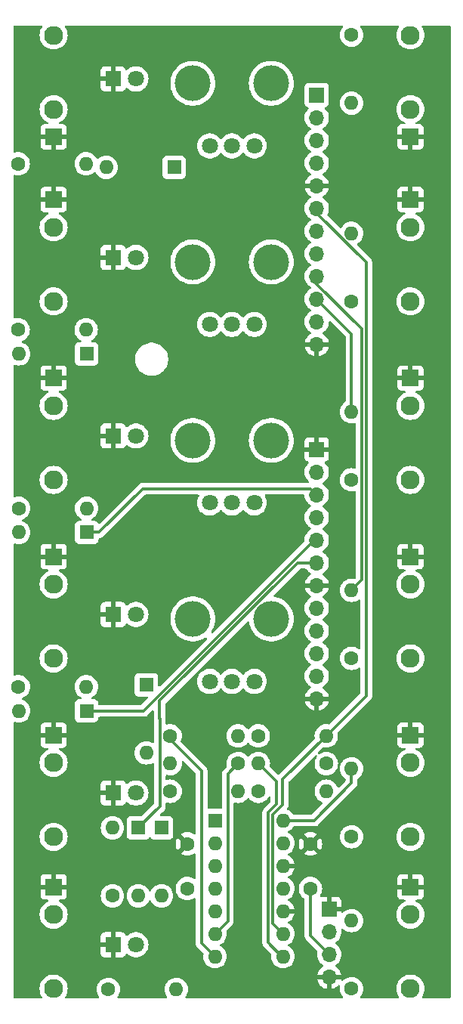
<source format=gbl>
G04 #@! TF.GenerationSoftware,KiCad,Pcbnew,8.0.6-8.0.6-0~ubuntu22.04.1*
G04 #@! TF.CreationDate,2025-02-02T12:48:45+01:00*
G04 #@! TF.ProjectId,Drumbox,4472756d-626f-4782-9e6b-696361645f70,rev?*
G04 #@! TF.SameCoordinates,Original*
G04 #@! TF.FileFunction,Copper,L2,Bot*
G04 #@! TF.FilePolarity,Positive*
%FSLAX46Y46*%
G04 Gerber Fmt 4.6, Leading zero omitted, Abs format (unit mm)*
G04 Created by KiCad (PCBNEW 8.0.6-8.0.6-0~ubuntu22.04.1) date 2025-02-02 12:48:45*
%MOMM*%
%LPD*%
G01*
G04 APERTURE LIST*
G04 #@! TA.AperFunction,ComponentPad*
%ADD10R,1.930000X1.830000*%
G04 #@! TD*
G04 #@! TA.AperFunction,ComponentPad*
%ADD11C,2.130000*%
G04 #@! TD*
G04 #@! TA.AperFunction,ComponentPad*
%ADD12R,1.800000X1.800000*%
G04 #@! TD*
G04 #@! TA.AperFunction,ComponentPad*
%ADD13C,1.800000*%
G04 #@! TD*
G04 #@! TA.AperFunction,ComponentPad*
%ADD14R,1.600000X1.600000*%
G04 #@! TD*
G04 #@! TA.AperFunction,ComponentPad*
%ADD15O,1.600000X1.600000*%
G04 #@! TD*
G04 #@! TA.AperFunction,ComponentPad*
%ADD16C,1.600000*%
G04 #@! TD*
G04 #@! TA.AperFunction,WasherPad*
%ADD17C,4.000000*%
G04 #@! TD*
G04 #@! TA.AperFunction,ComponentPad*
%ADD18R,1.700000X1.700000*%
G04 #@! TD*
G04 #@! TA.AperFunction,ComponentPad*
%ADD19O,1.700000X1.700000*%
G04 #@! TD*
G04 #@! TA.AperFunction,ViaPad*
%ADD20C,0.800000*%
G04 #@! TD*
G04 #@! TA.AperFunction,Conductor*
%ADD21C,0.300000*%
G04 #@! TD*
G04 APERTURE END LIST*
D10*
X147400000Y-113820000D03*
D11*
X147400000Y-125220000D03*
X147400000Y-116920000D03*
D12*
X114080000Y-80300000D03*
D13*
X116620000Y-80300000D03*
D10*
X147400000Y-93820000D03*
D11*
X147400000Y-105220000D03*
X147400000Y-96920000D03*
D14*
X125495000Y-123380000D03*
D15*
X125495000Y-125920000D03*
X125495000Y-128460000D03*
X125495000Y-131000000D03*
X125495000Y-133540000D03*
X125495000Y-136080000D03*
X125495000Y-138620000D03*
X133115000Y-138620000D03*
X133115000Y-136080000D03*
X133115000Y-133540000D03*
X133115000Y-131000000D03*
X133115000Y-128460000D03*
X133115000Y-125920000D03*
X133115000Y-123380000D03*
D16*
X140800000Y-65220000D03*
D15*
X140800000Y-57600000D03*
D14*
X111110000Y-111100000D03*
D15*
X103490000Y-111100000D03*
D16*
X113540000Y-142300000D03*
D15*
X121160000Y-142300000D03*
D16*
X136195000Y-126005000D03*
X136195000Y-131005000D03*
X120465000Y-113905000D03*
D15*
X128085000Y-113905000D03*
D10*
X107400000Y-93820000D03*
D11*
X107400000Y-105220000D03*
X107400000Y-96920000D03*
D12*
X114080000Y-100300000D03*
D13*
X116620000Y-100300000D03*
D12*
X114080000Y-40300000D03*
D13*
X116620000Y-40300000D03*
D14*
X117800000Y-108180000D03*
D15*
X117800000Y-115800000D03*
D17*
X123000000Y-40800000D03*
X131800000Y-40800000D03*
D13*
X124900000Y-47800000D03*
X127400000Y-47800000D03*
X129900000Y-47800000D03*
D16*
X103430000Y-68400000D03*
D15*
X111050000Y-68400000D03*
D16*
X103480000Y-88400000D03*
D15*
X111100000Y-88400000D03*
D10*
X147400000Y-73820000D03*
D11*
X147400000Y-85220000D03*
X147400000Y-76920000D03*
D14*
X111110000Y-71100000D03*
D15*
X103490000Y-71100000D03*
D16*
X140800000Y-105210000D03*
D15*
X140800000Y-97590000D03*
D17*
X123000000Y-60800000D03*
X131800000Y-60800000D03*
D13*
X124900000Y-67800000D03*
X127400000Y-67800000D03*
X129900000Y-67800000D03*
D12*
X114080000Y-60300000D03*
D13*
X116620000Y-60300000D03*
D16*
X103450000Y-108400000D03*
D15*
X111070000Y-108400000D03*
D12*
X114080000Y-120300000D03*
D13*
X116620000Y-120300000D03*
D17*
X123000000Y-80800000D03*
X131800000Y-80800000D03*
D13*
X124900000Y-87800000D03*
X127400000Y-87800000D03*
X129900000Y-87800000D03*
D17*
X123000000Y-100800000D03*
X131800000Y-100800000D03*
D13*
X124900000Y-107800000D03*
X127400000Y-107800000D03*
X129900000Y-107800000D03*
D14*
X111120000Y-91100000D03*
D15*
X103500000Y-91100000D03*
D14*
X119500000Y-124190000D03*
D15*
X119500000Y-131810000D03*
D16*
X128095000Y-117005000D03*
D15*
X120475000Y-117005000D03*
D16*
X103440000Y-49800000D03*
D15*
X111060000Y-49800000D03*
D10*
X107400000Y-113820000D03*
D11*
X107400000Y-125220000D03*
X107400000Y-116920000D03*
D16*
X137975000Y-117005000D03*
D15*
X130355000Y-117005000D03*
D12*
X114080000Y-137300000D03*
D13*
X116620000Y-137300000D03*
D16*
X122395000Y-131005000D03*
X122395000Y-126005000D03*
D10*
X107400000Y-46800000D03*
D11*
X107400000Y-35400000D03*
X107400000Y-43700000D03*
D14*
X116900000Y-124190000D03*
D15*
X116900000Y-131810000D03*
D10*
X147400000Y-46800000D03*
D11*
X147400000Y-35400000D03*
X147400000Y-43700000D03*
D16*
X114000000Y-131820000D03*
D15*
X114000000Y-124200000D03*
D10*
X147400000Y-130820000D03*
D11*
X147400000Y-142220000D03*
X147400000Y-133920000D03*
D16*
X140800000Y-85210000D03*
D15*
X140800000Y-77590000D03*
D16*
X130345000Y-113905000D03*
D15*
X137965000Y-113905000D03*
D10*
X107400000Y-53820000D03*
D11*
X107400000Y-65220000D03*
X107400000Y-56920000D03*
D10*
X107400000Y-130820000D03*
D11*
X107400000Y-142220000D03*
X107400000Y-133920000D03*
D10*
X147400000Y-53820000D03*
D11*
X147400000Y-65220000D03*
X147400000Y-56920000D03*
D10*
X107400000Y-73820000D03*
D11*
X107400000Y-85220000D03*
X107400000Y-76920000D03*
D14*
X120910000Y-50200000D03*
D15*
X113290000Y-50200000D03*
D16*
X120465000Y-120105000D03*
D15*
X128085000Y-120105000D03*
D16*
X140800000Y-142220000D03*
D15*
X140800000Y-134600000D03*
D16*
X140800000Y-125200000D03*
D15*
X140800000Y-117580000D03*
D16*
X140800000Y-35390000D03*
D15*
X140800000Y-43010000D03*
D16*
X130355000Y-120105000D03*
D15*
X137975000Y-120105000D03*
D18*
X136900000Y-42100000D03*
D19*
X136900000Y-44640000D03*
X136900000Y-47180000D03*
X136900000Y-49720000D03*
X136900000Y-52260000D03*
X136900000Y-54800000D03*
X136900000Y-57340000D03*
X136900000Y-59880000D03*
X136900000Y-62420000D03*
X136900000Y-64960000D03*
X136900000Y-67500000D03*
X136900000Y-70040000D03*
D18*
X138300000Y-133300000D03*
D19*
X138300000Y-135840000D03*
X138300000Y-138380000D03*
X138300000Y-140920000D03*
D18*
X136900000Y-81800000D03*
D19*
X136900000Y-84340000D03*
X136900000Y-86880000D03*
X136900000Y-89420000D03*
X136900000Y-91960000D03*
X136900000Y-94500000D03*
X136900000Y-97040000D03*
X136900000Y-99580000D03*
X136900000Y-102120000D03*
X136900000Y-104660000D03*
X136900000Y-107200000D03*
X136900000Y-109740000D03*
D20*
X111200000Y-140200000D03*
X111200000Y-139200000D03*
D21*
X136195000Y-136255000D02*
X136195000Y-131005000D01*
X138300000Y-138360000D02*
X136195000Y-136255000D01*
X134776598Y-94500000D02*
X136900000Y-94500000D01*
X119300000Y-109976598D02*
X134776598Y-94500000D01*
X119315000Y-112015000D02*
X119300000Y-112000000D01*
X119300000Y-112000000D02*
X119300000Y-109976598D01*
X119315000Y-121775000D02*
X119315000Y-112015000D01*
X116900000Y-124190000D02*
X119315000Y-121775000D01*
X140800000Y-117580000D02*
X140800000Y-119200000D01*
X136620000Y-123380000D02*
X136531370Y-123380000D01*
X140800000Y-119200000D02*
X136620000Y-123380000D01*
X136531370Y-123380000D02*
X133115000Y-123380000D01*
X136900000Y-63262943D02*
X141950000Y-68312943D01*
X136900000Y-62420000D02*
X136900000Y-63262943D01*
X141950000Y-68312943D02*
X141950000Y-96440000D01*
X141950000Y-96440000D02*
X140800000Y-97590000D01*
X140800000Y-68860000D02*
X136900000Y-64960000D01*
X140800000Y-77590000D02*
X140800000Y-68860000D01*
X125495000Y-138620000D02*
X123995000Y-137120000D01*
X123995000Y-137120000D02*
X123995000Y-117825000D01*
X123995000Y-117825000D02*
X120070000Y-113900000D01*
X126935000Y-134640000D02*
X125495000Y-136080000D01*
X126935000Y-118165000D02*
X126935000Y-134640000D01*
X128095000Y-117005000D02*
X126935000Y-118165000D01*
X112500000Y-91100000D02*
X111120000Y-91100000D01*
X136900000Y-86880000D02*
X136220000Y-86200000D01*
X117400000Y-86200000D02*
X112500000Y-91100000D01*
X136220000Y-86200000D02*
X117400000Y-86200000D01*
X117469492Y-111100000D02*
X136609492Y-91960000D01*
X111110000Y-111100000D02*
X117469492Y-111100000D01*
X136609492Y-91960000D02*
X136900000Y-91960000D01*
X133095000Y-118775000D02*
X137965000Y-113905000D01*
X136900000Y-54800000D02*
X136900000Y-55326346D01*
X131965000Y-134930000D02*
X131965000Y-122719327D01*
X142450000Y-60876346D02*
X142450000Y-109420000D01*
X133095000Y-121589327D02*
X133095000Y-118775000D01*
X142450000Y-109420000D02*
X137965000Y-113905000D01*
X136900000Y-55326346D02*
X142450000Y-60876346D01*
X131965000Y-122719327D02*
X133095000Y-121589327D01*
X133115000Y-136080000D02*
X131965000Y-134930000D01*
X131465000Y-122512220D02*
X132393610Y-121583610D01*
X132393610Y-121583610D02*
X132393610Y-119043610D01*
X132393610Y-119043610D02*
X130355000Y-117005000D01*
X133010000Y-138620000D02*
X131465000Y-137075000D01*
X133115000Y-138620000D02*
X133010000Y-138620000D01*
X131465000Y-137075000D02*
X131465000Y-122512220D01*
G04 #@! TA.AperFunction,Conductor*
G36*
X106071461Y-34320502D02*
G01*
X106117954Y-34374158D01*
X106128058Y-34444432D01*
X106110773Y-34492334D01*
X105993667Y-34683435D01*
X105898885Y-34912257D01*
X105841066Y-35153088D01*
X105822421Y-35390000D01*
X105821634Y-35400000D01*
X105841066Y-35646911D01*
X105898885Y-35887742D01*
X105993666Y-36116563D01*
X106065816Y-36234302D01*
X106123076Y-36327741D01*
X106123077Y-36327743D01*
X106283926Y-36516073D01*
X106410625Y-36624284D01*
X106472260Y-36676925D01*
X106683437Y-36806334D01*
X106912258Y-36901115D01*
X107153089Y-36958934D01*
X107400000Y-36978366D01*
X107646911Y-36958934D01*
X107887742Y-36901115D01*
X108116563Y-36806334D01*
X108327740Y-36676925D01*
X108516073Y-36516073D01*
X108676925Y-36327740D01*
X108806334Y-36116563D01*
X108901115Y-35887742D01*
X108958934Y-35646911D01*
X108978366Y-35400000D01*
X108958934Y-35153089D01*
X108901115Y-34912258D01*
X108806334Y-34683437D01*
X108699447Y-34509012D01*
X108689227Y-34492334D01*
X108670689Y-34423801D01*
X108692146Y-34356124D01*
X108746785Y-34310791D01*
X108796660Y-34300500D01*
X139734812Y-34300500D01*
X139802933Y-34320502D01*
X139849426Y-34374158D01*
X139859530Y-34444432D01*
X139830036Y-34509012D01*
X139823907Y-34515595D01*
X139793804Y-34545697D01*
X139793799Y-34545703D01*
X139662477Y-34733250D01*
X139565717Y-34940753D01*
X139565716Y-34940757D01*
X139506457Y-35161913D01*
X139486502Y-35390000D01*
X139506457Y-35618087D01*
X139565716Y-35839243D01*
X139662477Y-36046749D01*
X139793802Y-36234300D01*
X139955700Y-36396198D01*
X140143251Y-36527523D01*
X140350757Y-36624284D01*
X140571913Y-36683543D01*
X140800000Y-36703498D01*
X141028087Y-36683543D01*
X141249243Y-36624284D01*
X141456749Y-36527523D01*
X141644300Y-36396198D01*
X141806198Y-36234300D01*
X141937523Y-36046749D01*
X142034284Y-35839243D01*
X142093543Y-35618087D01*
X142113498Y-35390000D01*
X142093543Y-35161913D01*
X142034284Y-34940757D01*
X141937523Y-34733251D01*
X141806198Y-34545700D01*
X141776093Y-34515595D01*
X141742067Y-34453283D01*
X141747132Y-34382468D01*
X141789679Y-34325632D01*
X141856199Y-34300821D01*
X141865188Y-34300500D01*
X146003340Y-34300500D01*
X146071461Y-34320502D01*
X146117954Y-34374158D01*
X146128058Y-34444432D01*
X146110773Y-34492334D01*
X145993667Y-34683435D01*
X145898885Y-34912257D01*
X145841066Y-35153088D01*
X145822421Y-35390000D01*
X145821634Y-35400000D01*
X145841066Y-35646911D01*
X145898885Y-35887742D01*
X145993666Y-36116563D01*
X146065816Y-36234302D01*
X146123076Y-36327741D01*
X146123077Y-36327743D01*
X146283926Y-36516073D01*
X146410625Y-36624284D01*
X146472260Y-36676925D01*
X146683437Y-36806334D01*
X146912258Y-36901115D01*
X147153089Y-36958934D01*
X147400000Y-36978366D01*
X147646911Y-36958934D01*
X147887742Y-36901115D01*
X148116563Y-36806334D01*
X148327740Y-36676925D01*
X148516073Y-36516073D01*
X148676925Y-36327740D01*
X148806334Y-36116563D01*
X148901115Y-35887742D01*
X148958934Y-35646911D01*
X148978366Y-35400000D01*
X148958934Y-35153089D01*
X148901115Y-34912258D01*
X148806334Y-34683437D01*
X148699447Y-34509012D01*
X148689227Y-34492334D01*
X148670689Y-34423801D01*
X148692146Y-34356124D01*
X148746785Y-34310791D01*
X148796660Y-34300500D01*
X151773500Y-34300500D01*
X151841621Y-34320502D01*
X151888114Y-34374158D01*
X151899500Y-34426500D01*
X151899501Y-143173500D01*
X151879499Y-143241621D01*
X151825843Y-143288114D01*
X151773501Y-143299500D01*
X148808915Y-143299500D01*
X148740794Y-143279498D01*
X148694301Y-143225842D01*
X148684197Y-143155568D01*
X148701480Y-143107668D01*
X148806334Y-142936563D01*
X148901115Y-142707742D01*
X148958934Y-142466911D01*
X148978366Y-142220000D01*
X148958934Y-141973089D01*
X148901115Y-141732258D01*
X148806334Y-141503437D01*
X148676925Y-141292260D01*
X148676922Y-141292256D01*
X148516073Y-141103926D01*
X148327743Y-140943077D01*
X148327741Y-140943076D01*
X148327740Y-140943075D01*
X148116563Y-140813666D01*
X147887742Y-140718885D01*
X147646911Y-140661066D01*
X147646912Y-140661066D01*
X147400000Y-140641634D01*
X147153088Y-140661066D01*
X146912257Y-140718885D01*
X146683438Y-140813665D01*
X146472258Y-140943076D01*
X146472256Y-140943077D01*
X146283926Y-141103926D01*
X146123077Y-141292256D01*
X146123076Y-141292258D01*
X145993665Y-141503438D01*
X145898885Y-141732257D01*
X145841066Y-141973088D01*
X145825736Y-142167882D01*
X145821634Y-142220000D01*
X145841066Y-142466911D01*
X145898885Y-142707742D01*
X145993666Y-142936563D01*
X146098518Y-143107667D01*
X146117056Y-143176199D01*
X146095600Y-143243875D01*
X146040960Y-143289208D01*
X145991085Y-143299500D01*
X141875188Y-143299500D01*
X141807067Y-143279498D01*
X141760574Y-143225842D01*
X141750470Y-143155568D01*
X141779964Y-143090988D01*
X141786093Y-143084405D01*
X141806198Y-143064300D01*
X141937523Y-142876749D01*
X142034284Y-142669243D01*
X142093543Y-142448087D01*
X142113498Y-142220000D01*
X142093543Y-141991913D01*
X142034284Y-141770757D01*
X141937523Y-141563251D01*
X141806198Y-141375700D01*
X141644300Y-141213802D01*
X141640415Y-141211082D01*
X141456749Y-141082477D01*
X141249246Y-140985717D01*
X141249240Y-140985715D01*
X141090113Y-140943077D01*
X141028087Y-140926457D01*
X140800000Y-140906502D01*
X140571913Y-140926457D01*
X140350759Y-140985715D01*
X140350753Y-140985717D01*
X140143250Y-141082477D01*
X139955703Y-141213799D01*
X139838393Y-141331109D01*
X139776081Y-141365134D01*
X139705265Y-141360068D01*
X139648429Y-141317522D01*
X139623619Y-141251001D01*
X139627154Y-141211082D01*
X139636544Y-141174000D01*
X138730703Y-141174000D01*
X138765925Y-141112993D01*
X138800000Y-140985826D01*
X138800000Y-140854174D01*
X138765925Y-140727007D01*
X138730703Y-140666000D01*
X139636544Y-140666000D01*
X139636544Y-140665999D01*
X139588823Y-140477550D01*
X139588820Y-140477543D01*
X139498419Y-140271451D01*
X139375325Y-140083041D01*
X139222902Y-139917465D01*
X139045301Y-139779232D01*
X139045300Y-139779231D01*
X139011791Y-139761097D01*
X138961401Y-139711083D01*
X138946050Y-139641766D01*
X138970612Y-139575153D01*
X139011790Y-139539472D01*
X139045576Y-139521189D01*
X139223240Y-139382906D01*
X139375722Y-139217268D01*
X139498860Y-139028791D01*
X139589296Y-138822616D01*
X139644564Y-138604368D01*
X139663156Y-138380000D01*
X139644564Y-138155632D01*
X139602345Y-137988914D01*
X139589297Y-137937387D01*
X139589296Y-137937386D01*
X139589296Y-137937384D01*
X139498860Y-137731209D01*
X139422156Y-137613804D01*
X139375724Y-137542734D01*
X139375720Y-137542729D01*
X139223237Y-137377091D01*
X139108627Y-137287886D01*
X139045576Y-137238811D01*
X139040021Y-137235805D01*
X139012320Y-137220814D01*
X138961929Y-137170802D01*
X138946576Y-137101485D01*
X138971136Y-137034872D01*
X139012320Y-136999186D01*
X139045576Y-136981189D01*
X139223240Y-136842906D01*
X139375722Y-136677268D01*
X139498860Y-136488791D01*
X139589296Y-136282616D01*
X139644564Y-136064368D01*
X139663156Y-135840000D01*
X139644564Y-135615632D01*
X139644563Y-135615628D01*
X139644133Y-135610438D01*
X139646123Y-135610273D01*
X139653607Y-135548323D01*
X139698876Y-135493630D01*
X139766527Y-135472094D01*
X139835082Y-135490552D01*
X139858469Y-135508967D01*
X139955700Y-135606198D01*
X140143251Y-135737523D01*
X140350757Y-135834284D01*
X140571913Y-135893543D01*
X140800000Y-135913498D01*
X141028087Y-135893543D01*
X141249243Y-135834284D01*
X141456749Y-135737523D01*
X141644300Y-135606198D01*
X141806198Y-135444300D01*
X141937523Y-135256749D01*
X142034284Y-135049243D01*
X142093543Y-134828087D01*
X142113498Y-134600000D01*
X142093543Y-134371913D01*
X142034284Y-134150757D01*
X141937523Y-133943251D01*
X141921242Y-133920000D01*
X145821634Y-133920000D01*
X145841066Y-134166911D01*
X145898885Y-134407742D01*
X145969998Y-134579425D01*
X145993666Y-134636563D01*
X146116551Y-134837094D01*
X146123076Y-134847741D01*
X146123077Y-134847743D01*
X146283926Y-135036073D01*
X146465567Y-135191209D01*
X146472260Y-135196925D01*
X146683437Y-135326334D01*
X146912258Y-135421115D01*
X147153089Y-135478934D01*
X147400000Y-135498366D01*
X147646911Y-135478934D01*
X147887742Y-135421115D01*
X148116563Y-135326334D01*
X148327740Y-135196925D01*
X148516073Y-135036073D01*
X148676925Y-134847740D01*
X148806334Y-134636563D01*
X148901115Y-134407742D01*
X148958934Y-134166911D01*
X148978366Y-133920000D01*
X148958934Y-133673089D01*
X148901115Y-133432258D01*
X148806334Y-133203437D01*
X148676925Y-132992260D01*
X148638716Y-132947523D01*
X148516073Y-132803926D01*
X148327743Y-132643077D01*
X148327741Y-132643076D01*
X148327740Y-132643075D01*
X148116563Y-132513666D01*
X148048343Y-132485408D01*
X147993063Y-132440860D01*
X147970642Y-132373497D01*
X147988200Y-132304706D01*
X148040162Y-132256328D01*
X148096562Y-132243000D01*
X148413585Y-132243000D01*
X148413597Y-132242999D01*
X148474093Y-132236494D01*
X148610964Y-132185444D01*
X148610965Y-132185444D01*
X148727904Y-132097904D01*
X148815444Y-131980965D01*
X148815444Y-131980964D01*
X148866494Y-131844093D01*
X148872999Y-131783597D01*
X148873000Y-131783585D01*
X148873000Y-131074000D01*
X147955049Y-131074000D01*
X147986558Y-130997931D01*
X148010000Y-130880080D01*
X148010000Y-130759920D01*
X147986558Y-130642069D01*
X147955049Y-130566000D01*
X148873000Y-130566000D01*
X148873000Y-129856414D01*
X148872999Y-129856402D01*
X148866494Y-129795906D01*
X148815444Y-129659035D01*
X148815444Y-129659034D01*
X148727904Y-129542095D01*
X148610965Y-129454555D01*
X148474093Y-129403505D01*
X148413597Y-129397000D01*
X147654000Y-129397000D01*
X147654000Y-130264950D01*
X147577931Y-130233442D01*
X147460080Y-130210000D01*
X147339920Y-130210000D01*
X147222069Y-130233442D01*
X147146000Y-130264950D01*
X147146000Y-129397000D01*
X146386402Y-129397000D01*
X146325906Y-129403505D01*
X146189035Y-129454555D01*
X146189034Y-129454555D01*
X146072095Y-129542095D01*
X145984555Y-129659034D01*
X145984555Y-129659035D01*
X145933505Y-129795906D01*
X145927000Y-129856402D01*
X145927000Y-130566000D01*
X146844951Y-130566000D01*
X146813442Y-130642069D01*
X146790000Y-130759920D01*
X146790000Y-130880080D01*
X146813442Y-130997931D01*
X146844951Y-131074000D01*
X145927000Y-131074000D01*
X145927000Y-131783597D01*
X145933505Y-131844093D01*
X145984555Y-131980964D01*
X145984555Y-131980965D01*
X146072095Y-132097904D01*
X146189034Y-132185444D01*
X146325906Y-132236494D01*
X146386402Y-132242999D01*
X146386415Y-132243000D01*
X146703438Y-132243000D01*
X146771559Y-132263002D01*
X146818052Y-132316658D01*
X146828156Y-132386932D01*
X146798662Y-132451512D01*
X146751656Y-132485408D01*
X146728243Y-132495106D01*
X146683438Y-132513665D01*
X146472258Y-132643076D01*
X146472256Y-132643077D01*
X146283926Y-132803926D01*
X146123077Y-132992256D01*
X146123076Y-132992258D01*
X145993665Y-133203438D01*
X145898885Y-133432257D01*
X145841066Y-133673088D01*
X145821634Y-133920000D01*
X141921242Y-133920000D01*
X141806198Y-133755700D01*
X141644300Y-133593802D01*
X141642670Y-133592661D01*
X141456749Y-133462477D01*
X141249246Y-133365717D01*
X141249240Y-133365715D01*
X141155771Y-133340670D01*
X141028087Y-133306457D01*
X140800000Y-133286502D01*
X140571913Y-133306457D01*
X140350759Y-133365715D01*
X140350753Y-133365717D01*
X140143250Y-133462477D01*
X139955703Y-133593799D01*
X139955697Y-133593804D01*
X139873095Y-133676407D01*
X139810783Y-133710433D01*
X139739968Y-133705368D01*
X139683132Y-133662821D01*
X139658321Y-133596301D01*
X139658000Y-133587312D01*
X139658000Y-133554000D01*
X138730703Y-133554000D01*
X138765925Y-133492993D01*
X138800000Y-133365826D01*
X138800000Y-133234174D01*
X138765925Y-133107007D01*
X138730703Y-133046000D01*
X139658000Y-133046000D01*
X139658000Y-132401414D01*
X139657999Y-132401402D01*
X139651494Y-132340906D01*
X139600444Y-132204035D01*
X139600444Y-132204034D01*
X139512904Y-132087095D01*
X139395965Y-131999555D01*
X139259093Y-131948505D01*
X139198597Y-131942000D01*
X138554000Y-131942000D01*
X138554000Y-132869297D01*
X138492993Y-132834075D01*
X138365826Y-132800000D01*
X138234174Y-132800000D01*
X138107007Y-132834075D01*
X138046000Y-132869297D01*
X138046000Y-131942000D01*
X137401405Y-131942000D01*
X137390468Y-131943176D01*
X137320600Y-131930567D01*
X137268640Y-131882187D01*
X137251084Y-131813395D01*
X137273508Y-131746032D01*
X137273675Y-131745791D01*
X137332523Y-131661749D01*
X137429284Y-131454243D01*
X137488543Y-131233087D01*
X137508498Y-131005000D01*
X137488543Y-130776913D01*
X137429284Y-130555757D01*
X137332523Y-130348251D01*
X137201198Y-130160700D01*
X137039300Y-129998802D01*
X137032159Y-129993802D01*
X136851749Y-129867477D01*
X136644246Y-129770717D01*
X136644240Y-129770715D01*
X136550771Y-129745670D01*
X136423087Y-129711457D01*
X136195000Y-129691502D01*
X135966913Y-129711457D01*
X135745759Y-129770715D01*
X135745753Y-129770717D01*
X135538250Y-129867477D01*
X135350703Y-129998799D01*
X135350697Y-129998804D01*
X135188804Y-130160697D01*
X135188799Y-130160703D01*
X135057477Y-130348250D01*
X134960717Y-130555753D01*
X134960715Y-130555759D01*
X134929441Y-130672477D01*
X134901457Y-130776913D01*
X134881502Y-131005000D01*
X134901457Y-131233087D01*
X134960716Y-131454243D01*
X135057477Y-131661749D01*
X135188802Y-131849300D01*
X135350700Y-132011198D01*
X135482771Y-132103675D01*
X135527099Y-132159130D01*
X135536500Y-132206887D01*
X135536500Y-136319860D01*
X135558790Y-136431916D01*
X135561806Y-136447077D01*
X135611445Y-136566917D01*
X135683509Y-136674769D01*
X135683513Y-136674773D01*
X136947029Y-137938289D01*
X136981055Y-138000601D01*
X136980079Y-138058314D01*
X136955436Y-138155628D01*
X136942720Y-138309093D01*
X136936844Y-138380000D01*
X136940456Y-138423595D01*
X136955437Y-138604375D01*
X137010702Y-138822612D01*
X137010703Y-138822613D01*
X137101141Y-139028793D01*
X137224275Y-139217265D01*
X137224279Y-139217270D01*
X137376762Y-139382908D01*
X137431331Y-139425381D01*
X137554424Y-139521189D01*
X137588205Y-139539470D01*
X137638596Y-139589482D01*
X137653949Y-139658799D01*
X137629389Y-139725412D01*
X137588209Y-139761096D01*
X137554704Y-139779228D01*
X137554698Y-139779232D01*
X137377097Y-139917465D01*
X137224674Y-140083041D01*
X137101580Y-140271451D01*
X137011179Y-140477543D01*
X137011176Y-140477550D01*
X136963455Y-140665999D01*
X136963456Y-140666000D01*
X137869297Y-140666000D01*
X137834075Y-140727007D01*
X137800000Y-140854174D01*
X137800000Y-140985826D01*
X137834075Y-141112993D01*
X137869297Y-141174000D01*
X136963455Y-141174000D01*
X137011176Y-141362449D01*
X137011179Y-141362456D01*
X137101580Y-141568548D01*
X137224674Y-141756958D01*
X137377097Y-141922534D01*
X137554698Y-142060767D01*
X137554699Y-142060768D01*
X137752628Y-142167882D01*
X137752630Y-142167883D01*
X137965483Y-142240955D01*
X137965492Y-142240957D01*
X138046000Y-142254391D01*
X138046000Y-141350702D01*
X138107007Y-141385925D01*
X138234174Y-141420000D01*
X138365826Y-141420000D01*
X138492993Y-141385925D01*
X138554000Y-141350702D01*
X138554000Y-142254390D01*
X138634507Y-142240957D01*
X138634516Y-142240955D01*
X138847369Y-142167883D01*
X138847371Y-142167882D01*
X139045300Y-142060768D01*
X139045301Y-142060767D01*
X139222902Y-141922534D01*
X139302081Y-141836523D01*
X139362934Y-141799952D01*
X139433899Y-141802085D01*
X139492444Y-141842247D01*
X139519983Y-141907685D01*
X139516490Y-141954469D01*
X139506457Y-141991913D01*
X139486502Y-142220000D01*
X139488335Y-142240957D01*
X139506457Y-142448086D01*
X139565715Y-142669240D01*
X139565717Y-142669246D01*
X139662477Y-142876749D01*
X139793799Y-143064296D01*
X139793804Y-143064302D01*
X139813907Y-143084405D01*
X139847933Y-143146717D01*
X139842868Y-143217532D01*
X139800321Y-143274368D01*
X139733801Y-143299179D01*
X139724812Y-143299500D01*
X122299570Y-143299500D01*
X122231449Y-143279498D01*
X122184956Y-143225842D01*
X122174852Y-143155568D01*
X122196357Y-143101229D01*
X122222218Y-143064296D01*
X122297523Y-142956749D01*
X122394284Y-142749243D01*
X122453543Y-142528087D01*
X122473498Y-142300000D01*
X122453543Y-142071913D01*
X122394284Y-141850757D01*
X122297523Y-141643251D01*
X122166198Y-141455700D01*
X122004300Y-141293802D01*
X121890048Y-141213802D01*
X121816749Y-141162477D01*
X121609246Y-141065717D01*
X121609240Y-141065715D01*
X121515771Y-141040670D01*
X121388087Y-141006457D01*
X121160000Y-140986502D01*
X120931913Y-141006457D01*
X120710759Y-141065715D01*
X120710753Y-141065717D01*
X120503250Y-141162477D01*
X120315703Y-141293799D01*
X120315697Y-141293804D01*
X120153804Y-141455697D01*
X120153799Y-141455703D01*
X120022477Y-141643250D01*
X119925717Y-141850753D01*
X119925715Y-141850759D01*
X119866457Y-142071913D01*
X119846502Y-142300000D01*
X119866457Y-142528086D01*
X119925715Y-142749240D01*
X119925717Y-142749246D01*
X120022477Y-142956749D01*
X120123643Y-143101229D01*
X120146331Y-143168503D01*
X120129046Y-143237364D01*
X120077276Y-143285948D01*
X120020430Y-143299500D01*
X114679570Y-143299500D01*
X114611449Y-143279498D01*
X114564956Y-143225842D01*
X114554852Y-143155568D01*
X114576357Y-143101229D01*
X114602218Y-143064296D01*
X114677523Y-142956749D01*
X114774284Y-142749243D01*
X114833543Y-142528087D01*
X114853498Y-142300000D01*
X114833543Y-142071913D01*
X114774284Y-141850757D01*
X114677523Y-141643251D01*
X114546198Y-141455700D01*
X114384300Y-141293802D01*
X114270048Y-141213802D01*
X114196749Y-141162477D01*
X113989246Y-141065717D01*
X113989240Y-141065715D01*
X113895771Y-141040670D01*
X113768087Y-141006457D01*
X113540000Y-140986502D01*
X113311913Y-141006457D01*
X113090759Y-141065715D01*
X113090753Y-141065717D01*
X112883250Y-141162477D01*
X112695703Y-141293799D01*
X112695697Y-141293804D01*
X112533804Y-141455697D01*
X112533799Y-141455703D01*
X112402477Y-141643250D01*
X112305717Y-141850753D01*
X112305715Y-141850759D01*
X112246457Y-142071913D01*
X112226502Y-142300000D01*
X112246457Y-142528086D01*
X112305715Y-142749240D01*
X112305717Y-142749246D01*
X112402477Y-142956749D01*
X112503643Y-143101229D01*
X112526331Y-143168503D01*
X112509046Y-143237364D01*
X112457276Y-143285948D01*
X112400430Y-143299500D01*
X108808915Y-143299500D01*
X108740794Y-143279498D01*
X108694301Y-143225842D01*
X108684197Y-143155568D01*
X108701480Y-143107668D01*
X108806334Y-142936563D01*
X108901115Y-142707742D01*
X108958934Y-142466911D01*
X108978366Y-142220000D01*
X108958934Y-141973089D01*
X108901115Y-141732258D01*
X108806334Y-141503437D01*
X108676925Y-141292260D01*
X108676922Y-141292256D01*
X108516073Y-141103926D01*
X108327743Y-140943077D01*
X108327741Y-140943076D01*
X108327740Y-140943075D01*
X108116563Y-140813666D01*
X107887742Y-140718885D01*
X107646911Y-140661066D01*
X107646912Y-140661066D01*
X107400000Y-140641634D01*
X107153088Y-140661066D01*
X106912257Y-140718885D01*
X106683438Y-140813665D01*
X106472258Y-140943076D01*
X106472256Y-140943077D01*
X106283926Y-141103926D01*
X106123077Y-141292256D01*
X106123076Y-141292258D01*
X105993665Y-141503438D01*
X105898885Y-141732257D01*
X105841066Y-141973088D01*
X105825736Y-142167882D01*
X105821634Y-142220000D01*
X105841066Y-142466911D01*
X105898885Y-142707742D01*
X105993666Y-142936563D01*
X106098518Y-143107667D01*
X106117056Y-143176199D01*
X106095600Y-143243875D01*
X106040960Y-143289208D01*
X105991085Y-143299500D01*
X103026501Y-143299500D01*
X102958380Y-143279498D01*
X102911887Y-143225842D01*
X102900501Y-143173500D01*
X102900501Y-136351402D01*
X112672000Y-136351402D01*
X112672000Y-137046000D01*
X113707032Y-137046000D01*
X113660667Y-137126306D01*
X113630000Y-137240756D01*
X113630000Y-137359244D01*
X113660667Y-137473694D01*
X113707032Y-137554000D01*
X112672000Y-137554000D01*
X112672000Y-138248597D01*
X112678505Y-138309093D01*
X112729555Y-138445964D01*
X112729555Y-138445965D01*
X112817095Y-138562904D01*
X112934034Y-138650444D01*
X113070906Y-138701494D01*
X113131402Y-138707999D01*
X113131415Y-138708000D01*
X113826000Y-138708000D01*
X113826000Y-137672968D01*
X113906306Y-137719333D01*
X114020756Y-137750000D01*
X114139244Y-137750000D01*
X114253694Y-137719333D01*
X114334000Y-137672968D01*
X114334000Y-138708000D01*
X115028585Y-138708000D01*
X115028597Y-138707999D01*
X115089093Y-138701494D01*
X115225964Y-138650444D01*
X115225965Y-138650444D01*
X115342904Y-138562904D01*
X115430444Y-138445965D01*
X115453877Y-138383138D01*
X115496423Y-138326302D01*
X115562943Y-138301491D01*
X115632318Y-138316582D01*
X115658356Y-138336929D01*
X115658946Y-138336289D01*
X115662778Y-138339817D01*
X115700126Y-138368886D01*
X115846983Y-138483190D01*
X116052273Y-138594287D01*
X116273049Y-138670080D01*
X116503288Y-138708500D01*
X116503292Y-138708500D01*
X116736708Y-138708500D01*
X116736712Y-138708500D01*
X116966951Y-138670080D01*
X117187727Y-138594287D01*
X117393017Y-138483190D01*
X117577220Y-138339818D01*
X117589663Y-138326302D01*
X117735314Y-138168083D01*
X117844735Y-138000601D01*
X117862984Y-137972669D01*
X117956749Y-137758907D01*
X118014051Y-137532626D01*
X118033327Y-137300000D01*
X118014051Y-137067374D01*
X117999558Y-137010143D01*
X117956750Y-136841096D01*
X117956747Y-136841089D01*
X117862984Y-136627331D01*
X117735314Y-136431916D01*
X117577225Y-136260186D01*
X117577221Y-136260182D01*
X117440842Y-136154034D01*
X117393017Y-136116810D01*
X117187727Y-136005713D01*
X117187724Y-136005712D01*
X117187723Y-136005711D01*
X116966955Y-135929921D01*
X116966948Y-135929919D01*
X116868411Y-135913476D01*
X116736712Y-135891500D01*
X116503288Y-135891500D01*
X116388066Y-135910727D01*
X116273051Y-135929919D01*
X116273044Y-135929921D01*
X116052276Y-136005711D01*
X116052273Y-136005713D01*
X115846985Y-136116809D01*
X115846983Y-136116810D01*
X115662778Y-136260182D01*
X115658946Y-136263711D01*
X115657688Y-136262345D01*
X115603763Y-136294742D01*
X115532799Y-136292598D01*
X115474260Y-136252428D01*
X115453877Y-136216861D01*
X115430444Y-136154034D01*
X115342904Y-136037095D01*
X115225965Y-135949555D01*
X115089093Y-135898505D01*
X115028597Y-135892000D01*
X114334000Y-135892000D01*
X114334000Y-136927031D01*
X114253694Y-136880667D01*
X114139244Y-136850000D01*
X114020756Y-136850000D01*
X113906306Y-136880667D01*
X113826000Y-136927031D01*
X113826000Y-135892000D01*
X113131402Y-135892000D01*
X113070906Y-135898505D01*
X112934035Y-135949555D01*
X112934034Y-135949555D01*
X112817095Y-136037095D01*
X112729555Y-136154034D01*
X112729555Y-136154035D01*
X112678505Y-136290906D01*
X112672000Y-136351402D01*
X102900501Y-136351402D01*
X102900501Y-133920000D01*
X105821634Y-133920000D01*
X105841066Y-134166911D01*
X105898885Y-134407742D01*
X105969998Y-134579425D01*
X105993666Y-134636563D01*
X106116551Y-134837094D01*
X106123076Y-134847741D01*
X106123077Y-134847743D01*
X106283926Y-135036073D01*
X106465567Y-135191209D01*
X106472260Y-135196925D01*
X106683437Y-135326334D01*
X106912258Y-135421115D01*
X107153089Y-135478934D01*
X107400000Y-135498366D01*
X107646911Y-135478934D01*
X107887742Y-135421115D01*
X108116563Y-135326334D01*
X108327740Y-135196925D01*
X108516073Y-135036073D01*
X108676925Y-134847740D01*
X108806334Y-134636563D01*
X108901115Y-134407742D01*
X108958934Y-134166911D01*
X108978366Y-133920000D01*
X108958934Y-133673089D01*
X108901115Y-133432258D01*
X108806334Y-133203437D01*
X108676925Y-132992260D01*
X108638716Y-132947523D01*
X108516073Y-132803926D01*
X108327743Y-132643077D01*
X108327741Y-132643076D01*
X108327740Y-132643075D01*
X108116563Y-132513666D01*
X108048343Y-132485408D01*
X107993063Y-132440860D01*
X107970642Y-132373497D01*
X107988200Y-132304706D01*
X108040162Y-132256328D01*
X108096562Y-132243000D01*
X108413585Y-132243000D01*
X108413597Y-132242999D01*
X108474093Y-132236494D01*
X108610964Y-132185444D01*
X108610965Y-132185444D01*
X108727904Y-132097904D01*
X108815444Y-131980965D01*
X108815444Y-131980964D01*
X108866494Y-131844093D01*
X108869085Y-131820000D01*
X112686502Y-131820000D01*
X112706457Y-132048087D01*
X112731761Y-132142522D01*
X112765715Y-132269240D01*
X112765717Y-132269246D01*
X112862477Y-132476749D01*
X112902693Y-132534184D01*
X112993802Y-132664300D01*
X113155700Y-132826198D01*
X113343251Y-132957523D01*
X113550757Y-133054284D01*
X113771913Y-133113543D01*
X114000000Y-133133498D01*
X114228087Y-133113543D01*
X114449243Y-133054284D01*
X114656749Y-132957523D01*
X114844300Y-132826198D01*
X115006198Y-132664300D01*
X115137523Y-132476749D01*
X115234284Y-132269243D01*
X115293543Y-132048087D01*
X115313498Y-131820000D01*
X115312623Y-131810000D01*
X115586502Y-131810000D01*
X115606457Y-132038087D01*
X115634441Y-132142523D01*
X115665715Y-132259240D01*
X115665717Y-132259246D01*
X115762477Y-132466749D01*
X115885943Y-132643077D01*
X115893802Y-132654300D01*
X116055700Y-132816198D01*
X116243251Y-132947523D01*
X116450757Y-133044284D01*
X116671913Y-133103543D01*
X116900000Y-133123498D01*
X117128087Y-133103543D01*
X117349243Y-133044284D01*
X117556749Y-132947523D01*
X117744300Y-132816198D01*
X117906198Y-132654300D01*
X118037523Y-132466749D01*
X118085805Y-132363206D01*
X118132722Y-132309922D01*
X118200999Y-132290461D01*
X118268959Y-132311003D01*
X118314194Y-132363206D01*
X118325258Y-132386932D01*
X118362477Y-132466749D01*
X118485943Y-132643077D01*
X118493802Y-132654300D01*
X118655700Y-132816198D01*
X118843251Y-132947523D01*
X119050757Y-133044284D01*
X119271913Y-133103543D01*
X119500000Y-133123498D01*
X119728087Y-133103543D01*
X119949243Y-133044284D01*
X120156749Y-132947523D01*
X120344300Y-132816198D01*
X120506198Y-132654300D01*
X120637523Y-132466749D01*
X120734284Y-132259243D01*
X120793543Y-132038087D01*
X120813498Y-131810000D01*
X120793543Y-131581913D01*
X120734284Y-131360757D01*
X120637523Y-131153251D01*
X120506198Y-130965700D01*
X120344300Y-130803802D01*
X120156749Y-130672477D01*
X119949246Y-130575717D01*
X119949240Y-130575715D01*
X119855771Y-130550670D01*
X119728087Y-130516457D01*
X119500000Y-130496502D01*
X119271913Y-130516457D01*
X119050759Y-130575715D01*
X119050753Y-130575717D01*
X118843250Y-130672477D01*
X118655703Y-130803799D01*
X118655697Y-130803804D01*
X118493804Y-130965697D01*
X118493799Y-130965703D01*
X118362477Y-131153250D01*
X118314195Y-131256792D01*
X118267278Y-131310077D01*
X118199000Y-131329538D01*
X118131040Y-131308996D01*
X118085805Y-131256792D01*
X118042186Y-131163251D01*
X118037523Y-131153251D01*
X117906198Y-130965700D01*
X117744300Y-130803802D01*
X117556749Y-130672477D01*
X117349246Y-130575717D01*
X117349240Y-130575715D01*
X117255771Y-130550670D01*
X117128087Y-130516457D01*
X116900000Y-130496502D01*
X116671913Y-130516457D01*
X116450759Y-130575715D01*
X116450753Y-130575717D01*
X116243250Y-130672477D01*
X116055703Y-130803799D01*
X116055697Y-130803804D01*
X115893804Y-130965697D01*
X115893799Y-130965703D01*
X115762477Y-131153250D01*
X115665717Y-131360753D01*
X115665715Y-131360759D01*
X115606457Y-131581913D01*
X115586502Y-131810000D01*
X115312623Y-131810000D01*
X115293543Y-131591913D01*
X115234284Y-131370757D01*
X115137523Y-131163251D01*
X115006198Y-130975700D01*
X114844300Y-130813802D01*
X114830021Y-130803804D01*
X114656749Y-130682477D01*
X114449246Y-130585717D01*
X114449240Y-130585715D01*
X114337420Y-130555753D01*
X114228087Y-130526457D01*
X114000000Y-130506502D01*
X113771913Y-130526457D01*
X113550759Y-130585715D01*
X113550753Y-130585717D01*
X113343250Y-130682477D01*
X113155703Y-130813799D01*
X113155697Y-130813804D01*
X112993804Y-130975697D01*
X112993799Y-130975703D01*
X112862477Y-131163250D01*
X112765717Y-131370753D01*
X112765715Y-131370759D01*
X112706457Y-131591913D01*
X112686502Y-131820000D01*
X108869085Y-131820000D01*
X108872999Y-131783597D01*
X108873000Y-131783585D01*
X108873000Y-131074000D01*
X107955049Y-131074000D01*
X107986558Y-130997931D01*
X108010000Y-130880080D01*
X108010000Y-130759920D01*
X107986558Y-130642069D01*
X107955049Y-130566000D01*
X108873000Y-130566000D01*
X108873000Y-129856414D01*
X108872999Y-129856402D01*
X108866494Y-129795906D01*
X108815444Y-129659035D01*
X108815444Y-129659034D01*
X108727904Y-129542095D01*
X108610965Y-129454555D01*
X108474093Y-129403505D01*
X108413597Y-129397000D01*
X107654000Y-129397000D01*
X107654000Y-130264950D01*
X107577931Y-130233442D01*
X107460080Y-130210000D01*
X107339920Y-130210000D01*
X107222069Y-130233442D01*
X107146000Y-130264950D01*
X107146000Y-129397000D01*
X106386402Y-129397000D01*
X106325906Y-129403505D01*
X106189035Y-129454555D01*
X106189034Y-129454555D01*
X106072095Y-129542095D01*
X105984555Y-129659034D01*
X105984555Y-129659035D01*
X105933505Y-129795906D01*
X105927000Y-129856402D01*
X105927000Y-130566000D01*
X106844951Y-130566000D01*
X106813442Y-130642069D01*
X106790000Y-130759920D01*
X106790000Y-130880080D01*
X106813442Y-130997931D01*
X106844951Y-131074000D01*
X105927000Y-131074000D01*
X105927000Y-131783597D01*
X105933505Y-131844093D01*
X105984555Y-131980964D01*
X105984555Y-131980965D01*
X106072095Y-132097904D01*
X106189034Y-132185444D01*
X106325906Y-132236494D01*
X106386402Y-132242999D01*
X106386415Y-132243000D01*
X106703438Y-132243000D01*
X106771559Y-132263002D01*
X106818052Y-132316658D01*
X106828156Y-132386932D01*
X106798662Y-132451512D01*
X106751656Y-132485408D01*
X106728243Y-132495106D01*
X106683438Y-132513665D01*
X106472258Y-132643076D01*
X106472256Y-132643077D01*
X106283926Y-132803926D01*
X106123077Y-132992256D01*
X106123076Y-132992258D01*
X105993665Y-133203438D01*
X105898885Y-133432257D01*
X105841066Y-133673088D01*
X105821634Y-133920000D01*
X102900501Y-133920000D01*
X102900501Y-128010926D01*
X102900501Y-125220000D01*
X105821634Y-125220000D01*
X105841066Y-125466911D01*
X105898885Y-125707742D01*
X105984522Y-125914489D01*
X105993666Y-125936563D01*
X106091067Y-126095508D01*
X106123076Y-126147741D01*
X106123077Y-126147743D01*
X106283926Y-126336073D01*
X106468299Y-126493542D01*
X106472260Y-126496925D01*
X106683437Y-126626334D01*
X106912258Y-126721115D01*
X107153089Y-126778934D01*
X107400000Y-126798366D01*
X107646911Y-126778934D01*
X107887742Y-126721115D01*
X108116563Y-126626334D01*
X108327740Y-126496925D01*
X108516073Y-126336073D01*
X108676925Y-126147740D01*
X108806334Y-125936563D01*
X108901115Y-125707742D01*
X108958934Y-125466911D01*
X108978366Y-125220000D01*
X108958934Y-124973089D01*
X108901115Y-124732258D01*
X108806334Y-124503437D01*
X108676925Y-124292260D01*
X108676922Y-124292256D01*
X108598128Y-124200000D01*
X112686502Y-124200000D01*
X112706457Y-124428087D01*
X112735320Y-124535805D01*
X112765715Y-124649240D01*
X112765717Y-124649246D01*
X112862477Y-124856749D01*
X112920799Y-124940042D01*
X112993802Y-125044300D01*
X113155700Y-125206198D01*
X113343251Y-125337523D01*
X113550757Y-125434284D01*
X113771913Y-125493543D01*
X114000000Y-125513498D01*
X114228087Y-125493543D01*
X114449243Y-125434284D01*
X114656749Y-125337523D01*
X114844300Y-125206198D01*
X115006198Y-125044300D01*
X115137523Y-124856749D01*
X115234284Y-124649243D01*
X115293543Y-124428087D01*
X115313498Y-124200000D01*
X115293543Y-123971913D01*
X115234284Y-123750757D01*
X115137523Y-123543251D01*
X115006198Y-123355700D01*
X114844300Y-123193802D01*
X114656749Y-123062477D01*
X114580106Y-123026738D01*
X114449246Y-122965717D01*
X114449240Y-122965715D01*
X114349956Y-122939112D01*
X114228087Y-122906457D01*
X114000000Y-122886502D01*
X113771913Y-122906457D01*
X113550759Y-122965715D01*
X113550753Y-122965717D01*
X113343250Y-123062477D01*
X113155703Y-123193799D01*
X113155697Y-123193804D01*
X112993804Y-123355697D01*
X112993799Y-123355703D01*
X112862477Y-123543250D01*
X112765717Y-123750753D01*
X112765715Y-123750759D01*
X112728006Y-123891491D01*
X112706457Y-123971913D01*
X112686502Y-124200000D01*
X108598128Y-124200000D01*
X108516073Y-124103926D01*
X108327743Y-123943077D01*
X108327741Y-123943076D01*
X108327740Y-123943075D01*
X108116563Y-123813666D01*
X107964692Y-123750759D01*
X107887742Y-123718885D01*
X107646911Y-123661066D01*
X107646912Y-123661066D01*
X107400000Y-123641634D01*
X107153088Y-123661066D01*
X106912257Y-123718885D01*
X106683438Y-123813665D01*
X106472258Y-123943076D01*
X106472256Y-123943077D01*
X106283926Y-124103926D01*
X106123077Y-124292256D01*
X106123076Y-124292258D01*
X105993665Y-124503438D01*
X105898885Y-124732257D01*
X105841066Y-124973088D01*
X105821634Y-125220000D01*
X102900501Y-125220000D01*
X102900500Y-119351402D01*
X112672000Y-119351402D01*
X112672000Y-120046000D01*
X113707032Y-120046000D01*
X113660667Y-120126306D01*
X113630000Y-120240756D01*
X113630000Y-120359244D01*
X113660667Y-120473694D01*
X113707032Y-120554000D01*
X112672000Y-120554000D01*
X112672000Y-121248597D01*
X112678505Y-121309093D01*
X112729555Y-121445964D01*
X112729555Y-121445965D01*
X112817095Y-121562904D01*
X112934034Y-121650444D01*
X113070906Y-121701494D01*
X113131402Y-121707999D01*
X113131415Y-121708000D01*
X113826000Y-121708000D01*
X113826000Y-120672968D01*
X113906306Y-120719333D01*
X114020756Y-120750000D01*
X114139244Y-120750000D01*
X114253694Y-120719333D01*
X114334000Y-120672968D01*
X114334000Y-121708000D01*
X115028585Y-121708000D01*
X115028597Y-121707999D01*
X115089093Y-121701494D01*
X115225964Y-121650444D01*
X115225965Y-121650444D01*
X115342904Y-121562904D01*
X115430444Y-121445965D01*
X115453877Y-121383138D01*
X115496423Y-121326302D01*
X115562943Y-121301491D01*
X115632318Y-121316582D01*
X115658356Y-121336929D01*
X115658946Y-121336289D01*
X115662778Y-121339817D01*
X115717399Y-121382330D01*
X115846983Y-121483190D01*
X116052273Y-121594287D01*
X116273049Y-121670080D01*
X116503288Y-121708500D01*
X116503292Y-121708500D01*
X116736708Y-121708500D01*
X116736712Y-121708500D01*
X116966951Y-121670080D01*
X117187727Y-121594287D01*
X117393017Y-121483190D01*
X117577220Y-121339818D01*
X117577714Y-121339282D01*
X117735314Y-121168083D01*
X117772479Y-121111198D01*
X117862984Y-120972669D01*
X117956749Y-120758907D01*
X118014051Y-120532626D01*
X118033327Y-120300000D01*
X118014051Y-120067374D01*
X117981773Y-119939910D01*
X117956750Y-119841096D01*
X117956747Y-119841089D01*
X117945921Y-119816409D01*
X117862984Y-119627331D01*
X117858042Y-119619767D01*
X117735314Y-119431916D01*
X117577225Y-119260186D01*
X117577221Y-119260182D01*
X117440842Y-119154034D01*
X117393017Y-119116810D01*
X117187727Y-119005713D01*
X117187724Y-119005712D01*
X117187723Y-119005711D01*
X116966955Y-118929921D01*
X116966948Y-118929919D01*
X116868411Y-118913476D01*
X116736712Y-118891500D01*
X116503288Y-118891500D01*
X116388066Y-118910727D01*
X116273051Y-118929919D01*
X116273044Y-118929921D01*
X116052276Y-119005711D01*
X116052273Y-119005713D01*
X115846985Y-119116809D01*
X115846983Y-119116810D01*
X115662778Y-119260182D01*
X115658946Y-119263711D01*
X115657688Y-119262345D01*
X115603763Y-119294742D01*
X115532799Y-119292598D01*
X115474260Y-119252428D01*
X115453877Y-119216861D01*
X115430444Y-119154034D01*
X115342904Y-119037095D01*
X115225965Y-118949555D01*
X115089093Y-118898505D01*
X115028597Y-118892000D01*
X114334000Y-118892000D01*
X114334000Y-119927031D01*
X114253694Y-119880667D01*
X114139244Y-119850000D01*
X114020756Y-119850000D01*
X113906306Y-119880667D01*
X113826000Y-119927031D01*
X113826000Y-118892000D01*
X113131402Y-118892000D01*
X113070906Y-118898505D01*
X112934035Y-118949555D01*
X112934034Y-118949555D01*
X112817095Y-119037095D01*
X112729555Y-119154034D01*
X112729555Y-119154035D01*
X112678505Y-119290906D01*
X112672000Y-119351402D01*
X102900500Y-119351402D01*
X102900500Y-116920000D01*
X105821634Y-116920000D01*
X105841066Y-117166911D01*
X105898885Y-117407742D01*
X105992156Y-117632919D01*
X105993666Y-117636563D01*
X106100010Y-117810102D01*
X106123076Y-117847741D01*
X106123077Y-117847743D01*
X106283926Y-118036073D01*
X106417258Y-118149949D01*
X106472260Y-118196925D01*
X106683437Y-118326334D01*
X106912258Y-118421115D01*
X107153089Y-118478934D01*
X107400000Y-118498366D01*
X107646911Y-118478934D01*
X107887742Y-118421115D01*
X108116563Y-118326334D01*
X108327740Y-118196925D01*
X108516073Y-118036073D01*
X108676925Y-117847740D01*
X108806334Y-117636563D01*
X108901115Y-117407742D01*
X108958934Y-117166911D01*
X108978366Y-116920000D01*
X108958934Y-116673089D01*
X108901115Y-116432258D01*
X108806334Y-116203437D01*
X108676925Y-115992260D01*
X108676922Y-115992256D01*
X108516073Y-115803926D01*
X108327743Y-115643077D01*
X108327741Y-115643076D01*
X108327740Y-115643075D01*
X108116563Y-115513666D01*
X108048343Y-115485408D01*
X107993063Y-115440860D01*
X107970642Y-115373497D01*
X107988200Y-115304706D01*
X108040162Y-115256328D01*
X108096562Y-115243000D01*
X108413585Y-115243000D01*
X108413597Y-115242999D01*
X108474093Y-115236494D01*
X108610964Y-115185444D01*
X108610965Y-115185444D01*
X108727904Y-115097904D01*
X108815444Y-114980965D01*
X108815444Y-114980964D01*
X108866494Y-114844093D01*
X108872999Y-114783597D01*
X108873000Y-114783585D01*
X108873000Y-114074000D01*
X107955049Y-114074000D01*
X107986558Y-113997931D01*
X108010000Y-113880080D01*
X108010000Y-113759920D01*
X107986558Y-113642069D01*
X107955049Y-113566000D01*
X108873000Y-113566000D01*
X108873000Y-112856414D01*
X108872999Y-112856402D01*
X108866494Y-112795906D01*
X108815444Y-112659035D01*
X108815444Y-112659034D01*
X108727904Y-112542095D01*
X108610965Y-112454555D01*
X108474093Y-112403505D01*
X108413597Y-112397000D01*
X107654000Y-112397000D01*
X107654000Y-113264950D01*
X107577931Y-113233442D01*
X107460080Y-113210000D01*
X107339920Y-113210000D01*
X107222069Y-113233442D01*
X107146000Y-113264950D01*
X107146000Y-112397000D01*
X106386402Y-112397000D01*
X106325906Y-112403505D01*
X106189035Y-112454555D01*
X106189034Y-112454555D01*
X106072095Y-112542095D01*
X105984555Y-112659034D01*
X105984555Y-112659035D01*
X105933505Y-112795906D01*
X105927000Y-112856402D01*
X105927000Y-113566000D01*
X106844951Y-113566000D01*
X106813442Y-113642069D01*
X106790000Y-113759920D01*
X106790000Y-113880080D01*
X106813442Y-113997931D01*
X106844951Y-114074000D01*
X105927000Y-114074000D01*
X105927000Y-114783597D01*
X105933505Y-114844093D01*
X105984555Y-114980964D01*
X105984555Y-114980965D01*
X106072095Y-115097904D01*
X106189034Y-115185444D01*
X106325906Y-115236494D01*
X106386402Y-115242999D01*
X106386415Y-115243000D01*
X106703438Y-115243000D01*
X106771559Y-115263002D01*
X106818052Y-115316658D01*
X106828156Y-115386932D01*
X106798662Y-115451512D01*
X106751656Y-115485408D01*
X106739700Y-115490361D01*
X106683438Y-115513665D01*
X106472258Y-115643076D01*
X106472256Y-115643077D01*
X106283926Y-115803926D01*
X106123077Y-115992256D01*
X106123076Y-115992258D01*
X105993665Y-116203438D01*
X105898885Y-116432257D01*
X105841066Y-116673088D01*
X105821634Y-116920000D01*
X102900500Y-116920000D01*
X102900500Y-112460907D01*
X102920502Y-112392787D01*
X102974158Y-112346294D01*
X103044432Y-112336190D01*
X103059092Y-112339196D01*
X103261913Y-112393543D01*
X103490000Y-112413498D01*
X103718087Y-112393543D01*
X103939243Y-112334284D01*
X104146749Y-112237523D01*
X104334300Y-112106198D01*
X104496198Y-111944300D01*
X104627523Y-111756749D01*
X104724284Y-111549243D01*
X104783543Y-111328087D01*
X104803498Y-111100000D01*
X104783543Y-110871913D01*
X104724284Y-110650757D01*
X104627523Y-110443251D01*
X104496198Y-110255700D01*
X104334300Y-110093802D01*
X104146749Y-109962477D01*
X103939246Y-109865717D01*
X103939236Y-109865713D01*
X103933028Y-109864050D01*
X103872407Y-109827095D01*
X103841389Y-109763233D01*
X103849822Y-109692739D01*
X103895028Y-109637994D01*
X103912397Y-109628150D01*
X103946856Y-109612082D01*
X104106749Y-109537523D01*
X104294300Y-109406198D01*
X104456198Y-109244300D01*
X104587523Y-109056749D01*
X104684284Y-108849243D01*
X104743543Y-108628087D01*
X104763498Y-108400000D01*
X109756502Y-108400000D01*
X109773932Y-108599231D01*
X109776457Y-108628086D01*
X109835715Y-108849240D01*
X109835717Y-108849246D01*
X109932477Y-109056749D01*
X110051129Y-109226202D01*
X110063802Y-109244300D01*
X110225700Y-109406198D01*
X110225703Y-109406200D01*
X110413252Y-109537524D01*
X110442806Y-109551305D01*
X110496092Y-109598222D01*
X110515553Y-109666499D01*
X110495012Y-109734459D01*
X110440989Y-109780525D01*
X110389557Y-109791500D01*
X110261350Y-109791500D01*
X110200803Y-109798009D01*
X110200795Y-109798011D01*
X110063797Y-109849110D01*
X110063792Y-109849112D01*
X109946738Y-109936738D01*
X109859112Y-110053792D01*
X109859110Y-110053797D01*
X109808011Y-110190795D01*
X109808009Y-110190803D01*
X109801500Y-110251350D01*
X109801500Y-111948649D01*
X109808009Y-112009196D01*
X109808011Y-112009204D01*
X109859110Y-112146202D01*
X109859112Y-112146207D01*
X109946738Y-112263261D01*
X110063792Y-112350887D01*
X110063794Y-112350888D01*
X110063796Y-112350889D01*
X110122875Y-112372924D01*
X110200795Y-112401988D01*
X110200803Y-112401990D01*
X110261350Y-112408499D01*
X110261355Y-112408499D01*
X110261362Y-112408500D01*
X110261368Y-112408500D01*
X111958632Y-112408500D01*
X111958638Y-112408500D01*
X111958645Y-112408499D01*
X111958649Y-112408499D01*
X112019196Y-112401990D01*
X112019199Y-112401989D01*
X112019201Y-112401989D01*
X112156204Y-112350889D01*
X112171818Y-112339201D01*
X112273261Y-112263261D01*
X112360887Y-112146207D01*
X112360887Y-112146206D01*
X112360889Y-112146204D01*
X112411989Y-112009201D01*
X112418500Y-111948638D01*
X112418500Y-111884500D01*
X112438502Y-111816379D01*
X112492158Y-111769886D01*
X112544500Y-111758500D01*
X117534349Y-111758500D01*
X117661569Y-111733194D01*
X117781409Y-111683555D01*
X117889261Y-111611491D01*
X118426405Y-111074347D01*
X118488717Y-111040321D01*
X118559532Y-111045386D01*
X118616368Y-111087933D01*
X118641179Y-111154453D01*
X118641500Y-111163442D01*
X118641500Y-112064857D01*
X118654079Y-112128094D01*
X118656500Y-112152675D01*
X118656500Y-114560300D01*
X118636498Y-114628421D01*
X118582842Y-114674914D01*
X118512568Y-114685018D01*
X118461707Y-114664889D01*
X118461513Y-114665227D01*
X118459232Y-114663910D01*
X118458231Y-114663514D01*
X118456751Y-114662478D01*
X118249246Y-114565717D01*
X118249240Y-114565715D01*
X118155771Y-114540670D01*
X118028087Y-114506457D01*
X117800000Y-114486502D01*
X117571913Y-114506457D01*
X117350759Y-114565715D01*
X117350753Y-114565717D01*
X117143250Y-114662477D01*
X116955703Y-114793799D01*
X116955697Y-114793804D01*
X116793804Y-114955697D01*
X116793799Y-114955703D01*
X116662477Y-115143250D01*
X116565717Y-115350753D01*
X116565715Y-115350759D01*
X116522064Y-115513666D01*
X116506457Y-115571913D01*
X116486502Y-115800000D01*
X116494641Y-115893035D01*
X116506457Y-116028086D01*
X116565715Y-116249240D01*
X116565717Y-116249246D01*
X116662477Y-116456749D01*
X116744436Y-116573799D01*
X116793802Y-116644300D01*
X116955700Y-116806198D01*
X117143251Y-116937523D01*
X117350757Y-117034284D01*
X117571913Y-117093543D01*
X117800000Y-117113498D01*
X118028087Y-117093543D01*
X118249243Y-117034284D01*
X118456749Y-116937523D01*
X118458220Y-116936492D01*
X118458976Y-116936237D01*
X118461513Y-116934773D01*
X118461807Y-116935282D01*
X118525491Y-116913799D01*
X118594353Y-116931077D01*
X118642942Y-116982842D01*
X118656500Y-117039699D01*
X118656500Y-121450050D01*
X118636498Y-121518171D01*
X118619595Y-121539145D01*
X117314145Y-122844595D01*
X117251833Y-122878621D01*
X117225050Y-122881500D01*
X116051350Y-122881500D01*
X115990803Y-122888009D01*
X115990795Y-122888011D01*
X115853797Y-122939110D01*
X115853792Y-122939112D01*
X115736738Y-123026738D01*
X115649112Y-123143792D01*
X115649110Y-123143797D01*
X115598011Y-123280795D01*
X115598009Y-123280803D01*
X115591500Y-123341350D01*
X115591500Y-125038649D01*
X115598009Y-125099196D01*
X115598011Y-125099204D01*
X115649110Y-125236202D01*
X115649112Y-125236207D01*
X115736738Y-125353261D01*
X115853792Y-125440887D01*
X115853794Y-125440888D01*
X115853796Y-125440889D01*
X115912875Y-125462924D01*
X115990795Y-125491988D01*
X115990803Y-125491990D01*
X116051350Y-125498499D01*
X116051355Y-125498499D01*
X116051362Y-125498500D01*
X116051368Y-125498500D01*
X117748632Y-125498500D01*
X117748638Y-125498500D01*
X117748645Y-125498499D01*
X117748649Y-125498499D01*
X117809196Y-125491990D01*
X117809199Y-125491989D01*
X117809201Y-125491989D01*
X117946204Y-125440889D01*
X117955028Y-125434284D01*
X118063261Y-125353261D01*
X118099132Y-125305343D01*
X118155967Y-125262796D01*
X118226783Y-125257731D01*
X118289095Y-125291756D01*
X118300868Y-125305343D01*
X118336738Y-125353261D01*
X118453792Y-125440887D01*
X118453794Y-125440888D01*
X118453796Y-125440889D01*
X118512875Y-125462924D01*
X118590795Y-125491988D01*
X118590803Y-125491990D01*
X118651350Y-125498499D01*
X118651355Y-125498499D01*
X118651362Y-125498500D01*
X118651368Y-125498500D01*
X120348632Y-125498500D01*
X120348638Y-125498500D01*
X120348645Y-125498499D01*
X120348649Y-125498499D01*
X120409196Y-125491990D01*
X120409199Y-125491989D01*
X120409201Y-125491989D01*
X120546204Y-125440889D01*
X120555028Y-125434284D01*
X120663261Y-125353261D01*
X120750887Y-125236207D01*
X120750887Y-125236206D01*
X120750889Y-125236204D01*
X120801989Y-125099201D01*
X120804516Y-125075703D01*
X120808499Y-125038649D01*
X120808500Y-125038632D01*
X120808500Y-123341367D01*
X120808499Y-123341350D01*
X120801990Y-123280803D01*
X120801988Y-123280795D01*
X120750889Y-123143797D01*
X120750887Y-123143792D01*
X120663261Y-123026738D01*
X120546207Y-122939112D01*
X120546202Y-122939110D01*
X120409204Y-122888011D01*
X120409196Y-122888009D01*
X120348649Y-122881500D01*
X120348638Y-122881500D01*
X119443950Y-122881500D01*
X119375829Y-122861498D01*
X119329336Y-122807842D01*
X119319232Y-122737568D01*
X119348726Y-122672988D01*
X119354855Y-122666405D01*
X119573901Y-122447359D01*
X119826491Y-122194769D01*
X119898555Y-122086917D01*
X119948194Y-121967077D01*
X119973500Y-121839856D01*
X119973500Y-121710143D01*
X119973500Y-121492167D01*
X119993502Y-121424046D01*
X120047158Y-121377553D01*
X120117432Y-121367449D01*
X120132104Y-121370459D01*
X120236913Y-121398543D01*
X120465000Y-121418498D01*
X120693087Y-121398543D01*
X120914243Y-121339284D01*
X121121749Y-121242523D01*
X121309300Y-121111198D01*
X121471198Y-120949300D01*
X121602523Y-120761749D01*
X121699284Y-120554243D01*
X121758543Y-120333087D01*
X121778498Y-120105000D01*
X121758543Y-119876913D01*
X121699284Y-119655757D01*
X121602523Y-119448251D01*
X121471198Y-119260700D01*
X121309300Y-119098802D01*
X121223194Y-119038510D01*
X121121749Y-118967477D01*
X120914246Y-118870717D01*
X120914240Y-118870715D01*
X120797890Y-118839539D01*
X120693087Y-118811457D01*
X120465000Y-118791502D01*
X120236913Y-118811457D01*
X120132110Y-118839538D01*
X120061134Y-118837849D01*
X120002339Y-118798055D01*
X119974391Y-118732790D01*
X119973500Y-118717832D01*
X119973500Y-118389488D01*
X119993502Y-118321367D01*
X120047158Y-118274874D01*
X120117432Y-118264770D01*
X120132100Y-118267778D01*
X120246913Y-118298543D01*
X120475000Y-118318498D01*
X120703087Y-118298543D01*
X120924243Y-118239284D01*
X121131749Y-118142523D01*
X121319300Y-118011198D01*
X121481198Y-117849300D01*
X121612523Y-117661749D01*
X121709284Y-117454243D01*
X121768543Y-117233087D01*
X121788498Y-117005000D01*
X121775022Y-116850972D01*
X121789011Y-116781369D01*
X121838411Y-116730376D01*
X121907537Y-116714186D01*
X121974442Y-116737939D01*
X121989632Y-116750892D01*
X122507392Y-117268651D01*
X123299595Y-118060854D01*
X123333621Y-118123166D01*
X123336500Y-118149949D01*
X123336500Y-124825428D01*
X123316498Y-124893549D01*
X123262842Y-124940042D01*
X123192568Y-124950146D01*
X123138230Y-124928641D01*
X123051501Y-124867913D01*
X122844073Y-124771188D01*
X122844068Y-124771186D01*
X122623000Y-124711951D01*
X122623004Y-124711951D01*
X122395000Y-124692004D01*
X122166997Y-124711951D01*
X121945931Y-124771186D01*
X121945926Y-124771188D01*
X121738500Y-124867913D01*
X121667109Y-124917899D01*
X122354211Y-125605000D01*
X122342339Y-125605000D01*
X122240606Y-125632259D01*
X122149394Y-125684920D01*
X122074920Y-125759394D01*
X122022259Y-125850606D01*
X121995000Y-125952339D01*
X121995000Y-125964209D01*
X121307900Y-125277109D01*
X121257913Y-125348500D01*
X121161188Y-125555926D01*
X121161186Y-125555931D01*
X121101951Y-125776997D01*
X121082004Y-126005000D01*
X121101951Y-126233002D01*
X121161186Y-126454068D01*
X121161188Y-126454073D01*
X121257913Y-126661501D01*
X121307899Y-126732888D01*
X121995000Y-126045788D01*
X121995000Y-126057661D01*
X122022259Y-126159394D01*
X122074920Y-126250606D01*
X122149394Y-126325080D01*
X122240606Y-126377741D01*
X122342339Y-126405000D01*
X122354208Y-126405000D01*
X121667110Y-127092097D01*
X121667110Y-127092100D01*
X121738498Y-127142086D01*
X121945926Y-127238811D01*
X121945931Y-127238813D01*
X122166999Y-127298048D01*
X122166995Y-127298048D01*
X122395000Y-127317995D01*
X122623002Y-127298048D01*
X122844068Y-127238813D01*
X122844073Y-127238811D01*
X123051498Y-127142087D01*
X123138229Y-127081358D01*
X123205503Y-127058670D01*
X123274363Y-127075955D01*
X123322948Y-127127724D01*
X123336500Y-127184571D01*
X123336500Y-129824817D01*
X123316498Y-129892938D01*
X123262842Y-129939431D01*
X123192568Y-129949535D01*
X123138230Y-129928031D01*
X123051748Y-129867476D01*
X122844246Y-129770717D01*
X122844240Y-129770715D01*
X122750771Y-129745670D01*
X122623087Y-129711457D01*
X122395000Y-129691502D01*
X122166913Y-129711457D01*
X121945759Y-129770715D01*
X121945753Y-129770717D01*
X121738250Y-129867477D01*
X121550703Y-129998799D01*
X121550697Y-129998804D01*
X121388804Y-130160697D01*
X121388799Y-130160703D01*
X121257477Y-130348250D01*
X121160717Y-130555753D01*
X121160715Y-130555759D01*
X121129441Y-130672477D01*
X121101457Y-130776913D01*
X121081502Y-131005000D01*
X121101457Y-131233087D01*
X121160716Y-131454243D01*
X121257477Y-131661749D01*
X121388802Y-131849300D01*
X121550700Y-132011198D01*
X121738251Y-132142523D01*
X121945757Y-132239284D01*
X122166913Y-132298543D01*
X122395000Y-132318498D01*
X122623087Y-132298543D01*
X122844243Y-132239284D01*
X123051749Y-132142523D01*
X123138229Y-132081969D01*
X123205503Y-132059281D01*
X123274364Y-132076566D01*
X123322948Y-132128336D01*
X123336500Y-132185182D01*
X123336500Y-137184860D01*
X123361806Y-137312077D01*
X123361807Y-137312080D01*
X123405382Y-137417279D01*
X123411445Y-137431917D01*
X123483509Y-137539769D01*
X123483512Y-137539772D01*
X123483513Y-137539773D01*
X124178376Y-138234636D01*
X124212402Y-138296948D01*
X124210988Y-138356342D01*
X124201457Y-138391909D01*
X124181502Y-138620000D01*
X124201457Y-138848086D01*
X124260715Y-139069240D01*
X124260717Y-139069246D01*
X124357477Y-139276749D01*
X124431810Y-139382908D01*
X124488802Y-139464300D01*
X124650700Y-139626198D01*
X124838251Y-139757523D01*
X125045757Y-139854284D01*
X125266913Y-139913543D01*
X125495000Y-139933498D01*
X125723087Y-139913543D01*
X125944243Y-139854284D01*
X126151749Y-139757523D01*
X126339300Y-139626198D01*
X126501198Y-139464300D01*
X126632523Y-139276749D01*
X126729284Y-139069243D01*
X126788543Y-138848087D01*
X126808498Y-138620000D01*
X126788543Y-138391913D01*
X126729284Y-138170757D01*
X126632523Y-137963251D01*
X126501198Y-137775700D01*
X126339300Y-137613802D01*
X126151749Y-137482477D01*
X126112543Y-137464195D01*
X126059258Y-137417279D01*
X126039796Y-137349002D01*
X126060337Y-137281042D01*
X126112543Y-137235805D01*
X126114997Y-137234660D01*
X126151749Y-137217523D01*
X126339300Y-137086198D01*
X126501198Y-136924300D01*
X126632523Y-136736749D01*
X126729284Y-136529243D01*
X126788543Y-136308087D01*
X126808498Y-136080000D01*
X126788543Y-135851913D01*
X126779011Y-135816340D01*
X126780699Y-135745371D01*
X126811620Y-135694638D01*
X127446491Y-135059769D01*
X127511714Y-134962155D01*
X127518555Y-134951917D01*
X127554498Y-134865143D01*
X127568195Y-134832077D01*
X127593500Y-134704856D01*
X127593500Y-134575143D01*
X127593500Y-121492167D01*
X127613502Y-121424046D01*
X127667158Y-121377553D01*
X127737432Y-121367449D01*
X127752104Y-121370459D01*
X127856913Y-121398543D01*
X128085000Y-121418498D01*
X128313087Y-121398543D01*
X128534243Y-121339284D01*
X128741749Y-121242523D01*
X128929300Y-121111198D01*
X129091198Y-120949300D01*
X129100048Y-120936659D01*
X129116787Y-120912756D01*
X129172244Y-120868427D01*
X129242863Y-120861118D01*
X129306223Y-120893148D01*
X129323213Y-120912756D01*
X129348795Y-120949291D01*
X129348799Y-120949296D01*
X129348802Y-120949300D01*
X129510700Y-121111198D01*
X129698251Y-121242523D01*
X129905757Y-121339284D01*
X130126913Y-121398543D01*
X130355000Y-121418498D01*
X130583087Y-121398543D01*
X130804243Y-121339284D01*
X131011749Y-121242523D01*
X131199300Y-121111198D01*
X131361198Y-120949300D01*
X131492523Y-120761749D01*
X131494914Y-120756620D01*
X131541831Y-120703335D01*
X131610108Y-120683873D01*
X131678068Y-120704414D01*
X131724135Y-120758436D01*
X131735110Y-120809869D01*
X131735110Y-121258659D01*
X131715108Y-121326780D01*
X131698205Y-121347754D01*
X130953512Y-122092446D01*
X130953509Y-122092450D01*
X130931245Y-122125772D01*
X130919443Y-122143436D01*
X130917920Y-122145715D01*
X130917919Y-122145716D01*
X130881445Y-122200302D01*
X130831807Y-122320139D01*
X130831806Y-122320142D01*
X130806500Y-122447359D01*
X130806500Y-137139860D01*
X130831806Y-137267077D01*
X130831807Y-137267080D01*
X130877339Y-137377005D01*
X130881445Y-137386917D01*
X130953509Y-137494769D01*
X130953513Y-137494773D01*
X131782259Y-138323519D01*
X131816285Y-138385831D01*
X131818685Y-138423595D01*
X131802870Y-138604368D01*
X131801502Y-138620000D01*
X131805884Y-138670080D01*
X131821457Y-138848086D01*
X131880715Y-139069240D01*
X131880717Y-139069246D01*
X131977477Y-139276749D01*
X132051810Y-139382908D01*
X132108802Y-139464300D01*
X132270700Y-139626198D01*
X132458251Y-139757523D01*
X132665757Y-139854284D01*
X132886913Y-139913543D01*
X133115000Y-139933498D01*
X133343087Y-139913543D01*
X133564243Y-139854284D01*
X133771749Y-139757523D01*
X133959300Y-139626198D01*
X134121198Y-139464300D01*
X134252523Y-139276749D01*
X134349284Y-139069243D01*
X134408543Y-138848087D01*
X134428498Y-138620000D01*
X134408543Y-138391913D01*
X134349284Y-138170757D01*
X134252523Y-137963251D01*
X134121198Y-137775700D01*
X133959300Y-137613802D01*
X133771749Y-137482477D01*
X133732543Y-137464195D01*
X133679258Y-137417279D01*
X133659796Y-137349002D01*
X133680337Y-137281042D01*
X133732543Y-137235805D01*
X133734997Y-137234660D01*
X133771749Y-137217523D01*
X133959300Y-137086198D01*
X134121198Y-136924300D01*
X134252523Y-136736749D01*
X134349284Y-136529243D01*
X134408543Y-136308087D01*
X134428498Y-136080000D01*
X134408543Y-135851913D01*
X134349284Y-135630757D01*
X134252523Y-135423251D01*
X134121198Y-135235700D01*
X133959300Y-135073802D01*
X133956499Y-135071841D01*
X133771749Y-134942477D01*
X133731951Y-134923919D01*
X133678666Y-134877002D01*
X133659205Y-134808725D01*
X133679747Y-134740765D01*
X133731951Y-134695529D01*
X133771498Y-134677087D01*
X133958974Y-134545815D01*
X133958980Y-134545810D01*
X134120810Y-134383980D01*
X134120815Y-134383974D01*
X134252087Y-134196498D01*
X134348811Y-133989073D01*
X134348813Y-133989068D01*
X134401082Y-133794000D01*
X133426686Y-133794000D01*
X133435080Y-133785606D01*
X133487741Y-133694394D01*
X133515000Y-133592661D01*
X133515000Y-133487339D01*
X133487741Y-133385606D01*
X133435080Y-133294394D01*
X133426686Y-133286000D01*
X134401082Y-133286000D01*
X134348813Y-133090931D01*
X134348811Y-133090926D01*
X134252087Y-132883501D01*
X134120815Y-132696025D01*
X134120810Y-132696019D01*
X133958980Y-132534189D01*
X133958974Y-132534184D01*
X133771497Y-132402911D01*
X133731949Y-132384469D01*
X133678665Y-132337551D01*
X133659205Y-132269273D01*
X133679748Y-132201314D01*
X133731950Y-132156081D01*
X133771749Y-132137523D01*
X133959300Y-132006198D01*
X134121198Y-131844300D01*
X134252523Y-131656749D01*
X134349284Y-131449243D01*
X134408543Y-131228087D01*
X134428498Y-131000000D01*
X134408543Y-130771913D01*
X134349284Y-130550757D01*
X134252523Y-130343251D01*
X134121198Y-130155700D01*
X133959300Y-129993802D01*
X133956499Y-129991841D01*
X133771749Y-129862477D01*
X133731951Y-129843919D01*
X133678666Y-129797002D01*
X133659205Y-129728725D01*
X133679747Y-129660765D01*
X133731951Y-129615529D01*
X133771498Y-129597087D01*
X133958974Y-129465815D01*
X133958980Y-129465810D01*
X134120810Y-129303980D01*
X134120815Y-129303974D01*
X134252087Y-129116498D01*
X134348811Y-128909073D01*
X134348813Y-128909068D01*
X134401082Y-128714000D01*
X133426686Y-128714000D01*
X133435080Y-128705606D01*
X133487741Y-128614394D01*
X133515000Y-128512661D01*
X133515000Y-128407339D01*
X133487741Y-128305606D01*
X133435080Y-128214394D01*
X133426686Y-128206000D01*
X134401082Y-128206000D01*
X134348813Y-128010931D01*
X134348811Y-128010926D01*
X134252087Y-127803501D01*
X134120815Y-127616025D01*
X134120810Y-127616019D01*
X133958980Y-127454189D01*
X133958974Y-127454184D01*
X133771497Y-127322911D01*
X133731949Y-127304469D01*
X133678665Y-127257551D01*
X133659205Y-127189273D01*
X133679748Y-127121314D01*
X133731950Y-127076081D01*
X133771749Y-127057523D01*
X133959300Y-126926198D01*
X134121198Y-126764300D01*
X134252523Y-126576749D01*
X134349284Y-126369243D01*
X134408543Y-126148087D01*
X134421061Y-126005000D01*
X134882004Y-126005000D01*
X134901951Y-126233002D01*
X134961186Y-126454068D01*
X134961188Y-126454073D01*
X135057913Y-126661501D01*
X135107899Y-126732888D01*
X135795000Y-126045788D01*
X135795000Y-126057661D01*
X135822259Y-126159394D01*
X135874920Y-126250606D01*
X135949394Y-126325080D01*
X136040606Y-126377741D01*
X136142339Y-126405000D01*
X136154210Y-126405000D01*
X135467110Y-127092098D01*
X135467110Y-127092100D01*
X135538498Y-127142086D01*
X135745926Y-127238811D01*
X135745931Y-127238813D01*
X135966999Y-127298048D01*
X135966995Y-127298048D01*
X136195000Y-127317995D01*
X136423002Y-127298048D01*
X136644068Y-127238813D01*
X136644073Y-127238811D01*
X136851497Y-127142088D01*
X136922888Y-127092099D01*
X136922888Y-127092097D01*
X136235791Y-126405000D01*
X136247661Y-126405000D01*
X136349394Y-126377741D01*
X136440606Y-126325080D01*
X136515080Y-126250606D01*
X136567741Y-126159394D01*
X136595000Y-126057661D01*
X136595000Y-126045791D01*
X137282097Y-126732888D01*
X137282099Y-126732888D01*
X137332088Y-126661497D01*
X137428811Y-126454073D01*
X137428813Y-126454068D01*
X137488048Y-126233002D01*
X137507995Y-126005000D01*
X137488048Y-125776997D01*
X137428813Y-125555931D01*
X137428811Y-125555926D01*
X137332086Y-125348498D01*
X137282100Y-125277110D01*
X137282098Y-125277110D01*
X136595000Y-125964208D01*
X136595000Y-125952339D01*
X136567741Y-125850606D01*
X136515080Y-125759394D01*
X136440606Y-125684920D01*
X136349394Y-125632259D01*
X136247661Y-125605000D01*
X136235790Y-125605000D01*
X136640788Y-125200000D01*
X139486502Y-125200000D01*
X139506457Y-125428087D01*
X139517891Y-125470759D01*
X139565715Y-125649240D01*
X139565717Y-125649246D01*
X139662477Y-125856749D01*
X139718363Y-125936563D01*
X139793802Y-126044300D01*
X139955700Y-126206198D01*
X140143251Y-126337523D01*
X140350757Y-126434284D01*
X140571913Y-126493543D01*
X140800000Y-126513498D01*
X141028087Y-126493543D01*
X141249243Y-126434284D01*
X141456749Y-126337523D01*
X141644300Y-126206198D01*
X141806198Y-126044300D01*
X141937523Y-125856749D01*
X142034284Y-125649243D01*
X142093543Y-125428087D01*
X142111748Y-125220000D01*
X145821634Y-125220000D01*
X145841066Y-125466911D01*
X145898885Y-125707742D01*
X145984522Y-125914489D01*
X145993666Y-125936563D01*
X146091067Y-126095508D01*
X146123076Y-126147741D01*
X146123077Y-126147743D01*
X146283926Y-126336073D01*
X146468299Y-126493542D01*
X146472260Y-126496925D01*
X146683437Y-126626334D01*
X146912258Y-126721115D01*
X147153089Y-126778934D01*
X147400000Y-126798366D01*
X147646911Y-126778934D01*
X147887742Y-126721115D01*
X148116563Y-126626334D01*
X148327740Y-126496925D01*
X148516073Y-126336073D01*
X148676925Y-126147740D01*
X148806334Y-125936563D01*
X148901115Y-125707742D01*
X148958934Y-125466911D01*
X148978366Y-125220000D01*
X148958934Y-124973089D01*
X148901115Y-124732258D01*
X148806334Y-124503437D01*
X148676925Y-124292260D01*
X148676922Y-124292256D01*
X148516073Y-124103926D01*
X148327743Y-123943077D01*
X148327741Y-123943076D01*
X148327740Y-123943075D01*
X148116563Y-123813666D01*
X147964692Y-123750759D01*
X147887742Y-123718885D01*
X147646911Y-123661066D01*
X147646912Y-123661066D01*
X147400000Y-123641634D01*
X147153088Y-123661066D01*
X146912257Y-123718885D01*
X146683438Y-123813665D01*
X146472258Y-123943076D01*
X146472256Y-123943077D01*
X146283926Y-124103926D01*
X146123077Y-124292256D01*
X146123076Y-124292258D01*
X145993665Y-124503438D01*
X145898885Y-124732257D01*
X145841066Y-124973088D01*
X145821634Y-125220000D01*
X142111748Y-125220000D01*
X142113498Y-125200000D01*
X142093543Y-124971913D01*
X142034284Y-124750757D01*
X141937523Y-124543251D01*
X141806198Y-124355700D01*
X141644300Y-124193802D01*
X141456749Y-124062477D01*
X141249246Y-123965717D01*
X141249240Y-123965715D01*
X141155771Y-123940670D01*
X141028087Y-123906457D01*
X140800000Y-123886502D01*
X140571913Y-123906457D01*
X140350759Y-123965715D01*
X140350753Y-123965717D01*
X140143250Y-124062477D01*
X139955703Y-124193799D01*
X139955697Y-124193804D01*
X139793804Y-124355697D01*
X139793799Y-124355703D01*
X139662477Y-124543250D01*
X139565717Y-124750753D01*
X139565715Y-124750759D01*
X139545708Y-124825428D01*
X139506457Y-124971913D01*
X139486502Y-125200000D01*
X136640788Y-125200000D01*
X136922888Y-124917899D01*
X136922888Y-124917898D01*
X136851501Y-124867913D01*
X136644073Y-124771188D01*
X136644068Y-124771186D01*
X136423000Y-124711951D01*
X136423004Y-124711951D01*
X136195000Y-124692004D01*
X135966997Y-124711951D01*
X135745931Y-124771186D01*
X135745926Y-124771188D01*
X135538500Y-124867913D01*
X135467109Y-124917900D01*
X136154209Y-125605000D01*
X136142339Y-125605000D01*
X136040606Y-125632259D01*
X135949394Y-125684920D01*
X135874920Y-125759394D01*
X135822259Y-125850606D01*
X135795000Y-125952339D01*
X135795000Y-125964209D01*
X135107900Y-125277109D01*
X135057913Y-125348500D01*
X134961188Y-125555926D01*
X134961186Y-125555931D01*
X134901951Y-125776997D01*
X134882004Y-126005000D01*
X134421061Y-126005000D01*
X134428498Y-125920000D01*
X134408543Y-125691913D01*
X134349284Y-125470757D01*
X134252523Y-125263251D01*
X134121198Y-125075700D01*
X133959300Y-124913802D01*
X133956499Y-124911841D01*
X133833089Y-124825428D01*
X133771749Y-124782477D01*
X133732543Y-124764195D01*
X133679258Y-124717279D01*
X133659796Y-124649002D01*
X133680337Y-124581042D01*
X133732543Y-124535805D01*
X133734997Y-124534660D01*
X133771749Y-124517523D01*
X133959300Y-124386198D01*
X134121198Y-124224300D01*
X134213675Y-124092228D01*
X134269132Y-124047901D01*
X134316888Y-124038500D01*
X136684857Y-124038500D01*
X136812077Y-124013194D01*
X136931917Y-123963555D01*
X137039769Y-123891491D01*
X141311491Y-119619769D01*
X141383555Y-119511917D01*
X141433195Y-119392077D01*
X141458500Y-119264856D01*
X141458500Y-119135143D01*
X141458500Y-118781887D01*
X141478502Y-118713766D01*
X141512227Y-118678676D01*
X141644300Y-118586198D01*
X141806198Y-118424300D01*
X141937523Y-118236749D01*
X142034284Y-118029243D01*
X142093543Y-117808087D01*
X142113498Y-117580000D01*
X142093543Y-117351913D01*
X142034284Y-117130757D01*
X141937523Y-116923251D01*
X141935247Y-116920000D01*
X145821634Y-116920000D01*
X145841066Y-117166911D01*
X145898885Y-117407742D01*
X145992156Y-117632919D01*
X145993666Y-117636563D01*
X146100010Y-117810102D01*
X146123076Y-117847741D01*
X146123077Y-117847743D01*
X146283926Y-118036073D01*
X146417258Y-118149949D01*
X146472260Y-118196925D01*
X146683437Y-118326334D01*
X146912258Y-118421115D01*
X147153089Y-118478934D01*
X147400000Y-118498366D01*
X147646911Y-118478934D01*
X147887742Y-118421115D01*
X148116563Y-118326334D01*
X148327740Y-118196925D01*
X148516073Y-118036073D01*
X148676925Y-117847740D01*
X148806334Y-117636563D01*
X148901115Y-117407742D01*
X148958934Y-117166911D01*
X148978366Y-116920000D01*
X148958934Y-116673089D01*
X148901115Y-116432258D01*
X148806334Y-116203437D01*
X148676925Y-115992260D01*
X148676922Y-115992256D01*
X148516073Y-115803926D01*
X148327743Y-115643077D01*
X148327741Y-115643076D01*
X148327740Y-115643075D01*
X148116563Y-115513666D01*
X148048343Y-115485408D01*
X147993063Y-115440860D01*
X147970642Y-115373497D01*
X147988200Y-115304706D01*
X148040162Y-115256328D01*
X148096562Y-115243000D01*
X148413585Y-115243000D01*
X148413597Y-115242999D01*
X148474093Y-115236494D01*
X148610964Y-115185444D01*
X148610965Y-115185444D01*
X148727904Y-115097904D01*
X148815444Y-114980965D01*
X148815444Y-114980964D01*
X148866494Y-114844093D01*
X148872999Y-114783597D01*
X148873000Y-114783585D01*
X148873000Y-114074000D01*
X147955049Y-114074000D01*
X147986558Y-113997931D01*
X148010000Y-113880080D01*
X148010000Y-113759920D01*
X147986558Y-113642069D01*
X147955049Y-113566000D01*
X148873000Y-113566000D01*
X148873000Y-112856414D01*
X148872999Y-112856402D01*
X148866494Y-112795906D01*
X148815444Y-112659035D01*
X148815444Y-112659034D01*
X148727904Y-112542095D01*
X148610965Y-112454555D01*
X148474093Y-112403505D01*
X148413597Y-112397000D01*
X147654000Y-112397000D01*
X147654000Y-113264950D01*
X147577931Y-113233442D01*
X147460080Y-113210000D01*
X147339920Y-113210000D01*
X147222069Y-113233442D01*
X147146000Y-113264950D01*
X147146000Y-112397000D01*
X146386402Y-112397000D01*
X146325906Y-112403505D01*
X146189035Y-112454555D01*
X146189034Y-112454555D01*
X146072095Y-112542095D01*
X145984555Y-112659034D01*
X145984555Y-112659035D01*
X145933505Y-112795906D01*
X145927000Y-112856402D01*
X145927000Y-113566000D01*
X146844951Y-113566000D01*
X146813442Y-113642069D01*
X146790000Y-113759920D01*
X146790000Y-113880080D01*
X146813442Y-113997931D01*
X146844951Y-114074000D01*
X145927000Y-114074000D01*
X145927000Y-114783597D01*
X145933505Y-114844093D01*
X145984555Y-114980964D01*
X145984555Y-114980965D01*
X146072095Y-115097904D01*
X146189034Y-115185444D01*
X146325906Y-115236494D01*
X146386402Y-115242999D01*
X146386415Y-115243000D01*
X146703438Y-115243000D01*
X146771559Y-115263002D01*
X146818052Y-115316658D01*
X146828156Y-115386932D01*
X146798662Y-115451512D01*
X146751656Y-115485408D01*
X146739700Y-115490361D01*
X146683438Y-115513665D01*
X146472258Y-115643076D01*
X146472256Y-115643077D01*
X146283926Y-115803926D01*
X146123077Y-115992256D01*
X146123076Y-115992258D01*
X145993665Y-116203438D01*
X145898885Y-116432257D01*
X145841066Y-116673088D01*
X145821634Y-116920000D01*
X141935247Y-116920000D01*
X141806198Y-116735700D01*
X141644300Y-116573802D01*
X141618523Y-116555753D01*
X141456749Y-116442477D01*
X141249246Y-116345717D01*
X141249240Y-116345715D01*
X141155771Y-116320670D01*
X141028087Y-116286457D01*
X140800000Y-116266502D01*
X140571913Y-116286457D01*
X140350759Y-116345715D01*
X140350753Y-116345717D01*
X140143250Y-116442477D01*
X139955703Y-116573799D01*
X139955697Y-116573804D01*
X139793804Y-116735697D01*
X139793799Y-116735703D01*
X139662477Y-116923250D01*
X139565717Y-117130753D01*
X139565715Y-117130759D01*
X139516747Y-117313510D01*
X139506457Y-117351913D01*
X139486502Y-117580000D01*
X139506457Y-117808087D01*
X139518514Y-117853083D01*
X139565715Y-118029240D01*
X139565717Y-118029246D01*
X139662477Y-118236749D01*
X139777385Y-118400855D01*
X139793802Y-118424300D01*
X139955700Y-118586198D01*
X140087771Y-118678675D01*
X140132099Y-118734130D01*
X140141500Y-118781887D01*
X140141500Y-118875048D01*
X140121498Y-118943169D01*
X140104595Y-118964144D01*
X139401304Y-119667434D01*
X139338992Y-119701459D01*
X139268176Y-119696394D01*
X139211341Y-119653847D01*
X139198014Y-119631588D01*
X139182792Y-119598945D01*
X139112523Y-119448251D01*
X138981198Y-119260700D01*
X138819300Y-119098802D01*
X138733194Y-119038510D01*
X138631749Y-118967477D01*
X138424246Y-118870717D01*
X138424240Y-118870715D01*
X138307890Y-118839539D01*
X138203087Y-118811457D01*
X137975000Y-118791502D01*
X137746913Y-118811457D01*
X137525759Y-118870715D01*
X137525753Y-118870717D01*
X137318250Y-118967477D01*
X137130703Y-119098799D01*
X137130697Y-119098804D01*
X136968804Y-119260697D01*
X136968799Y-119260703D01*
X136837477Y-119448250D01*
X136740717Y-119655753D01*
X136740715Y-119655759D01*
X136681457Y-119876913D01*
X136661502Y-120105000D01*
X136681457Y-120333086D01*
X136740715Y-120554240D01*
X136740717Y-120554246D01*
X136837477Y-120761749D01*
X136968795Y-120949291D01*
X136968802Y-120949300D01*
X137130700Y-121111198D01*
X137130703Y-121111200D01*
X137318252Y-121242524D01*
X137501588Y-121328014D01*
X137554874Y-121374931D01*
X137574335Y-121443208D01*
X137553793Y-121511168D01*
X137537434Y-121531304D01*
X136384143Y-122684596D01*
X136321833Y-122718620D01*
X136295050Y-122721500D01*
X134316888Y-122721500D01*
X134248767Y-122701498D01*
X134213675Y-122667771D01*
X134121200Y-122535703D01*
X134121195Y-122535697D01*
X133959302Y-122373804D01*
X133959296Y-122373799D01*
X133771749Y-122242477D01*
X133659968Y-122190353D01*
X133606683Y-122143436D01*
X133587222Y-122075159D01*
X133607764Y-122007199D01*
X133608328Y-122006344D01*
X133634566Y-121967077D01*
X133678555Y-121901244D01*
X133728194Y-121781404D01*
X133753500Y-121654184D01*
X133753500Y-119099949D01*
X133773502Y-119031828D01*
X133790400Y-119010859D01*
X136717096Y-116084162D01*
X136779406Y-116050138D01*
X136850221Y-116055203D01*
X136907057Y-116097750D01*
X136931868Y-116164270D01*
X136916777Y-116233644D01*
X136909403Y-116245529D01*
X136837476Y-116348251D01*
X136740717Y-116555753D01*
X136740715Y-116555759D01*
X136735880Y-116573804D01*
X136681457Y-116776913D01*
X136661502Y-117005000D01*
X136681457Y-117233087D01*
X136709816Y-117338923D01*
X136740715Y-117454240D01*
X136740717Y-117454246D01*
X136837477Y-117661749D01*
X136967709Y-117847740D01*
X136968802Y-117849300D01*
X137130700Y-118011198D01*
X137318251Y-118142523D01*
X137525757Y-118239284D01*
X137746913Y-118298543D01*
X137975000Y-118318498D01*
X138203087Y-118298543D01*
X138424243Y-118239284D01*
X138631749Y-118142523D01*
X138819300Y-118011198D01*
X138981198Y-117849300D01*
X139112523Y-117661749D01*
X139209284Y-117454243D01*
X139268543Y-117233087D01*
X139288498Y-117005000D01*
X139268543Y-116776913D01*
X139209284Y-116555757D01*
X139112523Y-116348251D01*
X138981198Y-116160700D01*
X138819300Y-115998802D01*
X138809951Y-115992256D01*
X138631749Y-115867477D01*
X138424246Y-115770717D01*
X138424240Y-115770715D01*
X138311581Y-115740528D01*
X138203087Y-115711457D01*
X137975000Y-115691502D01*
X137746913Y-115711457D01*
X137525759Y-115770715D01*
X137525753Y-115770717D01*
X137318251Y-115867476D01*
X137215529Y-115939403D01*
X137148255Y-115962090D01*
X137079395Y-115944805D01*
X137030811Y-115893035D01*
X137017929Y-115823217D01*
X137044838Y-115757517D01*
X137054154Y-115747104D01*
X137579638Y-115221620D01*
X137641948Y-115187596D01*
X137701339Y-115189010D01*
X137736913Y-115198543D01*
X137965000Y-115218498D01*
X138193087Y-115198543D01*
X138414243Y-115139284D01*
X138621749Y-115042523D01*
X138809300Y-114911198D01*
X138971198Y-114749300D01*
X139102523Y-114561749D01*
X139199284Y-114354243D01*
X139258543Y-114133087D01*
X139278498Y-113905000D01*
X139258543Y-113676913D01*
X139249011Y-113641340D01*
X139250699Y-113570369D01*
X139281620Y-113519638D01*
X142961491Y-109839769D01*
X143033555Y-109731917D01*
X143083194Y-109612077D01*
X143108500Y-109484856D01*
X143108500Y-109355143D01*
X143108500Y-105220000D01*
X145821634Y-105220000D01*
X145841066Y-105466911D01*
X145898885Y-105707742D01*
X145990947Y-105930000D01*
X145993666Y-105936563D01*
X146068579Y-106058811D01*
X146123076Y-106147741D01*
X146123077Y-106147743D01*
X146283926Y-106336073D01*
X146410625Y-106444284D01*
X146472260Y-106496925D01*
X146683437Y-106626334D01*
X146912258Y-106721115D01*
X147153089Y-106778934D01*
X147400000Y-106798366D01*
X147646911Y-106778934D01*
X147887742Y-106721115D01*
X148116563Y-106626334D01*
X148327740Y-106496925D01*
X148516073Y-106336073D01*
X148676925Y-106147740D01*
X148806334Y-105936563D01*
X148901115Y-105707742D01*
X148958934Y-105466911D01*
X148978366Y-105220000D01*
X148958934Y-104973089D01*
X148901115Y-104732258D01*
X148806334Y-104503437D01*
X148676925Y-104292260D01*
X148676922Y-104292256D01*
X148516073Y-104103926D01*
X148327743Y-103943077D01*
X148327741Y-103943076D01*
X148327740Y-103943075D01*
X148116563Y-103813666D01*
X147887742Y-103718885D01*
X147646911Y-103661066D01*
X147646912Y-103661066D01*
X147400000Y-103641634D01*
X147153088Y-103661066D01*
X146912257Y-103718885D01*
X146683438Y-103813665D01*
X146472258Y-103943076D01*
X146472256Y-103943077D01*
X146283926Y-104103926D01*
X146123077Y-104292256D01*
X146123076Y-104292258D01*
X145993665Y-104503438D01*
X145898885Y-104732257D01*
X145841066Y-104973088D01*
X145821634Y-105220000D01*
X143108500Y-105220000D01*
X143108500Y-96920000D01*
X145821634Y-96920000D01*
X145841066Y-97166911D01*
X145898885Y-97407742D01*
X145993666Y-97636563D01*
X146025522Y-97688548D01*
X146123076Y-97847741D01*
X146123077Y-97847743D01*
X146283926Y-98036073D01*
X146453341Y-98180767D01*
X146472260Y-98196925D01*
X146683437Y-98326334D01*
X146912258Y-98421115D01*
X147153089Y-98478934D01*
X147400000Y-98498366D01*
X147646911Y-98478934D01*
X147887742Y-98421115D01*
X148116563Y-98326334D01*
X148327740Y-98196925D01*
X148516073Y-98036073D01*
X148676925Y-97847740D01*
X148806334Y-97636563D01*
X148901115Y-97407742D01*
X148958934Y-97166911D01*
X148978366Y-96920000D01*
X148958934Y-96673089D01*
X148901115Y-96432258D01*
X148806334Y-96203437D01*
X148676925Y-95992260D01*
X148676922Y-95992256D01*
X148516073Y-95803926D01*
X148327743Y-95643077D01*
X148327741Y-95643076D01*
X148327740Y-95643075D01*
X148116563Y-95513666D01*
X148048343Y-95485408D01*
X147993063Y-95440860D01*
X147970642Y-95373497D01*
X147988200Y-95304706D01*
X148040162Y-95256328D01*
X148096562Y-95243000D01*
X148413585Y-95243000D01*
X148413597Y-95242999D01*
X148474093Y-95236494D01*
X148610964Y-95185444D01*
X148610965Y-95185444D01*
X148727904Y-95097904D01*
X148815444Y-94980965D01*
X148815444Y-94980964D01*
X148866494Y-94844093D01*
X148872999Y-94783597D01*
X148873000Y-94783585D01*
X148873000Y-94074000D01*
X147955049Y-94074000D01*
X147986558Y-93997931D01*
X148010000Y-93880080D01*
X148010000Y-93759920D01*
X147986558Y-93642069D01*
X147955049Y-93566000D01*
X148873000Y-93566000D01*
X148873000Y-92856414D01*
X148872999Y-92856402D01*
X148866494Y-92795906D01*
X148815444Y-92659035D01*
X148815444Y-92659034D01*
X148727904Y-92542095D01*
X148610965Y-92454555D01*
X148474093Y-92403505D01*
X148413597Y-92397000D01*
X147654000Y-92397000D01*
X147654000Y-93264950D01*
X147577931Y-93233442D01*
X147460080Y-93210000D01*
X147339920Y-93210000D01*
X147222069Y-93233442D01*
X147146000Y-93264950D01*
X147146000Y-92397000D01*
X146386402Y-92397000D01*
X146325906Y-92403505D01*
X146189035Y-92454555D01*
X146189034Y-92454555D01*
X146072095Y-92542095D01*
X145984555Y-92659034D01*
X145984555Y-92659035D01*
X145933505Y-92795906D01*
X145927000Y-92856402D01*
X145927000Y-93566000D01*
X146844951Y-93566000D01*
X146813442Y-93642069D01*
X146790000Y-93759920D01*
X146790000Y-93880080D01*
X146813442Y-93997931D01*
X146844951Y-94074000D01*
X145927000Y-94074000D01*
X145927000Y-94783597D01*
X145933505Y-94844093D01*
X145984555Y-94980964D01*
X145984555Y-94980965D01*
X146072095Y-95097904D01*
X146189034Y-95185444D01*
X146325906Y-95236494D01*
X146386402Y-95242999D01*
X146386415Y-95243000D01*
X146703438Y-95243000D01*
X146771559Y-95263002D01*
X146818052Y-95316658D01*
X146828156Y-95386932D01*
X146798662Y-95451512D01*
X146751656Y-95485408D01*
X146728243Y-95495106D01*
X146683438Y-95513665D01*
X146472258Y-95643076D01*
X146472256Y-95643077D01*
X146283926Y-95803926D01*
X146123077Y-95992256D01*
X146123076Y-95992258D01*
X145993665Y-96203438D01*
X145898885Y-96432257D01*
X145841066Y-96673088D01*
X145835352Y-96745697D01*
X145821634Y-96920000D01*
X143108500Y-96920000D01*
X143108500Y-85220000D01*
X145821634Y-85220000D01*
X145841066Y-85466911D01*
X145898885Y-85707742D01*
X145993666Y-85936563D01*
X146065816Y-86054302D01*
X146123076Y-86147741D01*
X146123077Y-86147743D01*
X146283926Y-86336073D01*
X146472256Y-86496922D01*
X146472260Y-86496925D01*
X146683437Y-86626334D01*
X146912258Y-86721115D01*
X147153089Y-86778934D01*
X147400000Y-86798366D01*
X147646911Y-86778934D01*
X147887742Y-86721115D01*
X148116563Y-86626334D01*
X148327740Y-86496925D01*
X148516073Y-86336073D01*
X148676925Y-86147740D01*
X148806334Y-85936563D01*
X148901115Y-85707742D01*
X148958934Y-85466911D01*
X148978366Y-85220000D01*
X148958934Y-84973089D01*
X148901115Y-84732258D01*
X148806334Y-84503437D01*
X148676925Y-84292260D01*
X148676922Y-84292256D01*
X148516073Y-84103926D01*
X148327743Y-83943077D01*
X148327741Y-83943076D01*
X148327740Y-83943075D01*
X148116563Y-83813666D01*
X147887742Y-83718885D01*
X147646911Y-83661066D01*
X147646912Y-83661066D01*
X147400000Y-83641634D01*
X147153088Y-83661066D01*
X146912257Y-83718885D01*
X146683438Y-83813665D01*
X146472258Y-83943076D01*
X146472256Y-83943077D01*
X146283926Y-84103926D01*
X146123077Y-84292256D01*
X146123076Y-84292258D01*
X145993665Y-84503438D01*
X145898885Y-84732257D01*
X145841066Y-84973088D01*
X145839830Y-84988791D01*
X145821634Y-85220000D01*
X143108500Y-85220000D01*
X143108500Y-76920000D01*
X145821634Y-76920000D01*
X145841066Y-77166911D01*
X145898885Y-77407742D01*
X145993665Y-77636561D01*
X146123076Y-77847741D01*
X146123077Y-77847743D01*
X146283926Y-78036073D01*
X146472256Y-78196922D01*
X146472260Y-78196925D01*
X146683437Y-78326334D01*
X146912258Y-78421115D01*
X147153089Y-78478934D01*
X147400000Y-78498366D01*
X147646911Y-78478934D01*
X147887742Y-78421115D01*
X148116563Y-78326334D01*
X148327740Y-78196925D01*
X148516073Y-78036073D01*
X148676925Y-77847740D01*
X148806334Y-77636563D01*
X148901115Y-77407742D01*
X148958934Y-77166911D01*
X148978366Y-76920000D01*
X148958934Y-76673089D01*
X148901115Y-76432258D01*
X148806334Y-76203437D01*
X148676925Y-75992260D01*
X148676922Y-75992256D01*
X148516073Y-75803926D01*
X148327743Y-75643077D01*
X148327741Y-75643076D01*
X148327740Y-75643075D01*
X148116563Y-75513666D01*
X148048343Y-75485408D01*
X147993063Y-75440860D01*
X147970642Y-75373497D01*
X147988200Y-75304706D01*
X148040162Y-75256328D01*
X148096562Y-75243000D01*
X148413585Y-75243000D01*
X148413597Y-75242999D01*
X148474093Y-75236494D01*
X148610964Y-75185444D01*
X148610965Y-75185444D01*
X148727904Y-75097904D01*
X148815444Y-74980965D01*
X148815444Y-74980964D01*
X148866494Y-74844093D01*
X148872999Y-74783597D01*
X148873000Y-74783585D01*
X148873000Y-74074000D01*
X147955049Y-74074000D01*
X147986558Y-73997931D01*
X148010000Y-73880080D01*
X148010000Y-73759920D01*
X147986558Y-73642069D01*
X147955049Y-73566000D01*
X148873000Y-73566000D01*
X148873000Y-72856414D01*
X148872999Y-72856402D01*
X148866494Y-72795906D01*
X148815444Y-72659035D01*
X148815444Y-72659034D01*
X148727904Y-72542095D01*
X148610965Y-72454555D01*
X148474093Y-72403505D01*
X148413597Y-72397000D01*
X147654000Y-72397000D01*
X147654000Y-73264950D01*
X147577931Y-73233442D01*
X147460080Y-73210000D01*
X147339920Y-73210000D01*
X147222069Y-73233442D01*
X147146000Y-73264950D01*
X147146000Y-72397000D01*
X146386402Y-72397000D01*
X146325906Y-72403505D01*
X146189035Y-72454555D01*
X146189034Y-72454555D01*
X146072095Y-72542095D01*
X145984555Y-72659034D01*
X145984555Y-72659035D01*
X145933505Y-72795906D01*
X145927000Y-72856402D01*
X145927000Y-73566000D01*
X146844951Y-73566000D01*
X146813442Y-73642069D01*
X146790000Y-73759920D01*
X146790000Y-73880080D01*
X146813442Y-73997931D01*
X146844951Y-74074000D01*
X145927000Y-74074000D01*
X145927000Y-74783597D01*
X145933505Y-74844093D01*
X145984555Y-74980964D01*
X145984555Y-74980965D01*
X146072095Y-75097904D01*
X146189034Y-75185444D01*
X146325906Y-75236494D01*
X146386402Y-75242999D01*
X146386415Y-75243000D01*
X146703438Y-75243000D01*
X146771559Y-75263002D01*
X146818052Y-75316658D01*
X146828156Y-75386932D01*
X146798662Y-75451512D01*
X146751656Y-75485408D01*
X146728243Y-75495106D01*
X146683438Y-75513665D01*
X146472258Y-75643076D01*
X146472256Y-75643077D01*
X146283926Y-75803926D01*
X146123077Y-75992256D01*
X146123076Y-75992258D01*
X145993665Y-76203438D01*
X145898885Y-76432257D01*
X145841066Y-76673088D01*
X145821634Y-76920000D01*
X143108500Y-76920000D01*
X143108500Y-65220000D01*
X145821634Y-65220000D01*
X145841066Y-65466911D01*
X145898885Y-65707742D01*
X145993666Y-65936563D01*
X146105577Y-66119186D01*
X146123076Y-66147741D01*
X146123077Y-66147743D01*
X146283926Y-66336073D01*
X146472256Y-66496922D01*
X146472260Y-66496925D01*
X146683437Y-66626334D01*
X146912258Y-66721115D01*
X147153089Y-66778934D01*
X147400000Y-66798366D01*
X147646911Y-66778934D01*
X147887742Y-66721115D01*
X148116563Y-66626334D01*
X148327740Y-66496925D01*
X148516073Y-66336073D01*
X148676925Y-66147740D01*
X148806334Y-65936563D01*
X148901115Y-65707742D01*
X148958934Y-65466911D01*
X148978366Y-65220000D01*
X148958934Y-64973089D01*
X148901115Y-64732258D01*
X148806334Y-64503437D01*
X148676925Y-64292260D01*
X148676922Y-64292256D01*
X148516073Y-64103926D01*
X148327743Y-63943077D01*
X148327741Y-63943076D01*
X148327740Y-63943075D01*
X148116563Y-63813666D01*
X148085528Y-63800811D01*
X147887742Y-63718885D01*
X147737072Y-63682712D01*
X147646911Y-63661066D01*
X147646912Y-63661066D01*
X147400000Y-63641634D01*
X147153088Y-63661066D01*
X146912257Y-63718885D01*
X146683438Y-63813665D01*
X146472258Y-63943076D01*
X146472256Y-63943077D01*
X146283926Y-64103926D01*
X146123077Y-64292256D01*
X146123076Y-64292258D01*
X145993665Y-64503438D01*
X145898885Y-64732257D01*
X145846729Y-64949503D01*
X145841066Y-64973089D01*
X145821634Y-65220000D01*
X143108500Y-65220000D01*
X143108500Y-60811489D01*
X143083194Y-60684269D01*
X143033555Y-60564429D01*
X142961490Y-60456577D01*
X142869769Y-60364856D01*
X141436877Y-58931964D01*
X141402851Y-58869652D01*
X141407916Y-58798837D01*
X141450463Y-58742001D01*
X141453702Y-58739656D01*
X141456746Y-58737524D01*
X141456749Y-58737523D01*
X141644300Y-58606198D01*
X141806198Y-58444300D01*
X141937523Y-58256749D01*
X142034284Y-58049243D01*
X142093543Y-57828087D01*
X142113498Y-57600000D01*
X142093543Y-57371913D01*
X142034284Y-57150757D01*
X141937523Y-56943251D01*
X141921242Y-56920000D01*
X145821634Y-56920000D01*
X145841066Y-57166911D01*
X145898885Y-57407742D01*
X145993666Y-57636563D01*
X146083165Y-57782613D01*
X146123076Y-57847741D01*
X146123077Y-57847743D01*
X146283926Y-58036073D01*
X146472256Y-58196922D01*
X146472260Y-58196925D01*
X146683437Y-58326334D01*
X146912258Y-58421115D01*
X147153089Y-58478934D01*
X147400000Y-58498366D01*
X147646911Y-58478934D01*
X147887742Y-58421115D01*
X148116563Y-58326334D01*
X148327740Y-58196925D01*
X148516073Y-58036073D01*
X148676925Y-57847740D01*
X148806334Y-57636563D01*
X148901115Y-57407742D01*
X148958934Y-57166911D01*
X148978366Y-56920000D01*
X148958934Y-56673089D01*
X148901115Y-56432258D01*
X148806334Y-56203437D01*
X148676925Y-55992260D01*
X148676922Y-55992256D01*
X148516073Y-55803926D01*
X148327743Y-55643077D01*
X148327741Y-55643076D01*
X148327740Y-55643075D01*
X148116563Y-55513666D01*
X148048343Y-55485408D01*
X147993063Y-55440860D01*
X147970642Y-55373497D01*
X147988200Y-55304706D01*
X148040162Y-55256328D01*
X148096562Y-55243000D01*
X148413585Y-55243000D01*
X148413597Y-55242999D01*
X148474093Y-55236494D01*
X148610964Y-55185444D01*
X148610965Y-55185444D01*
X148727904Y-55097904D01*
X148815444Y-54980965D01*
X148815444Y-54980964D01*
X148866494Y-54844093D01*
X148872999Y-54783597D01*
X148873000Y-54783585D01*
X148873000Y-54074000D01*
X147955049Y-54074000D01*
X147986558Y-53997931D01*
X148010000Y-53880080D01*
X148010000Y-53759920D01*
X147986558Y-53642069D01*
X147955049Y-53566000D01*
X148873000Y-53566000D01*
X148873000Y-52856414D01*
X148872999Y-52856402D01*
X148866494Y-52795906D01*
X148815444Y-52659035D01*
X148815444Y-52659034D01*
X148727904Y-52542095D01*
X148610965Y-52454555D01*
X148474093Y-52403505D01*
X148413597Y-52397000D01*
X147654000Y-52397000D01*
X147654000Y-53264950D01*
X147577931Y-53233442D01*
X147460080Y-53210000D01*
X147339920Y-53210000D01*
X147222069Y-53233442D01*
X147146000Y-53264950D01*
X147146000Y-52397000D01*
X146386402Y-52397000D01*
X146325906Y-52403505D01*
X146189035Y-52454555D01*
X146189034Y-52454555D01*
X146072095Y-52542095D01*
X145984555Y-52659034D01*
X145984555Y-52659035D01*
X145933505Y-52795906D01*
X145927000Y-52856402D01*
X145927000Y-53566000D01*
X146844951Y-53566000D01*
X146813442Y-53642069D01*
X146790000Y-53759920D01*
X146790000Y-53880080D01*
X146813442Y-53997931D01*
X146844951Y-54074000D01*
X145927000Y-54074000D01*
X145927000Y-54783597D01*
X145933505Y-54844093D01*
X145984555Y-54980964D01*
X145984555Y-54980965D01*
X146072095Y-55097904D01*
X146189034Y-55185444D01*
X146325906Y-55236494D01*
X146386402Y-55242999D01*
X146386415Y-55243000D01*
X146703438Y-55243000D01*
X146771559Y-55263002D01*
X146818052Y-55316658D01*
X146828156Y-55386932D01*
X146798662Y-55451512D01*
X146751656Y-55485408D01*
X146728243Y-55495106D01*
X146683438Y-55513665D01*
X146472258Y-55643076D01*
X146472256Y-55643077D01*
X146283926Y-55803926D01*
X146123077Y-55992256D01*
X146123076Y-55992258D01*
X145993665Y-56203438D01*
X145898885Y-56432257D01*
X145881966Y-56502732D01*
X145841066Y-56673089D01*
X145821634Y-56920000D01*
X141921242Y-56920000D01*
X141806198Y-56755700D01*
X141644300Y-56593802D01*
X141456749Y-56462477D01*
X141391942Y-56432257D01*
X141249246Y-56365717D01*
X141249240Y-56365715D01*
X141142414Y-56337091D01*
X141028087Y-56306457D01*
X140800000Y-56286502D01*
X140571913Y-56306457D01*
X140350759Y-56365715D01*
X140350753Y-56365717D01*
X140143250Y-56462477D01*
X139955703Y-56593799D01*
X139955697Y-56593804D01*
X139793804Y-56755697D01*
X139793799Y-56755703D01*
X139660343Y-56946298D01*
X139604886Y-56990626D01*
X139534266Y-56997935D01*
X139470906Y-56965904D01*
X139468035Y-56963122D01*
X138842004Y-56337091D01*
X138113849Y-55608935D01*
X138079825Y-55546626D01*
X138084890Y-55475811D01*
X138097464Y-55450927D01*
X138098860Y-55448791D01*
X138189296Y-55242616D01*
X138244564Y-55024368D01*
X138263156Y-54800000D01*
X138244564Y-54575632D01*
X138189296Y-54357384D01*
X138098860Y-54151209D01*
X137998719Y-53997931D01*
X137975724Y-53962734D01*
X137975720Y-53962729D01*
X137823237Y-53797091D01*
X137741382Y-53733381D01*
X137645576Y-53658811D01*
X137611792Y-53640528D01*
X137561402Y-53590516D01*
X137546050Y-53521199D01*
X137570610Y-53454586D01*
X137611793Y-53418901D01*
X137645300Y-53400767D01*
X137645301Y-53400767D01*
X137822902Y-53262534D01*
X137975325Y-53096958D01*
X138098419Y-52908548D01*
X138188820Y-52702456D01*
X138188823Y-52702449D01*
X138236544Y-52514000D01*
X137330703Y-52514000D01*
X137365925Y-52452993D01*
X137400000Y-52325826D01*
X137400000Y-52194174D01*
X137365925Y-52067007D01*
X137330703Y-52006000D01*
X138236544Y-52006000D01*
X138236544Y-52005999D01*
X138188823Y-51817550D01*
X138188820Y-51817543D01*
X138098419Y-51611451D01*
X137975325Y-51423041D01*
X137822902Y-51257465D01*
X137645301Y-51119232D01*
X137645300Y-51119231D01*
X137611791Y-51101097D01*
X137561401Y-51051083D01*
X137546050Y-50981766D01*
X137570612Y-50915153D01*
X137611790Y-50879472D01*
X137645576Y-50861189D01*
X137823240Y-50722906D01*
X137975722Y-50557268D01*
X138098860Y-50368791D01*
X138189296Y-50162616D01*
X138244564Y-49944368D01*
X138263156Y-49720000D01*
X138244564Y-49495632D01*
X138209129Y-49355703D01*
X138189297Y-49277387D01*
X138189296Y-49277386D01*
X138189296Y-49277384D01*
X138098860Y-49071209D01*
X138076339Y-49036738D01*
X137975724Y-48882734D01*
X137975720Y-48882729D01*
X137823237Y-48717091D01*
X137702844Y-48623385D01*
X137645576Y-48578811D01*
X137612319Y-48560813D01*
X137561929Y-48510802D01*
X137546576Y-48441485D01*
X137571136Y-48374872D01*
X137612320Y-48339186D01*
X137645576Y-48321189D01*
X137823240Y-48182906D01*
X137975722Y-48017268D01*
X138098860Y-47828791D01*
X138189296Y-47622616D01*
X138244564Y-47404368D01*
X138263156Y-47180000D01*
X138244564Y-46955632D01*
X138189296Y-46737384D01*
X138098860Y-46531209D01*
X138082201Y-46505711D01*
X137975724Y-46342734D01*
X137975720Y-46342729D01*
X137823237Y-46177091D01*
X137741382Y-46113381D01*
X137645576Y-46038811D01*
X137612319Y-46020813D01*
X137561929Y-45970802D01*
X137546576Y-45901485D01*
X137571136Y-45834872D01*
X137612320Y-45799186D01*
X137645576Y-45781189D01*
X137823240Y-45642906D01*
X137975722Y-45477268D01*
X138098860Y-45288791D01*
X138189296Y-45082616D01*
X138244564Y-44864368D01*
X138263156Y-44640000D01*
X138244564Y-44415632D01*
X138244562Y-44415624D01*
X138189297Y-44197387D01*
X138189296Y-44197386D01*
X138189296Y-44197384D01*
X138098860Y-43991209D01*
X138069919Y-43946911D01*
X137975724Y-43802734D01*
X137975719Y-43802729D01*
X137832524Y-43647179D01*
X137801103Y-43583514D01*
X137809090Y-43512968D01*
X137853948Y-43457939D01*
X137881183Y-43443789D01*
X137996204Y-43400889D01*
X138113261Y-43313261D01*
X138169536Y-43238087D01*
X138200887Y-43196207D01*
X138200887Y-43196206D01*
X138200889Y-43196204D01*
X138251989Y-43059201D01*
X138257279Y-43010000D01*
X139486502Y-43010000D01*
X139506457Y-43238087D01*
X139525324Y-43308498D01*
X139565715Y-43459240D01*
X139565717Y-43459246D01*
X139662477Y-43666749D01*
X139757693Y-43802732D01*
X139793802Y-43854300D01*
X139955700Y-44016198D01*
X140143251Y-44147523D01*
X140350757Y-44244284D01*
X140571913Y-44303543D01*
X140800000Y-44323498D01*
X141028087Y-44303543D01*
X141249243Y-44244284D01*
X141456749Y-44147523D01*
X141644300Y-44016198D01*
X141806198Y-43854300D01*
X141914240Y-43700000D01*
X145821634Y-43700000D01*
X145841066Y-43946911D01*
X145898885Y-44187742D01*
X145993665Y-44416561D01*
X146123076Y-44627741D01*
X146123077Y-44627743D01*
X146283926Y-44816073D01*
X146472256Y-44976922D01*
X146472260Y-44976925D01*
X146683437Y-45106334D01*
X146751656Y-45134591D01*
X146806937Y-45179140D01*
X146829358Y-45246503D01*
X146811800Y-45315294D01*
X146759838Y-45363672D01*
X146703438Y-45377000D01*
X146386402Y-45377000D01*
X146325906Y-45383505D01*
X146189035Y-45434555D01*
X146189034Y-45434555D01*
X146072095Y-45522095D01*
X145984555Y-45639034D01*
X145984555Y-45639035D01*
X145933505Y-45775906D01*
X145927000Y-45836402D01*
X145927000Y-46546000D01*
X146844951Y-46546000D01*
X146813442Y-46622069D01*
X146790000Y-46739920D01*
X146790000Y-46860080D01*
X146813442Y-46977931D01*
X146844951Y-47054000D01*
X145927000Y-47054000D01*
X145927000Y-47763597D01*
X145933505Y-47824093D01*
X145984555Y-47960964D01*
X145984555Y-47960965D01*
X146072095Y-48077904D01*
X146189034Y-48165444D01*
X146325906Y-48216494D01*
X146386402Y-48222999D01*
X146386415Y-48223000D01*
X147146000Y-48223000D01*
X147146000Y-47355049D01*
X147222069Y-47386558D01*
X147339920Y-47410000D01*
X147460080Y-47410000D01*
X147577931Y-47386558D01*
X147654000Y-47355049D01*
X147654000Y-48223000D01*
X148413585Y-48223000D01*
X148413597Y-48222999D01*
X148474093Y-48216494D01*
X148610964Y-48165444D01*
X148610965Y-48165444D01*
X148727904Y-48077904D01*
X148815444Y-47960965D01*
X148815444Y-47960964D01*
X148866494Y-47824093D01*
X148872999Y-47763597D01*
X148873000Y-47763585D01*
X148873000Y-47054000D01*
X147955049Y-47054000D01*
X147986558Y-46977931D01*
X148010000Y-46860080D01*
X148010000Y-46739920D01*
X147986558Y-46622069D01*
X147955049Y-46546000D01*
X148873000Y-46546000D01*
X148873000Y-45836414D01*
X148872999Y-45836402D01*
X148866494Y-45775906D01*
X148815444Y-45639035D01*
X148815444Y-45639034D01*
X148727904Y-45522095D01*
X148610965Y-45434555D01*
X148474093Y-45383505D01*
X148413597Y-45377000D01*
X148096562Y-45377000D01*
X148028441Y-45356998D01*
X147981948Y-45303342D01*
X147971844Y-45233068D01*
X148001338Y-45168488D01*
X148048343Y-45134591D01*
X148116563Y-45106334D01*
X148327740Y-44976925D01*
X148516073Y-44816073D01*
X148676925Y-44627740D01*
X148806334Y-44416563D01*
X148901115Y-44187742D01*
X148958934Y-43946911D01*
X148978366Y-43700000D01*
X148958934Y-43453089D01*
X148901115Y-43212258D01*
X148806334Y-42983437D01*
X148676925Y-42772260D01*
X148646515Y-42736654D01*
X148516073Y-42583926D01*
X148327743Y-42423077D01*
X148327741Y-42423076D01*
X148327740Y-42423075D01*
X148116563Y-42293666D01*
X148077216Y-42277368D01*
X147887742Y-42198885D01*
X147749530Y-42165703D01*
X147646911Y-42141066D01*
X147646912Y-42141066D01*
X147400000Y-42121634D01*
X147153088Y-42141066D01*
X146912257Y-42198885D01*
X146683438Y-42293665D01*
X146472258Y-42423076D01*
X146472256Y-42423077D01*
X146283926Y-42583926D01*
X146123077Y-42772256D01*
X146123076Y-42772258D01*
X145993665Y-42983438D01*
X145898885Y-43212257D01*
X145841066Y-43453088D01*
X145821634Y-43700000D01*
X141914240Y-43700000D01*
X141937523Y-43666749D01*
X142034284Y-43459243D01*
X142093543Y-43238087D01*
X142113498Y-43010000D01*
X142093543Y-42781913D01*
X142034284Y-42560757D01*
X141937523Y-42353251D01*
X141806198Y-42165700D01*
X141644300Y-42003802D01*
X141456749Y-41872477D01*
X141249246Y-41775717D01*
X141249240Y-41775715D01*
X141155771Y-41750670D01*
X141028087Y-41716457D01*
X140800000Y-41696502D01*
X140571913Y-41716457D01*
X140350759Y-41775715D01*
X140350753Y-41775717D01*
X140143250Y-41872477D01*
X139955703Y-42003799D01*
X139955697Y-42003804D01*
X139793804Y-42165697D01*
X139793799Y-42165703D01*
X139662477Y-42353250D01*
X139565717Y-42560753D01*
X139565715Y-42560759D01*
X139518584Y-42736654D01*
X139506457Y-42781913D01*
X139486502Y-43010000D01*
X138257279Y-43010000D01*
X138258499Y-42998649D01*
X138258500Y-42998632D01*
X138258500Y-41201367D01*
X138258499Y-41201350D01*
X138251990Y-41140803D01*
X138251988Y-41140795D01*
X138200889Y-41003797D01*
X138200887Y-41003792D01*
X138113261Y-40886738D01*
X137996207Y-40799112D01*
X137996202Y-40799110D01*
X137859204Y-40748011D01*
X137859196Y-40748009D01*
X137798649Y-40741500D01*
X137798638Y-40741500D01*
X136001362Y-40741500D01*
X136001350Y-40741500D01*
X135940803Y-40748009D01*
X135940795Y-40748011D01*
X135803797Y-40799110D01*
X135803792Y-40799112D01*
X135686738Y-40886738D01*
X135599112Y-41003792D01*
X135599110Y-41003797D01*
X135548011Y-41140795D01*
X135548009Y-41140803D01*
X135541500Y-41201350D01*
X135541500Y-42998649D01*
X135548009Y-43059196D01*
X135548011Y-43059204D01*
X135599110Y-43196202D01*
X135599112Y-43196207D01*
X135686738Y-43313261D01*
X135803791Y-43400886D01*
X135803792Y-43400886D01*
X135803796Y-43400889D01*
X135918810Y-43443787D01*
X135975642Y-43486332D01*
X136000453Y-43552852D01*
X135985362Y-43622226D01*
X135967475Y-43647179D01*
X135824280Y-43802729D01*
X135824275Y-43802734D01*
X135701141Y-43991206D01*
X135610703Y-44197386D01*
X135610702Y-44197387D01*
X135555437Y-44415624D01*
X135536844Y-44640000D01*
X135555437Y-44864375D01*
X135610702Y-45082612D01*
X135610703Y-45082613D01*
X135701141Y-45288793D01*
X135824275Y-45477265D01*
X135824279Y-45477270D01*
X135952539Y-45616596D01*
X135973196Y-45639035D01*
X135976762Y-45642908D01*
X136031331Y-45685381D01*
X136154424Y-45781189D01*
X136187680Y-45799186D01*
X136238071Y-45849200D01*
X136253423Y-45918516D01*
X136228862Y-45985129D01*
X136187680Y-46020813D01*
X136154426Y-46038810D01*
X136154424Y-46038811D01*
X135976762Y-46177091D01*
X135824279Y-46342729D01*
X135824275Y-46342734D01*
X135701141Y-46531206D01*
X135610703Y-46737386D01*
X135610702Y-46737387D01*
X135555437Y-46955624D01*
X135555436Y-46955630D01*
X135555436Y-46955632D01*
X135536844Y-47180000D01*
X135553960Y-47386558D01*
X135555437Y-47404375D01*
X135610702Y-47622612D01*
X135610703Y-47622613D01*
X135610704Y-47622616D01*
X135688511Y-47800000D01*
X135701141Y-47828793D01*
X135824275Y-48017265D01*
X135824279Y-48017270D01*
X135976762Y-48182908D01*
X136019913Y-48216494D01*
X136154424Y-48321189D01*
X136187680Y-48339186D01*
X136238071Y-48389200D01*
X136253423Y-48458516D01*
X136228862Y-48525129D01*
X136187680Y-48560813D01*
X136154426Y-48578810D01*
X136154424Y-48578811D01*
X135976762Y-48717091D01*
X135824279Y-48882729D01*
X135824275Y-48882734D01*
X135701141Y-49071206D01*
X135610703Y-49277386D01*
X135610702Y-49277387D01*
X135555437Y-49495624D01*
X135536844Y-49720000D01*
X135555437Y-49944375D01*
X135610702Y-50162612D01*
X135610703Y-50162613D01*
X135610704Y-50162616D01*
X135648702Y-50249243D01*
X135701141Y-50368793D01*
X135824275Y-50557265D01*
X135824279Y-50557270D01*
X135976762Y-50722908D01*
X136006735Y-50746237D01*
X136154424Y-50861189D01*
X136188205Y-50879470D01*
X136238596Y-50929482D01*
X136253949Y-50998799D01*
X136229389Y-51065412D01*
X136188209Y-51101096D01*
X136154704Y-51119228D01*
X136154698Y-51119232D01*
X135977097Y-51257465D01*
X135824674Y-51423041D01*
X135701580Y-51611451D01*
X135611179Y-51817543D01*
X135611176Y-51817550D01*
X135563455Y-52005999D01*
X135563456Y-52006000D01*
X136469297Y-52006000D01*
X136434075Y-52067007D01*
X136400000Y-52194174D01*
X136400000Y-52325826D01*
X136434075Y-52452993D01*
X136469297Y-52514000D01*
X135563455Y-52514000D01*
X135611176Y-52702449D01*
X135611179Y-52702456D01*
X135701580Y-52908548D01*
X135824674Y-53096958D01*
X135977097Y-53262534D01*
X136154698Y-53400767D01*
X136154704Y-53400771D01*
X136188207Y-53418902D01*
X136238597Y-53468915D01*
X136253949Y-53538232D01*
X136229388Y-53604845D01*
X136188207Y-53640528D01*
X136154430Y-53658807D01*
X136154424Y-53658811D01*
X135976762Y-53797091D01*
X135824279Y-53962729D01*
X135824275Y-53962734D01*
X135701141Y-54151206D01*
X135610703Y-54357386D01*
X135610702Y-54357387D01*
X135555437Y-54575624D01*
X135555436Y-54575630D01*
X135555436Y-54575632D01*
X135536844Y-54800000D01*
X135551839Y-54980965D01*
X135555437Y-55024375D01*
X135610702Y-55242612D01*
X135610703Y-55242613D01*
X135610704Y-55242616D01*
X135688022Y-55418885D01*
X135701141Y-55448793D01*
X135824275Y-55637265D01*
X135824279Y-55637270D01*
X135976762Y-55802908D01*
X136031331Y-55845381D01*
X136154424Y-55941189D01*
X136187680Y-55959186D01*
X136238071Y-56009200D01*
X136253423Y-56078516D01*
X136228862Y-56145129D01*
X136187680Y-56180814D01*
X136154426Y-56198810D01*
X136154424Y-56198811D01*
X135976762Y-56337091D01*
X135824279Y-56502729D01*
X135824275Y-56502734D01*
X135701141Y-56691206D01*
X135610703Y-56897386D01*
X135610702Y-56897387D01*
X135555437Y-57115624D01*
X135555436Y-57115630D01*
X135555436Y-57115632D01*
X135551187Y-57166911D01*
X135536844Y-57340000D01*
X135555437Y-57564375D01*
X135610702Y-57782612D01*
X135610703Y-57782613D01*
X135610704Y-57782616D01*
X135639270Y-57847740D01*
X135701141Y-57988793D01*
X135824275Y-58177265D01*
X135824279Y-58177270D01*
X135976762Y-58342908D01*
X136031331Y-58385381D01*
X136154424Y-58481189D01*
X136187680Y-58499186D01*
X136238071Y-58549200D01*
X136253423Y-58618516D01*
X136228862Y-58685129D01*
X136187680Y-58720813D01*
X136154426Y-58738810D01*
X136154424Y-58738811D01*
X135976762Y-58877091D01*
X135824279Y-59042729D01*
X135824275Y-59042734D01*
X135701141Y-59231206D01*
X135610703Y-59437386D01*
X135610702Y-59437387D01*
X135555437Y-59655624D01*
X135555436Y-59655630D01*
X135555436Y-59655632D01*
X135536844Y-59880000D01*
X135550599Y-60046000D01*
X135555437Y-60104375D01*
X135610702Y-60322612D01*
X135610703Y-60322613D01*
X135610704Y-60322616D01*
X135681921Y-60484975D01*
X135701141Y-60528793D01*
X135824275Y-60717265D01*
X135824279Y-60717270D01*
X135976762Y-60882908D01*
X136031331Y-60925381D01*
X136154424Y-61021189D01*
X136187680Y-61039186D01*
X136238071Y-61089200D01*
X136253423Y-61158516D01*
X136228862Y-61225129D01*
X136187680Y-61260813D01*
X136154426Y-61278810D01*
X136154424Y-61278811D01*
X135976762Y-61417091D01*
X135824279Y-61582729D01*
X135824275Y-61582734D01*
X135701141Y-61771206D01*
X135610703Y-61977386D01*
X135610702Y-61977387D01*
X135555437Y-62195624D01*
X135555436Y-62195630D01*
X135555436Y-62195632D01*
X135536844Y-62420000D01*
X135555437Y-62644375D01*
X135610702Y-62862612D01*
X135610703Y-62862613D01*
X135701141Y-63068793D01*
X135824275Y-63257265D01*
X135824279Y-63257270D01*
X135976762Y-63422908D01*
X136031331Y-63465381D01*
X136154424Y-63561189D01*
X136187680Y-63579186D01*
X136238070Y-63629196D01*
X136253423Y-63698513D01*
X136228864Y-63765126D01*
X136187683Y-63800811D01*
X136154430Y-63818807D01*
X136154424Y-63818811D01*
X135976762Y-63957091D01*
X135824279Y-64122729D01*
X135824275Y-64122734D01*
X135701141Y-64311206D01*
X135610703Y-64517386D01*
X135610702Y-64517387D01*
X135555437Y-64735624D01*
X135555436Y-64735630D01*
X135555436Y-64735632D01*
X135537714Y-64949503D01*
X135536844Y-64960000D01*
X135555437Y-65184375D01*
X135610702Y-65402612D01*
X135610703Y-65402613D01*
X135701141Y-65608793D01*
X135824275Y-65797265D01*
X135824279Y-65797270D01*
X135976762Y-65962908D01*
X136031331Y-66005381D01*
X136154424Y-66101189D01*
X136187680Y-66119186D01*
X136238071Y-66169200D01*
X136253423Y-66238516D01*
X136228862Y-66305129D01*
X136187680Y-66340814D01*
X136154426Y-66358810D01*
X136154424Y-66358811D01*
X135976762Y-66497091D01*
X135824279Y-66662729D01*
X135824275Y-66662734D01*
X135701141Y-66851206D01*
X135610703Y-67057386D01*
X135610702Y-67057387D01*
X135555437Y-67275624D01*
X135555436Y-67275630D01*
X135555436Y-67275632D01*
X135545644Y-67393799D01*
X135536844Y-67500000D01*
X135555437Y-67724375D01*
X135610702Y-67942612D01*
X135610703Y-67942613D01*
X135701141Y-68148793D01*
X135824275Y-68337265D01*
X135824279Y-68337270D01*
X135976762Y-68502908D01*
X136031331Y-68545381D01*
X136154424Y-68641189D01*
X136188205Y-68659470D01*
X136238596Y-68709482D01*
X136253949Y-68778799D01*
X136229389Y-68845412D01*
X136188209Y-68881096D01*
X136154704Y-68899228D01*
X136154698Y-68899232D01*
X135977097Y-69037465D01*
X135824674Y-69203041D01*
X135701580Y-69391451D01*
X135611179Y-69597543D01*
X135611176Y-69597550D01*
X135563455Y-69785999D01*
X135563456Y-69786000D01*
X136469297Y-69786000D01*
X136434075Y-69847007D01*
X136400000Y-69974174D01*
X136400000Y-70105826D01*
X136434075Y-70232993D01*
X136469297Y-70294000D01*
X135563455Y-70294000D01*
X135611176Y-70482449D01*
X135611179Y-70482456D01*
X135701580Y-70688548D01*
X135824674Y-70876958D01*
X135977097Y-71042534D01*
X136154698Y-71180767D01*
X136154699Y-71180768D01*
X136352628Y-71287882D01*
X136352630Y-71287883D01*
X136565483Y-71360955D01*
X136565492Y-71360957D01*
X136646000Y-71374391D01*
X136646000Y-70470702D01*
X136707007Y-70505925D01*
X136834174Y-70540000D01*
X136965826Y-70540000D01*
X137092993Y-70505925D01*
X137154000Y-70470702D01*
X137154000Y-71374390D01*
X137234507Y-71360957D01*
X137234516Y-71360955D01*
X137447369Y-71287883D01*
X137447371Y-71287882D01*
X137645300Y-71180768D01*
X137645301Y-71180767D01*
X137822902Y-71042534D01*
X137975325Y-70876958D01*
X138098419Y-70688548D01*
X138188820Y-70482456D01*
X138188823Y-70482449D01*
X138236544Y-70294000D01*
X137330703Y-70294000D01*
X137365925Y-70232993D01*
X137400000Y-70105826D01*
X137400000Y-69974174D01*
X137365925Y-69847007D01*
X137330703Y-69786000D01*
X138236544Y-69786000D01*
X138236544Y-69785999D01*
X138188823Y-69597550D01*
X138188820Y-69597543D01*
X138098419Y-69391451D01*
X137975325Y-69203041D01*
X137822902Y-69037465D01*
X137645301Y-68899232D01*
X137645300Y-68899231D01*
X137611791Y-68881097D01*
X137561401Y-68831083D01*
X137546050Y-68761766D01*
X137570612Y-68695153D01*
X137611790Y-68659472D01*
X137645576Y-68641189D01*
X137823240Y-68502906D01*
X137975722Y-68337268D01*
X138098860Y-68148791D01*
X138189296Y-67942616D01*
X138244564Y-67724368D01*
X138259500Y-67544113D01*
X138285060Y-67477878D01*
X138342371Y-67435975D01*
X138413240Y-67431709D01*
X138474165Y-67465425D01*
X140104595Y-69095855D01*
X140138621Y-69158167D01*
X140141500Y-69184950D01*
X140141500Y-76388111D01*
X140121498Y-76456232D01*
X140087771Y-76491324D01*
X139955703Y-76583799D01*
X139955697Y-76583804D01*
X139793804Y-76745697D01*
X139793799Y-76745703D01*
X139662477Y-76933250D01*
X139565717Y-77140753D01*
X139565716Y-77140757D01*
X139506457Y-77361913D01*
X139486502Y-77590000D01*
X139506457Y-77818087D01*
X139540670Y-77945771D01*
X139564866Y-78036073D01*
X139565716Y-78039243D01*
X139662477Y-78246749D01*
X139793802Y-78434300D01*
X139955700Y-78596198D01*
X140143251Y-78727523D01*
X140350757Y-78824284D01*
X140571913Y-78883543D01*
X140800000Y-78903498D01*
X141028087Y-78883543D01*
X141132889Y-78855461D01*
X141203865Y-78857150D01*
X141262661Y-78896943D01*
X141290609Y-78962208D01*
X141291500Y-78977167D01*
X141291500Y-83822832D01*
X141271498Y-83890953D01*
X141217842Y-83937446D01*
X141147568Y-83947550D01*
X141132891Y-83944539D01*
X141028087Y-83916457D01*
X140800000Y-83896502D01*
X140571913Y-83916457D01*
X140350759Y-83975715D01*
X140350753Y-83975717D01*
X140143250Y-84072477D01*
X139955703Y-84203799D01*
X139955697Y-84203804D01*
X139793804Y-84365697D01*
X139793799Y-84365703D01*
X139662477Y-84553250D01*
X139565717Y-84760753D01*
X139565715Y-84760759D01*
X139508822Y-84973088D01*
X139506457Y-84981913D01*
X139486502Y-85210000D01*
X139506457Y-85438087D01*
X139532391Y-85534872D01*
X139558324Y-85631658D01*
X139565716Y-85659243D01*
X139662477Y-85866749D01*
X139793802Y-86054300D01*
X139955700Y-86216198D01*
X140143251Y-86347523D01*
X140350757Y-86444284D01*
X140571913Y-86503543D01*
X140800000Y-86523498D01*
X141028087Y-86503543D01*
X141132889Y-86475461D01*
X141203865Y-86477150D01*
X141262661Y-86516943D01*
X141290609Y-86582208D01*
X141291500Y-86597167D01*
X141291500Y-96115048D01*
X141271498Y-96183169D01*
X141254595Y-96204143D01*
X141185362Y-96273376D01*
X141123050Y-96307402D01*
X141063657Y-96305988D01*
X141028088Y-96296457D01*
X140800000Y-96276502D01*
X140571913Y-96296457D01*
X140350759Y-96355715D01*
X140350753Y-96355717D01*
X140143250Y-96452477D01*
X139955703Y-96583799D01*
X139955697Y-96583804D01*
X139793804Y-96745697D01*
X139793799Y-96745703D01*
X139662477Y-96933250D01*
X139565717Y-97140753D01*
X139565716Y-97140757D01*
X139506457Y-97361913D01*
X139486502Y-97590000D01*
X139506457Y-97818087D01*
X139522232Y-97876958D01*
X139565715Y-98039240D01*
X139565717Y-98039246D01*
X139596371Y-98104983D01*
X139662477Y-98246749D01*
X139793802Y-98434300D01*
X139955700Y-98596198D01*
X140143251Y-98727523D01*
X140350757Y-98824284D01*
X140571913Y-98883543D01*
X140800000Y-98903498D01*
X141028087Y-98883543D01*
X141249243Y-98824284D01*
X141456749Y-98727523D01*
X141593230Y-98631957D01*
X141660503Y-98609270D01*
X141729363Y-98626555D01*
X141777948Y-98678324D01*
X141791500Y-98735171D01*
X141791500Y-104064828D01*
X141771498Y-104132949D01*
X141717842Y-104179442D01*
X141647568Y-104189546D01*
X141593229Y-104168041D01*
X141456749Y-104072477D01*
X141249246Y-103975717D01*
X141249240Y-103975715D01*
X141127426Y-103943075D01*
X141028087Y-103916457D01*
X140800000Y-103896502D01*
X140571913Y-103916457D01*
X140350759Y-103975715D01*
X140350753Y-103975717D01*
X140143250Y-104072477D01*
X139955703Y-104203799D01*
X139955697Y-104203804D01*
X139793804Y-104365697D01*
X139793799Y-104365703D01*
X139662477Y-104553250D01*
X139565717Y-104760753D01*
X139565716Y-104760757D01*
X139506457Y-104981913D01*
X139486502Y-105210000D01*
X139506457Y-105438087D01*
X139522314Y-105497265D01*
X139565715Y-105659240D01*
X139565717Y-105659246D01*
X139631906Y-105801189D01*
X139662477Y-105866749D01*
X139793802Y-106054300D01*
X139955700Y-106216198D01*
X140143251Y-106347523D01*
X140350757Y-106444284D01*
X140571913Y-106503543D01*
X140800000Y-106523498D01*
X141028087Y-106503543D01*
X141249243Y-106444284D01*
X141456749Y-106347523D01*
X141593230Y-106251957D01*
X141660503Y-106229270D01*
X141729363Y-106246555D01*
X141777948Y-106298324D01*
X141791500Y-106355171D01*
X141791500Y-109095049D01*
X141771498Y-109163170D01*
X141754595Y-109184144D01*
X138350362Y-112588376D01*
X138288050Y-112622402D01*
X138228657Y-112620988D01*
X138193088Y-112611457D01*
X137965000Y-112591502D01*
X137736913Y-112611457D01*
X137515759Y-112670715D01*
X137515753Y-112670717D01*
X137308250Y-112767477D01*
X137120703Y-112898799D01*
X137120697Y-112898804D01*
X136958804Y-113060697D01*
X136958799Y-113060703D01*
X136827477Y-113248250D01*
X136730717Y-113455753D01*
X136730715Y-113455759D01*
X136671457Y-113676913D01*
X136651502Y-113905000D01*
X136671457Y-114133088D01*
X136680988Y-114168657D01*
X136679298Y-114239633D01*
X136648376Y-114290362D01*
X132699094Y-118239644D01*
X132636782Y-118273670D01*
X132565967Y-118268605D01*
X132520904Y-118239644D01*
X131671622Y-117390362D01*
X131637596Y-117328050D01*
X131639011Y-117268655D01*
X131648543Y-117233087D01*
X131668498Y-117005000D01*
X131648543Y-116776913D01*
X131589284Y-116555757D01*
X131492523Y-116348251D01*
X131361198Y-116160700D01*
X131199300Y-115998802D01*
X131189951Y-115992256D01*
X131011749Y-115867477D01*
X130804246Y-115770717D01*
X130804240Y-115770715D01*
X130691581Y-115740528D01*
X130583087Y-115711457D01*
X130355000Y-115691502D01*
X130126913Y-115711457D01*
X129905759Y-115770715D01*
X129905753Y-115770717D01*
X129698250Y-115867477D01*
X129510703Y-115998799D01*
X129510697Y-115998804D01*
X129348804Y-116160697D01*
X129348796Y-116160706D01*
X129328212Y-116190104D01*
X129272754Y-116234432D01*
X129202135Y-116241740D01*
X129138775Y-116209708D01*
X129121788Y-116190104D01*
X129101203Y-116160706D01*
X129101195Y-116160697D01*
X128939302Y-115998804D01*
X128939296Y-115998799D01*
X128751749Y-115867477D01*
X128544246Y-115770717D01*
X128544240Y-115770715D01*
X128431581Y-115740528D01*
X128323087Y-115711457D01*
X128095000Y-115691502D01*
X127866913Y-115711457D01*
X127645759Y-115770715D01*
X127645753Y-115770717D01*
X127438250Y-115867477D01*
X127250703Y-115998799D01*
X127250697Y-115998804D01*
X127088804Y-116160697D01*
X127088799Y-116160703D01*
X126957477Y-116348250D01*
X126860717Y-116555753D01*
X126860715Y-116555759D01*
X126801457Y-116776913D01*
X126781502Y-117005000D01*
X126801457Y-117233088D01*
X126810988Y-117268657D01*
X126809298Y-117339633D01*
X126778377Y-117390362D01*
X126423511Y-117745228D01*
X126423510Y-117745230D01*
X126380164Y-117810102D01*
X126351445Y-117853082D01*
X126301807Y-117972919D01*
X126301806Y-117972922D01*
X126276500Y-118100139D01*
X126276500Y-121945500D01*
X126256498Y-122013621D01*
X126202842Y-122060114D01*
X126150500Y-122071500D01*
X124779500Y-122071500D01*
X124711379Y-122051498D01*
X124664886Y-121997842D01*
X124653500Y-121945500D01*
X124653500Y-117760142D01*
X124653499Y-117760139D01*
X124650534Y-117745231D01*
X124628194Y-117632923D01*
X124578555Y-117513083D01*
X124506490Y-117405231D01*
X124414769Y-117313510D01*
X123063349Y-115962090D01*
X121684143Y-114582883D01*
X121650117Y-114520571D01*
X121655182Y-114449755D01*
X121659044Y-114440537D01*
X121699284Y-114354243D01*
X121758543Y-114133087D01*
X121778498Y-113905000D01*
X126771502Y-113905000D01*
X126791457Y-114133087D01*
X126800988Y-114168657D01*
X126850715Y-114354240D01*
X126850717Y-114354246D01*
X126947477Y-114561749D01*
X127044482Y-114700287D01*
X127078802Y-114749300D01*
X127240700Y-114911198D01*
X127428251Y-115042523D01*
X127635757Y-115139284D01*
X127856913Y-115198543D01*
X128085000Y-115218498D01*
X128313087Y-115198543D01*
X128534243Y-115139284D01*
X128741749Y-115042523D01*
X128929300Y-114911198D01*
X129091198Y-114749300D01*
X129111786Y-114719896D01*
X129167242Y-114675568D01*
X129237862Y-114668257D01*
X129301222Y-114700287D01*
X129318214Y-114719897D01*
X129338797Y-114749294D01*
X129338799Y-114749296D01*
X129338802Y-114749300D01*
X129500700Y-114911198D01*
X129688251Y-115042523D01*
X129895757Y-115139284D01*
X130116913Y-115198543D01*
X130345000Y-115218498D01*
X130573087Y-115198543D01*
X130794243Y-115139284D01*
X131001749Y-115042523D01*
X131189300Y-114911198D01*
X131351198Y-114749300D01*
X131482523Y-114561749D01*
X131579284Y-114354243D01*
X131638543Y-114133087D01*
X131658498Y-113905000D01*
X131638543Y-113676913D01*
X131579284Y-113455757D01*
X131482523Y-113248251D01*
X131351198Y-113060700D01*
X131189300Y-112898802D01*
X131001749Y-112767477D01*
X130836499Y-112690420D01*
X130794246Y-112670717D01*
X130794240Y-112670715D01*
X130677890Y-112639539D01*
X130573087Y-112611457D01*
X130345000Y-112591502D01*
X130116913Y-112611457D01*
X129895759Y-112670715D01*
X129895753Y-112670717D01*
X129688250Y-112767477D01*
X129500703Y-112898799D01*
X129500697Y-112898804D01*
X129338804Y-113060697D01*
X129338796Y-113060706D01*
X129318212Y-113090104D01*
X129262754Y-113134432D01*
X129192135Y-113141740D01*
X129128775Y-113109708D01*
X129111788Y-113090104D01*
X129091203Y-113060706D01*
X129091195Y-113060697D01*
X128929302Y-112898804D01*
X128929296Y-112898799D01*
X128741749Y-112767477D01*
X128534246Y-112670717D01*
X128534240Y-112670715D01*
X128417890Y-112639539D01*
X128313087Y-112611457D01*
X128085000Y-112591502D01*
X127856913Y-112611457D01*
X127635759Y-112670715D01*
X127635753Y-112670717D01*
X127428250Y-112767477D01*
X127240703Y-112898799D01*
X127240697Y-112898804D01*
X127078804Y-113060697D01*
X127078799Y-113060703D01*
X126947477Y-113248250D01*
X126850717Y-113455753D01*
X126850715Y-113455759D01*
X126819816Y-113571076D01*
X126791457Y-113676913D01*
X126771502Y-113905000D01*
X121778498Y-113905000D01*
X121758543Y-113676913D01*
X121699284Y-113455757D01*
X121602523Y-113248251D01*
X121471198Y-113060700D01*
X121309300Y-112898802D01*
X121121749Y-112767477D01*
X120956499Y-112690420D01*
X120914246Y-112670717D01*
X120914240Y-112670715D01*
X120797890Y-112639539D01*
X120693087Y-112611457D01*
X120465000Y-112591502D01*
X120236913Y-112611457D01*
X120132110Y-112639538D01*
X120061134Y-112637849D01*
X120002339Y-112598055D01*
X119974391Y-112532790D01*
X119973500Y-112517832D01*
X119973500Y-111950142D01*
X119973499Y-111950139D01*
X119973200Y-111948638D01*
X119960921Y-111886904D01*
X119958500Y-111862322D01*
X119958500Y-110301547D01*
X119978502Y-110233426D01*
X119995400Y-110212457D01*
X122407857Y-107800000D01*
X123486673Y-107800000D01*
X123499165Y-107950759D01*
X123505950Y-108032633D01*
X123563249Y-108258903D01*
X123563252Y-108258910D01*
X123657015Y-108472668D01*
X123784685Y-108668083D01*
X123942774Y-108839813D01*
X123942778Y-108839817D01*
X124008650Y-108891087D01*
X124126983Y-108983190D01*
X124332273Y-109094287D01*
X124553049Y-109170080D01*
X124783288Y-109208500D01*
X124783292Y-109208500D01*
X125016708Y-109208500D01*
X125016712Y-109208500D01*
X125246951Y-109170080D01*
X125467727Y-109094287D01*
X125673017Y-108983190D01*
X125857220Y-108839818D01*
X126015314Y-108668083D01*
X126044517Y-108623383D01*
X126098519Y-108577296D01*
X126168867Y-108567720D01*
X126233225Y-108597696D01*
X126255481Y-108623382D01*
X126284686Y-108668083D01*
X126284687Y-108668084D01*
X126442774Y-108839813D01*
X126442778Y-108839817D01*
X126508650Y-108891087D01*
X126626983Y-108983190D01*
X126832273Y-109094287D01*
X127053049Y-109170080D01*
X127283288Y-109208500D01*
X127283292Y-109208500D01*
X127516708Y-109208500D01*
X127516712Y-109208500D01*
X127746951Y-109170080D01*
X127967727Y-109094287D01*
X128173017Y-108983190D01*
X128357220Y-108839818D01*
X128515314Y-108668083D01*
X128544517Y-108623383D01*
X128598519Y-108577296D01*
X128668867Y-108567720D01*
X128733225Y-108597696D01*
X128755481Y-108623382D01*
X128784686Y-108668083D01*
X128784687Y-108668084D01*
X128942774Y-108839813D01*
X128942778Y-108839817D01*
X129008650Y-108891087D01*
X129126983Y-108983190D01*
X129332273Y-109094287D01*
X129553049Y-109170080D01*
X129783288Y-109208500D01*
X129783292Y-109208500D01*
X130016708Y-109208500D01*
X130016712Y-109208500D01*
X130246951Y-109170080D01*
X130467727Y-109094287D01*
X130673017Y-108983190D01*
X130857220Y-108839818D01*
X131015314Y-108668083D01*
X131142984Y-108472669D01*
X131236749Y-108258907D01*
X131294051Y-108032626D01*
X131313327Y-107800000D01*
X131294051Y-107567374D01*
X131236749Y-107341093D01*
X131142984Y-107127331D01*
X131070731Y-107016739D01*
X131015314Y-106931916D01*
X130857225Y-106760186D01*
X130857221Y-106760182D01*
X130765118Y-106688496D01*
X130673017Y-106616810D01*
X130467727Y-106505713D01*
X130467724Y-106505712D01*
X130467723Y-106505711D01*
X130246955Y-106429921D01*
X130246948Y-106429919D01*
X130148411Y-106413476D01*
X130016712Y-106391500D01*
X129783288Y-106391500D01*
X129668066Y-106410727D01*
X129553051Y-106429919D01*
X129553044Y-106429921D01*
X129332276Y-106505711D01*
X129332273Y-106505713D01*
X129248204Y-106551209D01*
X129126985Y-106616809D01*
X129126983Y-106616810D01*
X128942778Y-106760182D01*
X128942774Y-106760186D01*
X128784685Y-106931916D01*
X128755483Y-106976615D01*
X128701480Y-107022704D01*
X128631132Y-107032279D01*
X128566774Y-107002302D01*
X128544517Y-106976615D01*
X128515314Y-106931916D01*
X128357225Y-106760186D01*
X128357221Y-106760182D01*
X128265118Y-106688496D01*
X128173017Y-106616810D01*
X127967727Y-106505713D01*
X127967724Y-106505712D01*
X127967723Y-106505711D01*
X127746955Y-106429921D01*
X127746948Y-106429919D01*
X127648411Y-106413476D01*
X127516712Y-106391500D01*
X127283288Y-106391500D01*
X127168066Y-106410727D01*
X127053051Y-106429919D01*
X127053044Y-106429921D01*
X126832276Y-106505711D01*
X126832273Y-106505713D01*
X126748204Y-106551209D01*
X126626985Y-106616809D01*
X126626983Y-106616810D01*
X126442778Y-106760182D01*
X126442774Y-106760186D01*
X126284685Y-106931916D01*
X126255483Y-106976615D01*
X126201480Y-107022704D01*
X126131132Y-107032279D01*
X126066774Y-107002302D01*
X126044517Y-106976615D01*
X126015314Y-106931916D01*
X125857225Y-106760186D01*
X125857221Y-106760182D01*
X125765118Y-106688496D01*
X125673017Y-106616810D01*
X125467727Y-106505713D01*
X125467724Y-106505712D01*
X125467723Y-106505711D01*
X125246955Y-106429921D01*
X125246948Y-106429919D01*
X125148411Y-106413476D01*
X125016712Y-106391500D01*
X124783288Y-106391500D01*
X124668066Y-106410727D01*
X124553051Y-106429919D01*
X124553044Y-106429921D01*
X124332276Y-106505711D01*
X124332273Y-106505713D01*
X124248204Y-106551209D01*
X124126985Y-106616809D01*
X124126983Y-106616810D01*
X123942778Y-106760182D01*
X123942774Y-106760186D01*
X123784685Y-106931916D01*
X123657015Y-107127331D01*
X123563252Y-107341089D01*
X123563249Y-107341096D01*
X123505950Y-107567366D01*
X123505949Y-107567372D01*
X123505949Y-107567374D01*
X123486673Y-107800000D01*
X122407857Y-107800000D01*
X129103883Y-101103973D01*
X129166193Y-101069949D01*
X129237008Y-101075014D01*
X129293844Y-101117561D01*
X129316744Y-101169460D01*
X129365504Y-101425067D01*
X129365507Y-101425080D01*
X129463039Y-101725254D01*
X129463044Y-101725266D01*
X129597438Y-102010869D01*
X129597440Y-102010872D01*
X129597443Y-102010878D01*
X129766562Y-102277368D01*
X129967763Y-102520578D01*
X129967766Y-102520580D01*
X129967767Y-102520582D01*
X130012529Y-102562616D01*
X130197860Y-102736654D01*
X130398070Y-102882115D01*
X130453221Y-102922184D01*
X130729821Y-103074247D01*
X131023298Y-103190443D01*
X131329025Y-103268940D01*
X131329033Y-103268941D01*
X131329032Y-103268941D01*
X131493129Y-103289670D01*
X131642179Y-103308500D01*
X131642183Y-103308500D01*
X131957817Y-103308500D01*
X131957821Y-103308500D01*
X132270975Y-103268940D01*
X132576702Y-103190443D01*
X132870179Y-103074247D01*
X133146779Y-102922184D01*
X133402140Y-102736654D01*
X133632233Y-102520582D01*
X133833432Y-102277375D01*
X133833434Y-102277370D01*
X133833437Y-102277368D01*
X134002556Y-102010878D01*
X134002562Y-102010869D01*
X134136956Y-101725266D01*
X134234495Y-101425072D01*
X134293641Y-101115020D01*
X134296477Y-101069949D01*
X134313460Y-100800006D01*
X134313460Y-100799993D01*
X134293642Y-100484992D01*
X134293640Y-100484975D01*
X134291488Y-100473694D01*
X134234495Y-100174928D01*
X134136956Y-99874734D01*
X134002562Y-99589131D01*
X134002556Y-99589121D01*
X133833437Y-99322631D01*
X133632236Y-99079421D01*
X133587163Y-99037095D01*
X133444896Y-98903497D01*
X133402139Y-98863345D01*
X133146781Y-98677817D01*
X133022095Y-98609270D01*
X132870179Y-98525753D01*
X132576702Y-98409557D01*
X132270975Y-98331060D01*
X132270970Y-98331059D01*
X132270965Y-98331058D01*
X132270967Y-98331058D01*
X132176177Y-98319084D01*
X132111100Y-98290702D01*
X132071699Y-98231643D01*
X132070482Y-98160656D01*
X132102872Y-98104985D01*
X135012453Y-95195405D01*
X135074765Y-95161379D01*
X135101548Y-95158500D01*
X135639295Y-95158500D01*
X135707416Y-95178502D01*
X135744778Y-95215585D01*
X135824275Y-95337264D01*
X135824279Y-95337270D01*
X135976762Y-95502908D01*
X135990583Y-95513665D01*
X136154424Y-95641189D01*
X136188205Y-95659470D01*
X136238596Y-95709482D01*
X136253949Y-95778799D01*
X136229389Y-95845412D01*
X136188209Y-95881096D01*
X136154704Y-95899228D01*
X136154698Y-95899232D01*
X135977097Y-96037465D01*
X135824674Y-96203041D01*
X135701580Y-96391451D01*
X135611179Y-96597543D01*
X135611176Y-96597550D01*
X135563455Y-96785999D01*
X135563456Y-96786000D01*
X136469297Y-96786000D01*
X136434075Y-96847007D01*
X136400000Y-96974174D01*
X136400000Y-97105826D01*
X136434075Y-97232993D01*
X136469297Y-97294000D01*
X135563455Y-97294000D01*
X135611176Y-97482449D01*
X135611179Y-97482456D01*
X135701580Y-97688548D01*
X135824674Y-97876958D01*
X135977097Y-98042534D01*
X136154698Y-98180767D01*
X136154704Y-98180771D01*
X136188207Y-98198902D01*
X136238597Y-98248915D01*
X136253949Y-98318232D01*
X136229388Y-98384845D01*
X136188207Y-98420528D01*
X136154430Y-98438807D01*
X136154424Y-98438811D01*
X135976762Y-98577091D01*
X135824279Y-98742729D01*
X135824275Y-98742734D01*
X135701141Y-98931206D01*
X135610703Y-99137386D01*
X135610702Y-99137387D01*
X135555437Y-99355624D01*
X135536844Y-99580000D01*
X135555437Y-99804375D01*
X135610702Y-100022612D01*
X135610703Y-100022613D01*
X135610704Y-100022616D01*
X135701140Y-100228791D01*
X135701141Y-100228793D01*
X135824275Y-100417265D01*
X135824279Y-100417270D01*
X135976762Y-100582908D01*
X136031331Y-100625381D01*
X136154424Y-100721189D01*
X136187680Y-100739186D01*
X136238071Y-100789200D01*
X136253423Y-100858516D01*
X136228862Y-100925129D01*
X136187680Y-100960813D01*
X136154426Y-100978810D01*
X136154424Y-100978811D01*
X135976762Y-101117091D01*
X135824279Y-101282729D01*
X135824275Y-101282734D01*
X135701141Y-101471206D01*
X135610703Y-101677386D01*
X135610702Y-101677387D01*
X135555437Y-101895624D01*
X135555436Y-101895630D01*
X135555436Y-101895632D01*
X135545886Y-102010878D01*
X135536844Y-102120000D01*
X135555437Y-102344375D01*
X135610702Y-102562612D01*
X135610703Y-102562613D01*
X135701141Y-102768793D01*
X135824275Y-102957265D01*
X135824279Y-102957270D01*
X135976762Y-103122908D01*
X136031331Y-103165381D01*
X136154424Y-103261189D01*
X136187680Y-103279186D01*
X136238071Y-103329200D01*
X136253423Y-103398516D01*
X136228862Y-103465129D01*
X136187680Y-103500813D01*
X136154426Y-103518810D01*
X136154424Y-103518811D01*
X135976762Y-103657091D01*
X135824279Y-103822729D01*
X135824275Y-103822734D01*
X135701141Y-104011206D01*
X135610703Y-104217386D01*
X135610702Y-104217387D01*
X135555437Y-104435624D01*
X135555436Y-104435630D01*
X135555436Y-104435632D01*
X135536844Y-104660000D01*
X135542831Y-104732257D01*
X135555437Y-104884375D01*
X135610702Y-105102612D01*
X135610703Y-105102613D01*
X135701141Y-105308793D01*
X135824275Y-105497265D01*
X135824279Y-105497270D01*
X135976762Y-105662908D01*
X136031331Y-105705381D01*
X136154424Y-105801189D01*
X136187680Y-105819186D01*
X136238071Y-105869200D01*
X136253423Y-105938516D01*
X136228862Y-106005129D01*
X136187680Y-106040813D01*
X136154426Y-106058810D01*
X136154424Y-106058811D01*
X135976762Y-106197091D01*
X135824279Y-106362729D01*
X135824275Y-106362734D01*
X135701141Y-106551206D01*
X135610703Y-106757386D01*
X135610702Y-106757387D01*
X135555437Y-106975624D01*
X135555436Y-106975630D01*
X135555436Y-106975632D01*
X135536844Y-107200000D01*
X135552903Y-107393804D01*
X135555437Y-107424375D01*
X135610702Y-107642612D01*
X135610703Y-107642613D01*
X135610704Y-107642616D01*
X135701140Y-107848791D01*
X135701141Y-107848793D01*
X135824275Y-108037265D01*
X135824279Y-108037270D01*
X135976762Y-108202908D01*
X136005841Y-108225541D01*
X136154424Y-108341189D01*
X136188205Y-108359470D01*
X136238596Y-108409482D01*
X136253949Y-108478799D01*
X136229389Y-108545412D01*
X136188209Y-108581096D01*
X136154704Y-108599228D01*
X136154698Y-108599232D01*
X135977097Y-108737465D01*
X135824674Y-108903041D01*
X135701580Y-109091451D01*
X135611179Y-109297543D01*
X135611176Y-109297550D01*
X135563455Y-109485999D01*
X135563456Y-109486000D01*
X136469297Y-109486000D01*
X136434075Y-109547007D01*
X136400000Y-109674174D01*
X136400000Y-109805826D01*
X136434075Y-109932993D01*
X136469297Y-109994000D01*
X135563455Y-109994000D01*
X135611176Y-110182449D01*
X135611179Y-110182456D01*
X135701580Y-110388548D01*
X135824674Y-110576958D01*
X135977097Y-110742534D01*
X136154698Y-110880767D01*
X136154699Y-110880768D01*
X136352628Y-110987882D01*
X136352630Y-110987883D01*
X136565483Y-111060955D01*
X136565492Y-111060957D01*
X136646000Y-111074391D01*
X136646000Y-110170702D01*
X136707007Y-110205925D01*
X136834174Y-110240000D01*
X136965826Y-110240000D01*
X137092993Y-110205925D01*
X137154000Y-110170702D01*
X137154000Y-111074390D01*
X137234507Y-111060957D01*
X137234516Y-111060955D01*
X137447369Y-110987883D01*
X137447371Y-110987882D01*
X137645300Y-110880768D01*
X137645301Y-110880767D01*
X137822902Y-110742534D01*
X137975325Y-110576958D01*
X138098419Y-110388548D01*
X138188820Y-110182456D01*
X138188823Y-110182449D01*
X138236544Y-109994000D01*
X137330703Y-109994000D01*
X137365925Y-109932993D01*
X137400000Y-109805826D01*
X137400000Y-109674174D01*
X137365925Y-109547007D01*
X137330703Y-109486000D01*
X138236544Y-109486000D01*
X138236544Y-109485999D01*
X138188823Y-109297550D01*
X138188820Y-109297543D01*
X138098419Y-109091451D01*
X137975325Y-108903041D01*
X137822902Y-108737465D01*
X137645301Y-108599232D01*
X137645300Y-108599231D01*
X137611791Y-108581097D01*
X137561401Y-108531083D01*
X137546050Y-108461766D01*
X137570612Y-108395153D01*
X137611790Y-108359472D01*
X137645576Y-108341189D01*
X137823240Y-108202906D01*
X137975722Y-108037268D01*
X138098860Y-107848791D01*
X138189296Y-107642616D01*
X138244564Y-107424368D01*
X138263156Y-107200000D01*
X138244564Y-106975632D01*
X138219843Y-106878011D01*
X138189297Y-106757387D01*
X138189296Y-106757386D01*
X138189296Y-106757384D01*
X138098860Y-106551209D01*
X138029003Y-106444284D01*
X137975724Y-106362734D01*
X137975720Y-106362729D01*
X137823237Y-106197091D01*
X137741382Y-106133381D01*
X137645576Y-106058811D01*
X137637240Y-106054300D01*
X137612320Y-106040814D01*
X137561929Y-105990802D01*
X137546576Y-105921485D01*
X137571136Y-105854872D01*
X137612320Y-105819186D01*
X137645576Y-105801189D01*
X137823240Y-105662906D01*
X137975722Y-105497268D01*
X138098860Y-105308791D01*
X138189296Y-105102616D01*
X138244564Y-104884368D01*
X138263156Y-104660000D01*
X138244564Y-104435632D01*
X138189296Y-104217384D01*
X138098860Y-104011209D01*
X138036956Y-103916457D01*
X137975724Y-103822734D01*
X137975720Y-103822729D01*
X137859570Y-103696559D01*
X137823240Y-103657094D01*
X137823239Y-103657093D01*
X137823237Y-103657091D01*
X137741382Y-103593381D01*
X137645576Y-103518811D01*
X137612319Y-103500813D01*
X137561929Y-103450802D01*
X137546576Y-103381485D01*
X137571136Y-103314872D01*
X137612320Y-103279186D01*
X137645576Y-103261189D01*
X137823240Y-103122906D01*
X137975722Y-102957268D01*
X138098860Y-102768791D01*
X138189296Y-102562616D01*
X138244564Y-102344368D01*
X138263156Y-102120000D01*
X138244564Y-101895632D01*
X138201422Y-101725267D01*
X138189297Y-101677387D01*
X138189296Y-101677386D01*
X138189296Y-101677384D01*
X138098860Y-101471209D01*
X138082367Y-101445964D01*
X137975724Y-101282734D01*
X137975720Y-101282729D01*
X137823237Y-101117091D01*
X137741382Y-101053381D01*
X137645576Y-100978811D01*
X137612319Y-100960813D01*
X137561929Y-100910802D01*
X137546576Y-100841485D01*
X137571136Y-100774872D01*
X137612320Y-100739186D01*
X137645576Y-100721189D01*
X137823240Y-100582906D01*
X137975722Y-100417268D01*
X138098860Y-100228791D01*
X138189296Y-100022616D01*
X138244564Y-99804368D01*
X138263156Y-99580000D01*
X138244564Y-99355632D01*
X138236207Y-99322631D01*
X138189297Y-99137387D01*
X138189296Y-99137386D01*
X138189296Y-99137384D01*
X138098860Y-98931209D01*
X138080755Y-98903497D01*
X137975724Y-98742734D01*
X137975720Y-98742729D01*
X137823237Y-98577091D01*
X137697124Y-98478933D01*
X137645576Y-98438811D01*
X137611792Y-98420528D01*
X137561402Y-98370516D01*
X137546050Y-98301199D01*
X137570610Y-98234586D01*
X137611793Y-98198901D01*
X137645300Y-98180767D01*
X137645301Y-98180767D01*
X137822902Y-98042534D01*
X137975325Y-97876958D01*
X138098419Y-97688548D01*
X138188820Y-97482456D01*
X138188823Y-97482449D01*
X138236544Y-97294000D01*
X137330703Y-97294000D01*
X137365925Y-97232993D01*
X137400000Y-97105826D01*
X137400000Y-96974174D01*
X137365925Y-96847007D01*
X137330703Y-96786000D01*
X138236544Y-96786000D01*
X138236544Y-96785999D01*
X138188823Y-96597550D01*
X138188820Y-96597543D01*
X138098419Y-96391451D01*
X137975325Y-96203041D01*
X137822902Y-96037465D01*
X137645301Y-95899232D01*
X137645300Y-95899231D01*
X137611791Y-95881097D01*
X137561401Y-95831083D01*
X137546050Y-95761766D01*
X137570612Y-95695153D01*
X137611790Y-95659472D01*
X137645576Y-95641189D01*
X137823240Y-95502906D01*
X137975722Y-95337268D01*
X138098860Y-95148791D01*
X138189296Y-94942616D01*
X138244564Y-94724368D01*
X138263156Y-94500000D01*
X138244564Y-94275632D01*
X138189296Y-94057384D01*
X138098860Y-93851209D01*
X138039218Y-93759920D01*
X137975724Y-93662734D01*
X137975720Y-93662729D01*
X137859570Y-93536559D01*
X137823240Y-93497094D01*
X137823239Y-93497093D01*
X137823237Y-93497091D01*
X137738512Y-93431147D01*
X137645576Y-93358811D01*
X137612319Y-93340813D01*
X137561929Y-93290802D01*
X137546576Y-93221485D01*
X137571136Y-93154872D01*
X137612320Y-93119186D01*
X137645576Y-93101189D01*
X137823240Y-92962906D01*
X137975722Y-92797268D01*
X138098860Y-92608791D01*
X138189296Y-92402616D01*
X138244564Y-92184368D01*
X138263156Y-91960000D01*
X138244564Y-91735632D01*
X138189296Y-91517384D01*
X138098860Y-91311209D01*
X138092140Y-91300924D01*
X137975724Y-91122734D01*
X137975720Y-91122729D01*
X137823237Y-90957091D01*
X137741382Y-90893381D01*
X137645576Y-90818811D01*
X137612319Y-90800813D01*
X137561929Y-90750802D01*
X137546576Y-90681485D01*
X137571136Y-90614872D01*
X137612320Y-90579186D01*
X137645576Y-90561189D01*
X137823240Y-90422906D01*
X137975722Y-90257268D01*
X138098860Y-90068791D01*
X138189296Y-89862616D01*
X138244564Y-89644368D01*
X138263156Y-89420000D01*
X138244564Y-89195632D01*
X138209394Y-89056749D01*
X138189297Y-88977387D01*
X138189296Y-88977386D01*
X138189296Y-88977384D01*
X138098860Y-88771209D01*
X138092140Y-88760924D01*
X137975724Y-88582734D01*
X137975720Y-88582729D01*
X137823237Y-88417091D01*
X137741382Y-88353381D01*
X137645576Y-88278811D01*
X137612319Y-88260813D01*
X137561929Y-88210802D01*
X137546576Y-88141485D01*
X137571136Y-88074872D01*
X137612320Y-88039186D01*
X137624429Y-88032633D01*
X137645576Y-88021189D01*
X137823240Y-87882906D01*
X137975722Y-87717268D01*
X138098860Y-87528791D01*
X138189296Y-87322616D01*
X138244564Y-87104368D01*
X138263156Y-86880000D01*
X138244564Y-86655632D01*
X138229759Y-86597167D01*
X138189297Y-86437387D01*
X138189296Y-86437386D01*
X138189296Y-86437384D01*
X138098860Y-86231209D01*
X138044327Y-86147740D01*
X137975724Y-86042734D01*
X137975720Y-86042729D01*
X137823237Y-85877091D01*
X137741382Y-85813381D01*
X137645576Y-85738811D01*
X137612319Y-85720813D01*
X137561929Y-85670802D01*
X137546576Y-85601485D01*
X137571136Y-85534872D01*
X137612320Y-85499186D01*
X137645576Y-85481189D01*
X137823240Y-85342906D01*
X137975722Y-85177268D01*
X138098860Y-84988791D01*
X138189296Y-84782616D01*
X138244564Y-84564368D01*
X138263156Y-84340000D01*
X138244564Y-84115632D01*
X138209133Y-83975717D01*
X138189297Y-83897387D01*
X138189296Y-83897386D01*
X138189296Y-83897384D01*
X138098860Y-83691209D01*
X138066471Y-83641634D01*
X137975724Y-83502734D01*
X137975714Y-83502722D01*
X137832159Y-83346782D01*
X137800737Y-83283117D01*
X137808723Y-83212571D01*
X137853582Y-83157542D01*
X137880827Y-83143388D01*
X137995965Y-83100444D01*
X138112904Y-83012904D01*
X138200444Y-82895965D01*
X138200444Y-82895964D01*
X138251494Y-82759093D01*
X138257999Y-82698597D01*
X138258000Y-82698585D01*
X138258000Y-82054000D01*
X137330703Y-82054000D01*
X137365925Y-81992993D01*
X137400000Y-81865826D01*
X137400000Y-81734174D01*
X137365925Y-81607007D01*
X137330703Y-81546000D01*
X138258000Y-81546000D01*
X138258000Y-80901414D01*
X138257999Y-80901402D01*
X138251494Y-80840906D01*
X138200444Y-80704035D01*
X138200444Y-80704034D01*
X138112904Y-80587095D01*
X137995965Y-80499555D01*
X137859093Y-80448505D01*
X137798597Y-80442000D01*
X137154000Y-80442000D01*
X137154000Y-81369297D01*
X137092993Y-81334075D01*
X136965826Y-81300000D01*
X136834174Y-81300000D01*
X136707007Y-81334075D01*
X136646000Y-81369297D01*
X136646000Y-80442000D01*
X136001402Y-80442000D01*
X135940906Y-80448505D01*
X135804035Y-80499555D01*
X135804034Y-80499555D01*
X135687095Y-80587095D01*
X135599555Y-80704034D01*
X135599555Y-80704035D01*
X135548505Y-80840906D01*
X135542000Y-80901402D01*
X135542000Y-81546000D01*
X136469297Y-81546000D01*
X136434075Y-81607007D01*
X136400000Y-81734174D01*
X136400000Y-81865826D01*
X136434075Y-81992993D01*
X136469297Y-82054000D01*
X135542000Y-82054000D01*
X135542000Y-82698597D01*
X135548505Y-82759093D01*
X135599555Y-82895964D01*
X135599555Y-82895965D01*
X135687095Y-83012904D01*
X135804034Y-83100444D01*
X135919172Y-83143388D01*
X135976008Y-83185935D01*
X136000819Y-83252455D01*
X135985728Y-83321829D01*
X135967841Y-83346782D01*
X135824280Y-83502729D01*
X135824275Y-83502734D01*
X135701141Y-83691206D01*
X135610703Y-83897386D01*
X135610702Y-83897387D01*
X135555437Y-84115624D01*
X135536844Y-84340000D01*
X135555437Y-84564375D01*
X135610702Y-84782612D01*
X135610703Y-84782613D01*
X135701141Y-84988793D01*
X135824275Y-85177265D01*
X135824285Y-85177277D01*
X135965028Y-85330162D01*
X135996450Y-85393826D01*
X135988464Y-85464372D01*
X135943605Y-85519402D01*
X135876117Y-85541443D01*
X135872328Y-85541500D01*
X117335139Y-85541500D01*
X117207922Y-85566806D01*
X117207919Y-85566807D01*
X117088083Y-85616445D01*
X117024032Y-85659243D01*
X116980235Y-85688507D01*
X116980228Y-85688512D01*
X112575822Y-90092916D01*
X112513510Y-90126942D01*
X112442694Y-90121877D01*
X112385859Y-90079330D01*
X112375999Y-90061267D01*
X112375205Y-90061701D01*
X112370887Y-90053792D01*
X112283261Y-89936738D01*
X112166207Y-89849112D01*
X112166202Y-89849110D01*
X112029204Y-89798011D01*
X112029196Y-89798009D01*
X111968649Y-89791500D01*
X111968638Y-89791500D01*
X111780443Y-89791500D01*
X111712322Y-89771498D01*
X111665829Y-89717842D01*
X111655725Y-89647568D01*
X111685219Y-89582988D01*
X111727194Y-89551305D01*
X111756747Y-89537524D01*
X111756747Y-89537523D01*
X111756749Y-89537523D01*
X111944300Y-89406198D01*
X112106198Y-89244300D01*
X112237523Y-89056749D01*
X112334284Y-88849243D01*
X112393543Y-88628087D01*
X112413498Y-88400000D01*
X112393543Y-88171913D01*
X112334284Y-87950757D01*
X112237523Y-87743251D01*
X112106198Y-87555700D01*
X111944300Y-87393802D01*
X111842630Y-87322612D01*
X111756749Y-87262477D01*
X111549246Y-87165717D01*
X111549240Y-87165715D01*
X111405989Y-87127331D01*
X111328087Y-87106457D01*
X111100000Y-87086502D01*
X110871913Y-87106457D01*
X110650759Y-87165715D01*
X110650753Y-87165717D01*
X110443250Y-87262477D01*
X110255703Y-87393799D01*
X110255697Y-87393804D01*
X110093804Y-87555697D01*
X110093799Y-87555703D01*
X109962477Y-87743250D01*
X109865717Y-87950753D01*
X109865715Y-87950759D01*
X109806457Y-88171913D01*
X109786502Y-88400000D01*
X109806457Y-88628086D01*
X109865715Y-88849240D01*
X109865717Y-88849246D01*
X109962477Y-89056749D01*
X110059718Y-89195624D01*
X110093802Y-89244300D01*
X110255700Y-89406198D01*
X110255703Y-89406200D01*
X110443252Y-89537524D01*
X110472806Y-89551305D01*
X110526092Y-89598222D01*
X110545553Y-89666499D01*
X110525012Y-89734459D01*
X110470989Y-89780525D01*
X110419557Y-89791500D01*
X110271350Y-89791500D01*
X110210803Y-89798009D01*
X110210795Y-89798011D01*
X110073797Y-89849110D01*
X110073792Y-89849112D01*
X109956738Y-89936738D01*
X109869112Y-90053792D01*
X109869110Y-90053797D01*
X109818011Y-90190795D01*
X109818009Y-90190803D01*
X109811500Y-90251350D01*
X109811500Y-91948649D01*
X109818009Y-92009196D01*
X109818011Y-92009204D01*
X109869110Y-92146202D01*
X109869112Y-92146207D01*
X109956738Y-92263261D01*
X110073792Y-92350887D01*
X110073794Y-92350888D01*
X110073796Y-92350889D01*
X110132875Y-92372924D01*
X110210795Y-92401988D01*
X110210803Y-92401990D01*
X110271350Y-92408499D01*
X110271355Y-92408499D01*
X110271362Y-92408500D01*
X110271368Y-92408500D01*
X111968632Y-92408500D01*
X111968638Y-92408500D01*
X111968645Y-92408499D01*
X111968649Y-92408499D01*
X112029196Y-92401990D01*
X112029199Y-92401989D01*
X112029201Y-92401989D01*
X112166204Y-92350889D01*
X112188389Y-92334282D01*
X112283261Y-92263261D01*
X112370887Y-92146207D01*
X112370887Y-92146206D01*
X112370889Y-92146204D01*
X112421989Y-92009201D01*
X112427279Y-91960000D01*
X112428499Y-91948649D01*
X112428500Y-91948632D01*
X112428500Y-91884500D01*
X112448502Y-91816379D01*
X112502158Y-91769886D01*
X112554500Y-91758500D01*
X112564857Y-91758500D01*
X112692077Y-91733194D01*
X112811917Y-91683555D01*
X112919769Y-91611491D01*
X117635854Y-86895404D01*
X117698166Y-86861379D01*
X117724949Y-86858500D01*
X123599824Y-86858500D01*
X123667945Y-86878502D01*
X123714438Y-86932158D01*
X123724542Y-87002432D01*
X123705307Y-87053415D01*
X123657015Y-87127331D01*
X123563252Y-87341089D01*
X123563249Y-87341096D01*
X123505950Y-87567366D01*
X123505949Y-87567372D01*
X123505949Y-87567374D01*
X123486673Y-87800000D01*
X123505001Y-88021189D01*
X123505950Y-88032633D01*
X123563249Y-88258903D01*
X123563252Y-88258910D01*
X123657015Y-88472668D01*
X123784685Y-88668083D01*
X123942774Y-88839813D01*
X123942778Y-88839817D01*
X124008650Y-88891087D01*
X124126983Y-88983190D01*
X124332273Y-89094287D01*
X124553049Y-89170080D01*
X124783288Y-89208500D01*
X124783292Y-89208500D01*
X125016708Y-89208500D01*
X125016712Y-89208500D01*
X125246951Y-89170080D01*
X125467727Y-89094287D01*
X125673017Y-88983190D01*
X125857220Y-88839818D01*
X126015314Y-88668083D01*
X126044517Y-88623383D01*
X126098519Y-88577296D01*
X126168867Y-88567720D01*
X126233225Y-88597696D01*
X126255481Y-88623382D01*
X126284686Y-88668083D01*
X126284687Y-88668084D01*
X126442774Y-88839813D01*
X126442778Y-88839817D01*
X126508650Y-88891087D01*
X126626983Y-88983190D01*
X126832273Y-89094287D01*
X127053049Y-89170080D01*
X127283288Y-89208500D01*
X127283292Y-89208500D01*
X127516708Y-89208500D01*
X127516712Y-89208500D01*
X127746951Y-89170080D01*
X127967727Y-89094287D01*
X128173017Y-88983190D01*
X128357220Y-88839818D01*
X128515314Y-88668083D01*
X128544517Y-88623383D01*
X128598519Y-88577296D01*
X128668867Y-88567720D01*
X128733225Y-88597696D01*
X128755481Y-88623382D01*
X128784686Y-88668083D01*
X128784687Y-88668084D01*
X128942774Y-88839813D01*
X128942778Y-88839817D01*
X129008650Y-88891087D01*
X129126983Y-88983190D01*
X129332273Y-89094287D01*
X129553049Y-89170080D01*
X129783288Y-89208500D01*
X129783292Y-89208500D01*
X130016708Y-89208500D01*
X130016712Y-89208500D01*
X130246951Y-89170080D01*
X130467727Y-89094287D01*
X130673017Y-88983190D01*
X130857220Y-88839818D01*
X130920380Y-88771209D01*
X131015314Y-88668083D01*
X131142984Y-88472669D01*
X131236749Y-88258907D01*
X131294051Y-88032626D01*
X131313327Y-87800000D01*
X131294051Y-87567374D01*
X131284281Y-87528793D01*
X131236750Y-87341096D01*
X131236747Y-87341089D01*
X131142984Y-87127331D01*
X131094693Y-87053415D01*
X131074180Y-86985446D01*
X131093669Y-86917177D01*
X131146974Y-86870283D01*
X131200176Y-86858500D01*
X135419072Y-86858500D01*
X135487193Y-86878502D01*
X135533686Y-86932158D01*
X135544640Y-86974089D01*
X135551214Y-87053415D01*
X135555437Y-87104375D01*
X135610702Y-87322612D01*
X135610703Y-87322613D01*
X135701141Y-87528793D01*
X135824275Y-87717265D01*
X135824279Y-87717270D01*
X135976762Y-87882908D01*
X136031331Y-87925381D01*
X136154424Y-88021189D01*
X136187680Y-88039186D01*
X136238071Y-88089200D01*
X136253423Y-88158516D01*
X136228862Y-88225129D01*
X136187680Y-88260813D01*
X136154426Y-88278810D01*
X136154424Y-88278811D01*
X135976762Y-88417091D01*
X135824279Y-88582729D01*
X135824275Y-88582734D01*
X135701141Y-88771206D01*
X135610703Y-88977386D01*
X135610702Y-88977387D01*
X135555437Y-89195624D01*
X135555436Y-89195630D01*
X135555436Y-89195632D01*
X135536844Y-89420000D01*
X135554600Y-89634284D01*
X135555437Y-89644375D01*
X135610702Y-89862612D01*
X135610703Y-89862613D01*
X135610704Y-89862616D01*
X135612064Y-89865716D01*
X135701141Y-90068793D01*
X135824275Y-90257265D01*
X135824279Y-90257270D01*
X135976762Y-90422908D01*
X136002899Y-90443251D01*
X136154424Y-90561189D01*
X136187680Y-90579186D01*
X136238071Y-90629200D01*
X136253423Y-90698516D01*
X136228862Y-90765129D01*
X136187680Y-90800813D01*
X136154426Y-90818810D01*
X136154424Y-90818811D01*
X135976762Y-90957091D01*
X135824279Y-91122729D01*
X135824275Y-91122734D01*
X135701141Y-91311206D01*
X135610703Y-91517386D01*
X135610702Y-91517387D01*
X135555437Y-91735624D01*
X135555436Y-91735630D01*
X135555436Y-91735632D01*
X135537785Y-91948649D01*
X135536844Y-91960000D01*
X135542840Y-92032366D01*
X135528531Y-92101906D01*
X135506365Y-92131865D01*
X125271753Y-102366477D01*
X125209441Y-102400503D01*
X125138626Y-102395438D01*
X125081790Y-102352891D01*
X125056979Y-102286371D01*
X125072070Y-102216997D01*
X125076273Y-102209868D01*
X125133305Y-102120000D01*
X125202562Y-102010869D01*
X125336956Y-101725266D01*
X125434495Y-101425072D01*
X125493641Y-101115020D01*
X125496477Y-101069949D01*
X125513460Y-100800006D01*
X125513460Y-100799993D01*
X125493642Y-100484992D01*
X125493640Y-100484975D01*
X125491488Y-100473694D01*
X125434495Y-100174928D01*
X125336956Y-99874734D01*
X125202562Y-99589131D01*
X125202556Y-99589121D01*
X125033437Y-99322631D01*
X124832236Y-99079421D01*
X124787163Y-99037095D01*
X124644896Y-98903497D01*
X124602139Y-98863345D01*
X124346781Y-98677817D01*
X124222095Y-98609270D01*
X124070179Y-98525753D01*
X123776702Y-98409557D01*
X123470975Y-98331060D01*
X123470970Y-98331059D01*
X123470965Y-98331058D01*
X123470967Y-98331058D01*
X123157835Y-98291501D01*
X123157824Y-98291500D01*
X123157821Y-98291500D01*
X122842179Y-98291500D01*
X122842176Y-98291500D01*
X122842164Y-98291501D01*
X122529033Y-98331058D01*
X122223301Y-98409556D01*
X122223299Y-98409556D01*
X122223298Y-98409557D01*
X122149421Y-98438807D01*
X121929821Y-98525753D01*
X121653218Y-98677817D01*
X121397861Y-98863345D01*
X121397860Y-98863345D01*
X121167763Y-99079421D01*
X120966562Y-99322631D01*
X120797443Y-99589121D01*
X120797436Y-99589135D01*
X120663044Y-99874732D01*
X120663039Y-99874745D01*
X120565507Y-100174919D01*
X120565504Y-100174932D01*
X120506359Y-100484975D01*
X120506357Y-100484992D01*
X120486540Y-100799993D01*
X120486540Y-100800006D01*
X120506357Y-101115007D01*
X120506359Y-101115024D01*
X120565504Y-101425067D01*
X120565507Y-101425080D01*
X120663039Y-101725254D01*
X120663044Y-101725266D01*
X120797438Y-102010869D01*
X120797440Y-102010872D01*
X120797443Y-102010878D01*
X120966562Y-102277368D01*
X121167763Y-102520578D01*
X121167766Y-102520580D01*
X121167767Y-102520582D01*
X121212529Y-102562616D01*
X121397860Y-102736654D01*
X121598070Y-102882115D01*
X121653221Y-102922184D01*
X121929821Y-103074247D01*
X122223298Y-103190443D01*
X122529025Y-103268940D01*
X122529033Y-103268941D01*
X122529032Y-103268941D01*
X122693129Y-103289670D01*
X122842179Y-103308500D01*
X122842183Y-103308500D01*
X123157817Y-103308500D01*
X123157821Y-103308500D01*
X123470975Y-103268940D01*
X123776702Y-103190443D01*
X124070179Y-103074247D01*
X124346779Y-102922184D01*
X124401930Y-102882113D01*
X124468795Y-102858256D01*
X124537947Y-102874335D01*
X124587428Y-102925248D01*
X124601528Y-102994831D01*
X124575771Y-103060990D01*
X124565085Y-103073145D01*
X119323595Y-108314636D01*
X119261283Y-108348662D01*
X119190468Y-108343597D01*
X119133632Y-108301050D01*
X119108821Y-108234530D01*
X119108500Y-108225541D01*
X119108500Y-107331367D01*
X119108499Y-107331350D01*
X119101990Y-107270803D01*
X119101988Y-107270795D01*
X119062795Y-107165717D01*
X119050889Y-107133796D01*
X119050888Y-107133794D01*
X119050887Y-107133792D01*
X118963261Y-107016738D01*
X118846207Y-106929112D01*
X118846202Y-106929110D01*
X118709204Y-106878011D01*
X118709196Y-106878009D01*
X118648649Y-106871500D01*
X118648638Y-106871500D01*
X116951362Y-106871500D01*
X116951350Y-106871500D01*
X116890803Y-106878009D01*
X116890795Y-106878011D01*
X116753797Y-106929110D01*
X116753792Y-106929112D01*
X116636738Y-107016738D01*
X116549112Y-107133792D01*
X116549110Y-107133797D01*
X116498011Y-107270795D01*
X116498009Y-107270803D01*
X116491500Y-107331350D01*
X116491500Y-109028649D01*
X116498009Y-109089196D01*
X116498011Y-109089204D01*
X116549110Y-109226202D01*
X116549112Y-109226207D01*
X116636738Y-109343261D01*
X116753792Y-109430887D01*
X116753794Y-109430888D01*
X116753796Y-109430889D01*
X116812875Y-109452924D01*
X116890795Y-109481988D01*
X116890803Y-109481990D01*
X116951350Y-109488499D01*
X116951355Y-109488499D01*
X116951362Y-109488500D01*
X117845542Y-109488500D01*
X117913663Y-109508502D01*
X117960156Y-109562158D01*
X117970260Y-109632432D01*
X117940766Y-109697012D01*
X117934637Y-109703595D01*
X117233637Y-110404595D01*
X117171325Y-110438621D01*
X117144542Y-110441500D01*
X112544500Y-110441500D01*
X112476379Y-110421498D01*
X112429886Y-110367842D01*
X112418500Y-110315500D01*
X112418500Y-110251367D01*
X112418499Y-110251350D01*
X112411990Y-110190803D01*
X112411988Y-110190795D01*
X112375811Y-110093804D01*
X112360889Y-110053796D01*
X112360888Y-110053794D01*
X112360887Y-110053792D01*
X112273261Y-109936738D01*
X112156207Y-109849112D01*
X112156202Y-109849110D01*
X112019204Y-109798011D01*
X112019196Y-109798009D01*
X111958649Y-109791500D01*
X111958638Y-109791500D01*
X111750443Y-109791500D01*
X111682322Y-109771498D01*
X111635829Y-109717842D01*
X111625725Y-109647568D01*
X111655219Y-109582988D01*
X111697194Y-109551305D01*
X111726747Y-109537524D01*
X111726747Y-109537523D01*
X111726749Y-109537523D01*
X111914300Y-109406198D01*
X112076198Y-109244300D01*
X112207523Y-109056749D01*
X112304284Y-108849243D01*
X112363543Y-108628087D01*
X112383498Y-108400000D01*
X112363543Y-108171913D01*
X112304284Y-107950757D01*
X112207523Y-107743251D01*
X112076198Y-107555700D01*
X111914300Y-107393802D01*
X111726749Y-107262477D01*
X111519246Y-107165717D01*
X111519240Y-107165715D01*
X111425771Y-107140670D01*
X111298087Y-107106457D01*
X111070000Y-107086502D01*
X110841913Y-107106457D01*
X110620759Y-107165715D01*
X110620753Y-107165717D01*
X110413250Y-107262477D01*
X110225703Y-107393799D01*
X110225697Y-107393804D01*
X110063804Y-107555697D01*
X110063799Y-107555703D01*
X109932477Y-107743250D01*
X109835717Y-107950753D01*
X109835715Y-107950759D01*
X109776457Y-108171913D01*
X109756502Y-108400000D01*
X104763498Y-108400000D01*
X104743543Y-108171913D01*
X104684284Y-107950757D01*
X104587523Y-107743251D01*
X104456198Y-107555700D01*
X104294300Y-107393802D01*
X104106749Y-107262477D01*
X103899246Y-107165717D01*
X103899240Y-107165715D01*
X103805771Y-107140670D01*
X103678087Y-107106457D01*
X103450000Y-107086502D01*
X103221913Y-107106457D01*
X103119880Y-107133797D01*
X103059111Y-107150080D01*
X102988135Y-107148390D01*
X102929339Y-107108596D01*
X102901391Y-107043331D01*
X102900500Y-107028373D01*
X102900500Y-105220000D01*
X105821634Y-105220000D01*
X105841066Y-105466911D01*
X105898885Y-105707742D01*
X105990947Y-105930000D01*
X105993666Y-105936563D01*
X106068579Y-106058811D01*
X106123076Y-106147741D01*
X106123077Y-106147743D01*
X106283926Y-106336073D01*
X106410625Y-106444284D01*
X106472260Y-106496925D01*
X106683437Y-106626334D01*
X106912258Y-106721115D01*
X107153089Y-106778934D01*
X107400000Y-106798366D01*
X107646911Y-106778934D01*
X107887742Y-106721115D01*
X108116563Y-106626334D01*
X108327740Y-106496925D01*
X108516073Y-106336073D01*
X108676925Y-106147740D01*
X108806334Y-105936563D01*
X108901115Y-105707742D01*
X108958934Y-105466911D01*
X108978366Y-105220000D01*
X108958934Y-104973089D01*
X108901115Y-104732258D01*
X108806334Y-104503437D01*
X108676925Y-104292260D01*
X108676922Y-104292256D01*
X108516073Y-104103926D01*
X108327743Y-103943077D01*
X108327741Y-103943076D01*
X108327740Y-103943075D01*
X108116563Y-103813666D01*
X107887742Y-103718885D01*
X107646911Y-103661066D01*
X107646912Y-103661066D01*
X107400000Y-103641634D01*
X107153088Y-103661066D01*
X106912257Y-103718885D01*
X106683438Y-103813665D01*
X106472258Y-103943076D01*
X106472256Y-103943077D01*
X106283926Y-104103926D01*
X106123077Y-104292256D01*
X106123076Y-104292258D01*
X105993665Y-104503438D01*
X105898885Y-104732257D01*
X105841066Y-104973088D01*
X105821634Y-105220000D01*
X102900500Y-105220000D01*
X102900500Y-99351402D01*
X112672000Y-99351402D01*
X112672000Y-100046000D01*
X113707032Y-100046000D01*
X113660667Y-100126306D01*
X113630000Y-100240756D01*
X113630000Y-100359244D01*
X113660667Y-100473694D01*
X113707032Y-100554000D01*
X112672000Y-100554000D01*
X112672000Y-101248597D01*
X112678505Y-101309093D01*
X112729555Y-101445964D01*
X112729555Y-101445965D01*
X112817095Y-101562904D01*
X112934034Y-101650444D01*
X113070906Y-101701494D01*
X113131402Y-101707999D01*
X113131415Y-101708000D01*
X113826000Y-101708000D01*
X113826000Y-100672968D01*
X113906306Y-100719333D01*
X114020756Y-100750000D01*
X114139244Y-100750000D01*
X114253694Y-100719333D01*
X114334000Y-100672968D01*
X114334000Y-101708000D01*
X115028585Y-101708000D01*
X115028597Y-101707999D01*
X115089093Y-101701494D01*
X115225964Y-101650444D01*
X115225965Y-101650444D01*
X115342904Y-101562904D01*
X115430444Y-101445965D01*
X115453877Y-101383138D01*
X115496423Y-101326302D01*
X115562943Y-101301491D01*
X115632318Y-101316582D01*
X115658356Y-101336929D01*
X115658946Y-101336289D01*
X115662778Y-101339817D01*
X115718437Y-101383138D01*
X115846983Y-101483190D01*
X116052273Y-101594287D01*
X116273049Y-101670080D01*
X116503288Y-101708500D01*
X116503292Y-101708500D01*
X116736708Y-101708500D01*
X116736712Y-101708500D01*
X116966951Y-101670080D01*
X117187727Y-101594287D01*
X117393017Y-101483190D01*
X117577220Y-101339818D01*
X117589663Y-101326302D01*
X117735314Y-101168083D01*
X117862984Y-100972669D01*
X117956749Y-100758907D01*
X118014051Y-100532626D01*
X118033327Y-100300000D01*
X118014051Y-100067374D01*
X117981773Y-99939910D01*
X117956750Y-99841096D01*
X117956747Y-99841089D01*
X117862984Y-99627331D01*
X117735314Y-99431916D01*
X117577225Y-99260186D01*
X117577221Y-99260182D01*
X117440842Y-99154034D01*
X117393017Y-99116810D01*
X117187727Y-99005713D01*
X117187724Y-99005712D01*
X117187723Y-99005711D01*
X116966955Y-98929921D01*
X116966948Y-98929919D01*
X116868411Y-98913476D01*
X116736712Y-98891500D01*
X116503288Y-98891500D01*
X116388066Y-98910727D01*
X116273051Y-98929919D01*
X116273044Y-98929921D01*
X116052276Y-99005711D01*
X116052273Y-99005713D01*
X115846985Y-99116809D01*
X115846983Y-99116810D01*
X115662778Y-99260182D01*
X115658946Y-99263711D01*
X115657688Y-99262345D01*
X115603763Y-99294742D01*
X115532799Y-99292598D01*
X115474260Y-99252428D01*
X115453877Y-99216861D01*
X115430444Y-99154034D01*
X115342904Y-99037095D01*
X115225965Y-98949555D01*
X115089093Y-98898505D01*
X115028597Y-98892000D01*
X114334000Y-98892000D01*
X114334000Y-99927031D01*
X114253694Y-99880667D01*
X114139244Y-99850000D01*
X114020756Y-99850000D01*
X113906306Y-99880667D01*
X113826000Y-99927031D01*
X113826000Y-98892000D01*
X113131402Y-98892000D01*
X113070906Y-98898505D01*
X112934035Y-98949555D01*
X112934034Y-98949555D01*
X112817095Y-99037095D01*
X112729555Y-99154034D01*
X112729555Y-99154035D01*
X112678505Y-99290906D01*
X112672000Y-99351402D01*
X102900500Y-99351402D01*
X102900500Y-96920000D01*
X105821634Y-96920000D01*
X105841066Y-97166911D01*
X105898885Y-97407742D01*
X105993666Y-97636563D01*
X106025522Y-97688548D01*
X106123076Y-97847741D01*
X106123077Y-97847743D01*
X106283926Y-98036073D01*
X106453341Y-98180767D01*
X106472260Y-98196925D01*
X106683437Y-98326334D01*
X106912258Y-98421115D01*
X107153089Y-98478934D01*
X107400000Y-98498366D01*
X107646911Y-98478934D01*
X107887742Y-98421115D01*
X108116563Y-98326334D01*
X108327740Y-98196925D01*
X108516073Y-98036073D01*
X108676925Y-97847740D01*
X108806334Y-97636563D01*
X108901115Y-97407742D01*
X108958934Y-97166911D01*
X108978366Y-96920000D01*
X108958934Y-96673089D01*
X108901115Y-96432258D01*
X108806334Y-96203437D01*
X108676925Y-95992260D01*
X108676922Y-95992256D01*
X108516073Y-95803926D01*
X108327743Y-95643077D01*
X108327741Y-95643076D01*
X108327740Y-95643075D01*
X108116563Y-95513666D01*
X108048343Y-95485408D01*
X107993063Y-95440860D01*
X107970642Y-95373497D01*
X107988200Y-95304706D01*
X108040162Y-95256328D01*
X108096562Y-95243000D01*
X108413585Y-95243000D01*
X108413597Y-95242999D01*
X108474093Y-95236494D01*
X108610964Y-95185444D01*
X108610965Y-95185444D01*
X108727904Y-95097904D01*
X108815444Y-94980965D01*
X108815444Y-94980964D01*
X108866494Y-94844093D01*
X108872999Y-94783597D01*
X108873000Y-94783585D01*
X108873000Y-94074000D01*
X107955049Y-94074000D01*
X107986558Y-93997931D01*
X108010000Y-93880080D01*
X108010000Y-93759920D01*
X107986558Y-93642069D01*
X107955049Y-93566000D01*
X108873000Y-93566000D01*
X108873000Y-92856414D01*
X108872999Y-92856402D01*
X108866494Y-92795906D01*
X108815444Y-92659035D01*
X108815444Y-92659034D01*
X108727904Y-92542095D01*
X108610965Y-92454555D01*
X108474093Y-92403505D01*
X108413597Y-92397000D01*
X107654000Y-92397000D01*
X107654000Y-93264950D01*
X107577931Y-93233442D01*
X107460080Y-93210000D01*
X107339920Y-93210000D01*
X107222069Y-93233442D01*
X107146000Y-93264950D01*
X107146000Y-92397000D01*
X106386402Y-92397000D01*
X106325906Y-92403505D01*
X106189035Y-92454555D01*
X106189034Y-92454555D01*
X106072095Y-92542095D01*
X105984555Y-92659034D01*
X105984555Y-92659035D01*
X105933505Y-92795906D01*
X105927000Y-92856402D01*
X105927000Y-93566000D01*
X106844951Y-93566000D01*
X106813442Y-93642069D01*
X106790000Y-93759920D01*
X106790000Y-93880080D01*
X106813442Y-93997931D01*
X106844951Y-94074000D01*
X105927000Y-94074000D01*
X105927000Y-94783597D01*
X105933505Y-94844093D01*
X105984555Y-94980964D01*
X105984555Y-94980965D01*
X106072095Y-95097904D01*
X106189034Y-95185444D01*
X106325906Y-95236494D01*
X106386402Y-95242999D01*
X106386415Y-95243000D01*
X106703438Y-95243000D01*
X106771559Y-95263002D01*
X106818052Y-95316658D01*
X106828156Y-95386932D01*
X106798662Y-95451512D01*
X106751656Y-95485408D01*
X106728243Y-95495106D01*
X106683438Y-95513665D01*
X106472258Y-95643076D01*
X106472256Y-95643077D01*
X106283926Y-95803926D01*
X106123077Y-95992256D01*
X106123076Y-95992258D01*
X105993665Y-96203438D01*
X105898885Y-96432257D01*
X105841066Y-96673088D01*
X105835352Y-96745697D01*
X105821634Y-96920000D01*
X102900500Y-96920000D01*
X102900500Y-92458229D01*
X102920502Y-92390108D01*
X102974158Y-92343615D01*
X103044432Y-92333511D01*
X103059103Y-92336520D01*
X103271913Y-92393543D01*
X103500000Y-92413498D01*
X103728087Y-92393543D01*
X103949243Y-92334284D01*
X104156749Y-92237523D01*
X104344300Y-92106198D01*
X104506198Y-91944300D01*
X104637523Y-91756749D01*
X104734284Y-91549243D01*
X104793543Y-91328087D01*
X104813498Y-91100000D01*
X104793543Y-90871913D01*
X104734284Y-90650757D01*
X104637523Y-90443251D01*
X104506198Y-90255700D01*
X104344300Y-90093802D01*
X104297835Y-90061267D01*
X104156749Y-89962477D01*
X103949238Y-89865713D01*
X103945110Y-89864211D01*
X103887941Y-89822114D01*
X103862607Y-89755791D01*
X103877151Y-89686300D01*
X103926956Y-89635704D01*
X103934962Y-89631617D01*
X104006579Y-89598222D01*
X104136749Y-89537523D01*
X104324300Y-89406198D01*
X104486198Y-89244300D01*
X104617523Y-89056749D01*
X104714284Y-88849243D01*
X104773543Y-88628087D01*
X104793498Y-88400000D01*
X104773543Y-88171913D01*
X104714284Y-87950757D01*
X104617523Y-87743251D01*
X104486198Y-87555700D01*
X104324300Y-87393802D01*
X104222630Y-87322612D01*
X104136749Y-87262477D01*
X103929246Y-87165717D01*
X103929240Y-87165715D01*
X103785989Y-87127331D01*
X103708087Y-87106457D01*
X103480000Y-87086502D01*
X103251913Y-87106457D01*
X103059111Y-87158118D01*
X102988134Y-87156428D01*
X102929339Y-87116634D01*
X102901391Y-87051369D01*
X102900500Y-87036411D01*
X102900500Y-85220000D01*
X105821634Y-85220000D01*
X105841066Y-85466911D01*
X105898885Y-85707742D01*
X105993666Y-85936563D01*
X106065816Y-86054302D01*
X106123076Y-86147741D01*
X106123077Y-86147743D01*
X106283926Y-86336073D01*
X106472256Y-86496922D01*
X106472260Y-86496925D01*
X106683437Y-86626334D01*
X106912258Y-86721115D01*
X107153089Y-86778934D01*
X107400000Y-86798366D01*
X107646911Y-86778934D01*
X107887742Y-86721115D01*
X108116563Y-86626334D01*
X108327740Y-86496925D01*
X108516073Y-86336073D01*
X108676925Y-86147740D01*
X108806334Y-85936563D01*
X108901115Y-85707742D01*
X108958934Y-85466911D01*
X108978366Y-85220000D01*
X108958934Y-84973089D01*
X108901115Y-84732258D01*
X108806334Y-84503437D01*
X108676925Y-84292260D01*
X108676922Y-84292256D01*
X108516073Y-84103926D01*
X108327743Y-83943077D01*
X108327741Y-83943076D01*
X108327740Y-83943075D01*
X108116563Y-83813666D01*
X107887742Y-83718885D01*
X107646911Y-83661066D01*
X107646912Y-83661066D01*
X107400000Y-83641634D01*
X107153088Y-83661066D01*
X106912257Y-83718885D01*
X106683438Y-83813665D01*
X106472258Y-83943076D01*
X106472256Y-83943077D01*
X106283926Y-84103926D01*
X106123077Y-84292256D01*
X106123076Y-84292258D01*
X105993665Y-84503438D01*
X105898885Y-84732257D01*
X105841066Y-84973088D01*
X105839830Y-84988791D01*
X105821634Y-85220000D01*
X102900500Y-85220000D01*
X102900500Y-79351402D01*
X112672000Y-79351402D01*
X112672000Y-80046000D01*
X113707032Y-80046000D01*
X113660667Y-80126306D01*
X113630000Y-80240756D01*
X113630000Y-80359244D01*
X113660667Y-80473694D01*
X113707032Y-80554000D01*
X112672000Y-80554000D01*
X112672000Y-81248597D01*
X112678505Y-81309093D01*
X112729555Y-81445964D01*
X112729555Y-81445965D01*
X112817095Y-81562904D01*
X112934034Y-81650444D01*
X113070906Y-81701494D01*
X113131402Y-81707999D01*
X113131415Y-81708000D01*
X113826000Y-81708000D01*
X113826000Y-80672968D01*
X113906306Y-80719333D01*
X114020756Y-80750000D01*
X114139244Y-80750000D01*
X114253694Y-80719333D01*
X114334000Y-80672968D01*
X114334000Y-81708000D01*
X115028585Y-81708000D01*
X115028597Y-81707999D01*
X115089093Y-81701494D01*
X115225964Y-81650444D01*
X115225965Y-81650444D01*
X115342904Y-81562904D01*
X115430444Y-81445965D01*
X115453877Y-81383138D01*
X115496423Y-81326302D01*
X115562943Y-81301491D01*
X115632318Y-81316582D01*
X115658356Y-81336929D01*
X115658946Y-81336289D01*
X115662778Y-81339817D01*
X115718437Y-81383138D01*
X115846983Y-81483190D01*
X116052273Y-81594287D01*
X116273049Y-81670080D01*
X116503288Y-81708500D01*
X116503292Y-81708500D01*
X116736708Y-81708500D01*
X116736712Y-81708500D01*
X116966951Y-81670080D01*
X117187727Y-81594287D01*
X117393017Y-81483190D01*
X117577220Y-81339818D01*
X117589663Y-81326302D01*
X117735314Y-81168083D01*
X117769990Y-81115007D01*
X117862984Y-80972669D01*
X117938727Y-80799993D01*
X120486540Y-80799993D01*
X120486540Y-80800006D01*
X120506357Y-81115007D01*
X120506359Y-81115024D01*
X120565504Y-81425067D01*
X120565507Y-81425080D01*
X120663039Y-81725254D01*
X120663044Y-81725267D01*
X120729186Y-81865826D01*
X120797438Y-82010869D01*
X120797440Y-82010872D01*
X120797443Y-82010878D01*
X120966562Y-82277368D01*
X121167763Y-82520578D01*
X121167766Y-82520580D01*
X121167767Y-82520582D01*
X121397860Y-82736654D01*
X121617133Y-82895965D01*
X121653221Y-82922184D01*
X121929821Y-83074247D01*
X122223298Y-83190443D01*
X122529025Y-83268940D01*
X122529033Y-83268941D01*
X122529032Y-83268941D01*
X122641249Y-83283117D01*
X122842179Y-83308500D01*
X122842183Y-83308500D01*
X123157817Y-83308500D01*
X123157821Y-83308500D01*
X123470975Y-83268940D01*
X123776702Y-83190443D01*
X124070179Y-83074247D01*
X124346779Y-82922184D01*
X124602140Y-82736654D01*
X124832233Y-82520582D01*
X125033432Y-82277375D01*
X125033434Y-82277370D01*
X125033437Y-82277368D01*
X125202556Y-82010878D01*
X125202562Y-82010869D01*
X125336956Y-81725266D01*
X125434495Y-81425072D01*
X125493641Y-81115020D01*
X125507080Y-80901414D01*
X125513460Y-80800006D01*
X125513460Y-80799993D01*
X129286540Y-80799993D01*
X129286540Y-80800006D01*
X129306357Y-81115007D01*
X129306359Y-81115024D01*
X129365504Y-81425067D01*
X129365507Y-81425080D01*
X129463039Y-81725254D01*
X129463044Y-81725267D01*
X129529186Y-81865826D01*
X129597438Y-82010869D01*
X129597440Y-82010872D01*
X129597443Y-82010878D01*
X129766562Y-82277368D01*
X129967763Y-82520578D01*
X129967766Y-82520580D01*
X129967767Y-82520582D01*
X130197860Y-82736654D01*
X130417133Y-82895965D01*
X130453221Y-82922184D01*
X130729821Y-83074247D01*
X131023298Y-83190443D01*
X131329025Y-83268940D01*
X131329033Y-83268941D01*
X131329032Y-83268941D01*
X131441249Y-83283117D01*
X131642179Y-83308500D01*
X131642183Y-83308500D01*
X131957817Y-83308500D01*
X131957821Y-83308500D01*
X132270975Y-83268940D01*
X132576702Y-83190443D01*
X132870179Y-83074247D01*
X133146779Y-82922184D01*
X133402140Y-82736654D01*
X133632233Y-82520582D01*
X133833432Y-82277375D01*
X133833434Y-82277370D01*
X133833437Y-82277368D01*
X134002556Y-82010878D01*
X134002562Y-82010869D01*
X134136956Y-81725266D01*
X134234495Y-81425072D01*
X134293641Y-81115020D01*
X134307080Y-80901414D01*
X134313460Y-80800006D01*
X134313460Y-80799993D01*
X134293642Y-80484992D01*
X134293640Y-80484975D01*
X134269655Y-80359244D01*
X134234495Y-80174928D01*
X134136956Y-79874734D01*
X134002562Y-79589131D01*
X134002556Y-79589121D01*
X133833437Y-79322631D01*
X133632236Y-79079421D01*
X133587163Y-79037095D01*
X133444896Y-78903497D01*
X133402139Y-78863345D01*
X133146781Y-78677817D01*
X133104385Y-78654509D01*
X132870179Y-78525753D01*
X132576702Y-78409557D01*
X132270975Y-78331060D01*
X132270970Y-78331059D01*
X132270965Y-78331058D01*
X132270967Y-78331058D01*
X131957835Y-78291501D01*
X131957824Y-78291500D01*
X131957821Y-78291500D01*
X131642179Y-78291500D01*
X131642176Y-78291500D01*
X131642164Y-78291501D01*
X131329033Y-78331058D01*
X131023301Y-78409556D01*
X131023299Y-78409556D01*
X131023298Y-78409557D01*
X130848075Y-78478933D01*
X130729821Y-78525753D01*
X130453218Y-78677817D01*
X130197861Y-78863345D01*
X130197860Y-78863345D01*
X129967763Y-79079421D01*
X129766562Y-79322631D01*
X129597443Y-79589121D01*
X129597436Y-79589135D01*
X129463044Y-79874732D01*
X129463039Y-79874745D01*
X129365507Y-80174919D01*
X129365504Y-80174932D01*
X129306359Y-80484975D01*
X129306357Y-80484992D01*
X129286540Y-80799993D01*
X125513460Y-80799993D01*
X125493642Y-80484992D01*
X125493640Y-80484975D01*
X125469655Y-80359244D01*
X125434495Y-80174928D01*
X125336956Y-79874734D01*
X125202562Y-79589131D01*
X125202556Y-79589121D01*
X125033437Y-79322631D01*
X124832236Y-79079421D01*
X124787163Y-79037095D01*
X124644896Y-78903497D01*
X124602139Y-78863345D01*
X124346781Y-78677817D01*
X124304385Y-78654509D01*
X124070179Y-78525753D01*
X123776702Y-78409557D01*
X123470975Y-78331060D01*
X123470970Y-78331059D01*
X123470965Y-78331058D01*
X123470967Y-78331058D01*
X123157835Y-78291501D01*
X123157824Y-78291500D01*
X123157821Y-78291500D01*
X122842179Y-78291500D01*
X122842176Y-78291500D01*
X122842164Y-78291501D01*
X122529033Y-78331058D01*
X122223301Y-78409556D01*
X122223299Y-78409556D01*
X122223298Y-78409557D01*
X122048075Y-78478933D01*
X121929821Y-78525753D01*
X121653218Y-78677817D01*
X121397861Y-78863345D01*
X121397860Y-78863345D01*
X121167763Y-79079421D01*
X120966562Y-79322631D01*
X120797443Y-79589121D01*
X120797436Y-79589135D01*
X120663044Y-79874732D01*
X120663039Y-79874745D01*
X120565507Y-80174919D01*
X120565504Y-80174932D01*
X120506359Y-80484975D01*
X120506357Y-80484992D01*
X120486540Y-80799993D01*
X117938727Y-80799993D01*
X117956749Y-80758907D01*
X118014051Y-80532626D01*
X118033327Y-80300000D01*
X118014051Y-80067374D01*
X117981773Y-79939910D01*
X117956750Y-79841096D01*
X117956747Y-79841089D01*
X117862984Y-79627331D01*
X117735314Y-79431916D01*
X117577225Y-79260186D01*
X117577221Y-79260182D01*
X117440842Y-79154034D01*
X117393017Y-79116810D01*
X117187727Y-79005713D01*
X117187724Y-79005712D01*
X117187723Y-79005711D01*
X116966955Y-78929921D01*
X116966948Y-78929919D01*
X116868411Y-78913476D01*
X116736712Y-78891500D01*
X116503288Y-78891500D01*
X116388066Y-78910727D01*
X116273051Y-78929919D01*
X116273044Y-78929921D01*
X116052276Y-79005711D01*
X116052273Y-79005713D01*
X115846985Y-79116809D01*
X115846983Y-79116810D01*
X115662778Y-79260182D01*
X115658946Y-79263711D01*
X115657688Y-79262345D01*
X115603763Y-79294742D01*
X115532799Y-79292598D01*
X115474260Y-79252428D01*
X115453877Y-79216861D01*
X115430444Y-79154034D01*
X115342904Y-79037095D01*
X115225965Y-78949555D01*
X115089093Y-78898505D01*
X115028597Y-78892000D01*
X114334000Y-78892000D01*
X114334000Y-79927031D01*
X114253694Y-79880667D01*
X114139244Y-79850000D01*
X114020756Y-79850000D01*
X113906306Y-79880667D01*
X113826000Y-79927031D01*
X113826000Y-78892000D01*
X113131402Y-78892000D01*
X113070906Y-78898505D01*
X112934035Y-78949555D01*
X112934034Y-78949555D01*
X112817095Y-79037095D01*
X112729555Y-79154034D01*
X112729555Y-79154035D01*
X112678505Y-79290906D01*
X112672000Y-79351402D01*
X102900500Y-79351402D01*
X102900500Y-76920000D01*
X105821634Y-76920000D01*
X105841066Y-77166911D01*
X105898885Y-77407742D01*
X105993665Y-77636561D01*
X106123076Y-77847741D01*
X106123077Y-77847743D01*
X106283926Y-78036073D01*
X106472256Y-78196922D01*
X106472260Y-78196925D01*
X106683437Y-78326334D01*
X106912258Y-78421115D01*
X107153089Y-78478934D01*
X107400000Y-78498366D01*
X107646911Y-78478934D01*
X107887742Y-78421115D01*
X108116563Y-78326334D01*
X108327740Y-78196925D01*
X108516073Y-78036073D01*
X108676925Y-77847740D01*
X108806334Y-77636563D01*
X108901115Y-77407742D01*
X108958934Y-77166911D01*
X108978366Y-76920000D01*
X108958934Y-76673089D01*
X108901115Y-76432258D01*
X108806334Y-76203437D01*
X108676925Y-75992260D01*
X108676922Y-75992256D01*
X108516073Y-75803926D01*
X108327743Y-75643077D01*
X108327741Y-75643076D01*
X108327740Y-75643075D01*
X108116563Y-75513666D01*
X108048343Y-75485408D01*
X107993063Y-75440860D01*
X107970642Y-75373497D01*
X107988200Y-75304706D01*
X108040162Y-75256328D01*
X108096562Y-75243000D01*
X108413585Y-75243000D01*
X108413597Y-75242999D01*
X108474093Y-75236494D01*
X108610964Y-75185444D01*
X108610965Y-75185444D01*
X108727904Y-75097904D01*
X108815444Y-74980965D01*
X108815444Y-74980964D01*
X108866494Y-74844093D01*
X108872999Y-74783597D01*
X108873000Y-74783585D01*
X108873000Y-74074000D01*
X107955049Y-74074000D01*
X107986558Y-73997931D01*
X108010000Y-73880080D01*
X108010000Y-73759920D01*
X107986558Y-73642069D01*
X107955049Y-73566000D01*
X108873000Y-73566000D01*
X108873000Y-72856414D01*
X108872999Y-72856402D01*
X108866494Y-72795906D01*
X108815444Y-72659035D01*
X108815444Y-72659034D01*
X108727904Y-72542095D01*
X108610965Y-72454555D01*
X108474093Y-72403505D01*
X108413597Y-72397000D01*
X107654000Y-72397000D01*
X107654000Y-73264950D01*
X107577931Y-73233442D01*
X107460080Y-73210000D01*
X107339920Y-73210000D01*
X107222069Y-73233442D01*
X107146000Y-73264950D01*
X107146000Y-72397000D01*
X106386402Y-72397000D01*
X106325906Y-72403505D01*
X106189035Y-72454555D01*
X106189034Y-72454555D01*
X106072095Y-72542095D01*
X105984555Y-72659034D01*
X105984555Y-72659035D01*
X105933505Y-72795906D01*
X105927000Y-72856402D01*
X105927000Y-73566000D01*
X106844951Y-73566000D01*
X106813442Y-73642069D01*
X106790000Y-73759920D01*
X106790000Y-73880080D01*
X106813442Y-73997931D01*
X106844951Y-74074000D01*
X105927000Y-74074000D01*
X105927000Y-74783597D01*
X105933505Y-74844093D01*
X105984555Y-74980964D01*
X105984555Y-74980965D01*
X106072095Y-75097904D01*
X106189034Y-75185444D01*
X106325906Y-75236494D01*
X106386402Y-75242999D01*
X106386415Y-75243000D01*
X106703438Y-75243000D01*
X106771559Y-75263002D01*
X106818052Y-75316658D01*
X106828156Y-75386932D01*
X106798662Y-75451512D01*
X106751656Y-75485408D01*
X106728243Y-75495106D01*
X106683438Y-75513665D01*
X106472258Y-75643076D01*
X106472256Y-75643077D01*
X106283926Y-75803926D01*
X106123077Y-75992256D01*
X106123076Y-75992258D01*
X105993665Y-76203438D01*
X105898885Y-76432257D01*
X105841066Y-76673088D01*
X105821634Y-76920000D01*
X102900500Y-76920000D01*
X102900500Y-72460908D01*
X102920502Y-72392787D01*
X102974158Y-72346294D01*
X103044432Y-72336190D01*
X103059092Y-72339196D01*
X103261913Y-72393543D01*
X103490000Y-72413498D01*
X103718087Y-72393543D01*
X103939243Y-72334284D01*
X104146749Y-72237523D01*
X104334300Y-72106198D01*
X104496198Y-71944300D01*
X104627523Y-71756749D01*
X104724284Y-71549243D01*
X104783543Y-71328087D01*
X104803498Y-71100000D01*
X104783543Y-70871913D01*
X104724284Y-70650757D01*
X104627523Y-70443251D01*
X104496198Y-70255700D01*
X104334300Y-70093802D01*
X104146749Y-69962477D01*
X104107005Y-69943944D01*
X103939246Y-69865717D01*
X103939232Y-69865712D01*
X103920332Y-69860648D01*
X103859709Y-69823696D01*
X103828688Y-69759836D01*
X103837118Y-69689341D01*
X103882321Y-69634595D01*
X103899695Y-69624747D01*
X104086747Y-69537524D01*
X104086747Y-69537523D01*
X104086749Y-69537523D01*
X104274300Y-69406198D01*
X104436198Y-69244300D01*
X104567523Y-69056749D01*
X104664284Y-68849243D01*
X104723543Y-68628087D01*
X104743498Y-68400000D01*
X109736502Y-68400000D01*
X109756457Y-68628087D01*
X109778267Y-68709482D01*
X109815715Y-68849240D01*
X109815717Y-68849246D01*
X109912477Y-69056749D01*
X110002244Y-69184950D01*
X110043802Y-69244300D01*
X110205700Y-69406198D01*
X110205703Y-69406200D01*
X110393252Y-69537524D01*
X110422806Y-69551305D01*
X110476092Y-69598222D01*
X110495553Y-69666499D01*
X110475012Y-69734459D01*
X110420989Y-69780525D01*
X110369557Y-69791500D01*
X110261350Y-69791500D01*
X110200803Y-69798009D01*
X110200795Y-69798011D01*
X110063797Y-69849110D01*
X110063792Y-69849112D01*
X109946738Y-69936738D01*
X109859112Y-70053792D01*
X109859110Y-70053797D01*
X109808011Y-70190795D01*
X109808009Y-70190803D01*
X109801500Y-70251350D01*
X109801500Y-71948649D01*
X109808009Y-72009196D01*
X109808011Y-72009204D01*
X109859110Y-72146202D01*
X109859112Y-72146207D01*
X109946738Y-72263261D01*
X110063792Y-72350887D01*
X110063794Y-72350888D01*
X110063796Y-72350889D01*
X110122875Y-72372924D01*
X110200795Y-72401988D01*
X110200803Y-72401990D01*
X110261350Y-72408499D01*
X110261355Y-72408499D01*
X110261362Y-72408500D01*
X110261368Y-72408500D01*
X111958632Y-72408500D01*
X111958638Y-72408500D01*
X111958645Y-72408499D01*
X111958649Y-72408499D01*
X112019196Y-72401990D01*
X112019199Y-72401989D01*
X112019201Y-72401989D01*
X112156204Y-72350889D01*
X112171818Y-72339201D01*
X112273261Y-72263261D01*
X112360887Y-72146207D01*
X112360887Y-72146206D01*
X112360889Y-72146204D01*
X112411989Y-72009201D01*
X112418500Y-71948638D01*
X112418500Y-71578709D01*
X116549500Y-71578709D01*
X116549500Y-71821290D01*
X116581160Y-72061782D01*
X116643944Y-72296095D01*
X116643945Y-72296097D01*
X116643946Y-72296100D01*
X116736776Y-72520212D01*
X116736777Y-72520213D01*
X116736782Y-72520224D01*
X116858061Y-72730285D01*
X116858063Y-72730288D01*
X116858064Y-72730289D01*
X117005735Y-72922738D01*
X117005739Y-72922742D01*
X117005744Y-72922748D01*
X117177251Y-73094255D01*
X117177256Y-73094259D01*
X117177262Y-73094265D01*
X117369711Y-73241936D01*
X117369714Y-73241938D01*
X117579775Y-73363217D01*
X117579779Y-73363218D01*
X117579788Y-73363224D01*
X117803900Y-73456054D01*
X118038211Y-73518838D01*
X118038215Y-73518838D01*
X118038217Y-73518839D01*
X118100202Y-73526999D01*
X118278712Y-73550500D01*
X118278719Y-73550500D01*
X118521281Y-73550500D01*
X118521288Y-73550500D01*
X118738637Y-73521885D01*
X118761782Y-73518839D01*
X118761782Y-73518838D01*
X118761789Y-73518838D01*
X118996100Y-73456054D01*
X119220212Y-73363224D01*
X119430289Y-73241936D01*
X119622738Y-73094265D01*
X119794265Y-72922738D01*
X119941936Y-72730289D01*
X120063224Y-72520212D01*
X120156054Y-72296100D01*
X120218838Y-72061789D01*
X120250500Y-71821288D01*
X120250500Y-71578712D01*
X120218838Y-71338211D01*
X120156054Y-71103900D01*
X120063224Y-70879788D01*
X120063218Y-70879779D01*
X120063217Y-70879775D01*
X119941938Y-70669714D01*
X119941936Y-70669711D01*
X119794265Y-70477262D01*
X119794259Y-70477256D01*
X119794255Y-70477251D01*
X119622748Y-70305744D01*
X119622742Y-70305739D01*
X119622738Y-70305735D01*
X119430289Y-70158064D01*
X119430288Y-70158063D01*
X119430285Y-70158061D01*
X119220224Y-70036782D01*
X119220216Y-70036778D01*
X119220212Y-70036776D01*
X118996100Y-69943946D01*
X118996097Y-69943945D01*
X118996095Y-69943944D01*
X118761782Y-69881160D01*
X118521290Y-69849500D01*
X118521288Y-69849500D01*
X118278712Y-69849500D01*
X118278709Y-69849500D01*
X118038217Y-69881160D01*
X117803904Y-69943944D01*
X117803900Y-69943946D01*
X117579786Y-70036777D01*
X117579775Y-70036782D01*
X117369714Y-70158061D01*
X117177262Y-70305735D01*
X117177251Y-70305744D01*
X117005744Y-70477251D01*
X117005735Y-70477262D01*
X116858061Y-70669714D01*
X116736782Y-70879775D01*
X116736777Y-70879786D01*
X116643946Y-71103900D01*
X116643944Y-71103904D01*
X116581160Y-71338217D01*
X116549500Y-71578709D01*
X112418500Y-71578709D01*
X112418500Y-70251362D01*
X112418499Y-70251350D01*
X112411990Y-70190803D01*
X112411988Y-70190795D01*
X112375811Y-70093804D01*
X112360889Y-70053796D01*
X112360888Y-70053794D01*
X112360887Y-70053792D01*
X112273261Y-69936738D01*
X112156207Y-69849112D01*
X112156202Y-69849110D01*
X112019204Y-69798011D01*
X112019196Y-69798009D01*
X111958649Y-69791500D01*
X111958638Y-69791500D01*
X111730443Y-69791500D01*
X111662322Y-69771498D01*
X111615829Y-69717842D01*
X111605725Y-69647568D01*
X111635219Y-69582988D01*
X111677194Y-69551305D01*
X111706747Y-69537524D01*
X111706747Y-69537523D01*
X111706749Y-69537523D01*
X111894300Y-69406198D01*
X112056198Y-69244300D01*
X112187523Y-69056749D01*
X112284284Y-68849243D01*
X112343543Y-68628087D01*
X112363498Y-68400000D01*
X112343543Y-68171913D01*
X112284284Y-67950757D01*
X112213985Y-67800000D01*
X123486673Y-67800000D01*
X123499165Y-67950759D01*
X123505950Y-68032633D01*
X123563249Y-68258903D01*
X123563252Y-68258910D01*
X123657015Y-68472668D01*
X123784685Y-68668083D01*
X123942774Y-68839813D01*
X123942778Y-68839817D01*
X123995815Y-68881097D01*
X124126983Y-68983190D01*
X124332273Y-69094287D01*
X124553049Y-69170080D01*
X124783288Y-69208500D01*
X124783292Y-69208500D01*
X125016708Y-69208500D01*
X125016712Y-69208500D01*
X125246951Y-69170080D01*
X125467727Y-69094287D01*
X125673017Y-68983190D01*
X125857220Y-68839818D01*
X126015314Y-68668083D01*
X126044517Y-68623383D01*
X126098519Y-68577296D01*
X126168867Y-68567720D01*
X126233225Y-68597696D01*
X126255481Y-68623382D01*
X126279059Y-68659470D01*
X126284687Y-68668084D01*
X126442774Y-68839813D01*
X126442778Y-68839817D01*
X126495815Y-68881097D01*
X126626983Y-68983190D01*
X126832273Y-69094287D01*
X127053049Y-69170080D01*
X127283288Y-69208500D01*
X127283292Y-69208500D01*
X127516708Y-69208500D01*
X127516712Y-69208500D01*
X127746951Y-69170080D01*
X127967727Y-69094287D01*
X128173017Y-68983190D01*
X128357220Y-68839818D01*
X128515314Y-68668083D01*
X128544517Y-68623383D01*
X128598519Y-68577296D01*
X128668867Y-68567720D01*
X128733225Y-68597696D01*
X128755481Y-68623382D01*
X128779059Y-68659470D01*
X128784687Y-68668084D01*
X128942774Y-68839813D01*
X128942778Y-68839817D01*
X128995815Y-68881097D01*
X129126983Y-68983190D01*
X129332273Y-69094287D01*
X129553049Y-69170080D01*
X129783288Y-69208500D01*
X129783292Y-69208500D01*
X130016708Y-69208500D01*
X130016712Y-69208500D01*
X130246951Y-69170080D01*
X130467727Y-69094287D01*
X130673017Y-68983190D01*
X130857220Y-68839818D01*
X130865262Y-68831083D01*
X131015314Y-68668083D01*
X131032885Y-68641188D01*
X131142984Y-68472669D01*
X131236749Y-68258907D01*
X131294051Y-68032626D01*
X131313327Y-67800000D01*
X131294051Y-67567374D01*
X131236749Y-67341093D01*
X131142984Y-67127331D01*
X131116309Y-67086502D01*
X131015314Y-66931916D01*
X130857225Y-66760186D01*
X130857221Y-66760182D01*
X130765118Y-66688496D01*
X130673017Y-66616810D01*
X130467727Y-66505713D01*
X130467724Y-66505712D01*
X130467723Y-66505711D01*
X130246955Y-66429921D01*
X130246948Y-66429919D01*
X130148411Y-66413476D01*
X130016712Y-66391500D01*
X129783288Y-66391500D01*
X129668066Y-66410727D01*
X129553051Y-66429919D01*
X129553044Y-66429921D01*
X129332276Y-66505711D01*
X129332273Y-66505713D01*
X129126985Y-66616809D01*
X129126983Y-66616810D01*
X128942778Y-66760182D01*
X128942774Y-66760186D01*
X128784685Y-66931916D01*
X128755483Y-66976615D01*
X128701480Y-67022704D01*
X128631132Y-67032279D01*
X128566774Y-67002302D01*
X128544517Y-66976615D01*
X128515314Y-66931916D01*
X128357225Y-66760186D01*
X128357221Y-66760182D01*
X128265118Y-66688496D01*
X128173017Y-66616810D01*
X127967727Y-66505713D01*
X127967724Y-66505712D01*
X127967723Y-66505711D01*
X127746955Y-66429921D01*
X127746948Y-66429919D01*
X127648411Y-66413476D01*
X127516712Y-66391500D01*
X127283288Y-66391500D01*
X127168066Y-66410727D01*
X127053051Y-66429919D01*
X127053044Y-66429921D01*
X126832276Y-66505711D01*
X126832273Y-66505713D01*
X126626985Y-66616809D01*
X126626983Y-66616810D01*
X126442778Y-66760182D01*
X126442774Y-66760186D01*
X126284685Y-66931916D01*
X126255483Y-66976615D01*
X126201480Y-67022704D01*
X126131132Y-67032279D01*
X126066774Y-67002302D01*
X126044517Y-66976615D01*
X126015314Y-66931916D01*
X125857225Y-66760186D01*
X125857221Y-66760182D01*
X125765118Y-66688496D01*
X125673017Y-66616810D01*
X125467727Y-66505713D01*
X125467724Y-66505712D01*
X125467723Y-66505711D01*
X125246955Y-66429921D01*
X125246948Y-66429919D01*
X125148411Y-66413476D01*
X125016712Y-66391500D01*
X124783288Y-66391500D01*
X124668066Y-66410727D01*
X124553051Y-66429919D01*
X124553044Y-66429921D01*
X124332276Y-66505711D01*
X124332273Y-66505713D01*
X124126985Y-66616809D01*
X124126983Y-66616810D01*
X123942778Y-66760182D01*
X123942774Y-66760186D01*
X123784685Y-66931916D01*
X123657015Y-67127331D01*
X123563252Y-67341089D01*
X123563249Y-67341096D01*
X123505950Y-67567366D01*
X123505949Y-67567372D01*
X123505949Y-67567374D01*
X123486673Y-67800000D01*
X112213985Y-67800000D01*
X112187523Y-67743251D01*
X112056198Y-67555700D01*
X111894300Y-67393802D01*
X111706749Y-67262477D01*
X111499246Y-67165717D01*
X111499240Y-67165715D01*
X111355989Y-67127331D01*
X111278087Y-67106457D01*
X111050000Y-67086502D01*
X110821913Y-67106457D01*
X110600759Y-67165715D01*
X110600753Y-67165717D01*
X110393250Y-67262477D01*
X110205703Y-67393799D01*
X110205697Y-67393804D01*
X110043804Y-67555697D01*
X110043799Y-67555703D01*
X109912477Y-67743250D01*
X109815717Y-67950753D01*
X109815716Y-67950757D01*
X109756457Y-68171913D01*
X109736502Y-68400000D01*
X104743498Y-68400000D01*
X104723543Y-68171913D01*
X104664284Y-67950757D01*
X104567523Y-67743251D01*
X104436198Y-67555700D01*
X104274300Y-67393802D01*
X104086749Y-67262477D01*
X103879246Y-67165717D01*
X103879240Y-67165715D01*
X103735989Y-67127331D01*
X103658087Y-67106457D01*
X103430000Y-67086502D01*
X103201913Y-67106457D01*
X103059111Y-67144721D01*
X102988134Y-67143031D01*
X102929339Y-67103237D01*
X102901391Y-67037972D01*
X102900500Y-67023014D01*
X102900500Y-65220000D01*
X105821634Y-65220000D01*
X105841066Y-65466911D01*
X105898885Y-65707742D01*
X105993666Y-65936563D01*
X106105577Y-66119186D01*
X106123076Y-66147741D01*
X106123077Y-66147743D01*
X106283926Y-66336073D01*
X106472256Y-66496922D01*
X106472260Y-66496925D01*
X106683437Y-66626334D01*
X106912258Y-66721115D01*
X107153089Y-66778934D01*
X107400000Y-66798366D01*
X107646911Y-66778934D01*
X107887742Y-66721115D01*
X108116563Y-66626334D01*
X108327740Y-66496925D01*
X108516073Y-66336073D01*
X108676925Y-66147740D01*
X108806334Y-65936563D01*
X108901115Y-65707742D01*
X108958934Y-65466911D01*
X108978366Y-65220000D01*
X108958934Y-64973089D01*
X108901115Y-64732258D01*
X108806334Y-64503437D01*
X108676925Y-64292260D01*
X108676922Y-64292256D01*
X108516073Y-64103926D01*
X108327743Y-63943077D01*
X108327741Y-63943076D01*
X108327740Y-63943075D01*
X108116563Y-63813666D01*
X108085528Y-63800811D01*
X107887742Y-63718885D01*
X107737072Y-63682712D01*
X107646911Y-63661066D01*
X107646912Y-63661066D01*
X107400000Y-63641634D01*
X107153088Y-63661066D01*
X106912257Y-63718885D01*
X106683438Y-63813665D01*
X106472258Y-63943076D01*
X106472256Y-63943077D01*
X106283926Y-64103926D01*
X106123077Y-64292256D01*
X106123076Y-64292258D01*
X105993665Y-64503438D01*
X105898885Y-64732257D01*
X105846729Y-64949503D01*
X105841066Y-64973089D01*
X105821634Y-65220000D01*
X102900500Y-65220000D01*
X102900500Y-59351402D01*
X112672000Y-59351402D01*
X112672000Y-60046000D01*
X113707032Y-60046000D01*
X113660667Y-60126306D01*
X113630000Y-60240756D01*
X113630000Y-60359244D01*
X113660667Y-60473694D01*
X113707032Y-60554000D01*
X112672000Y-60554000D01*
X112672000Y-61248597D01*
X112678505Y-61309093D01*
X112729555Y-61445964D01*
X112729555Y-61445965D01*
X112817095Y-61562904D01*
X112934034Y-61650444D01*
X113070906Y-61701494D01*
X113131402Y-61707999D01*
X113131415Y-61708000D01*
X113826000Y-61708000D01*
X113826000Y-60672968D01*
X113906306Y-60719333D01*
X114020756Y-60750000D01*
X114139244Y-60750000D01*
X114253694Y-60719333D01*
X114334000Y-60672968D01*
X114334000Y-61708000D01*
X115028585Y-61708000D01*
X115028597Y-61707999D01*
X115089093Y-61701494D01*
X115225964Y-61650444D01*
X115225965Y-61650444D01*
X115342904Y-61562904D01*
X115430444Y-61445965D01*
X115453877Y-61383138D01*
X115496423Y-61326302D01*
X115562943Y-61301491D01*
X115632318Y-61316582D01*
X115658356Y-61336929D01*
X115658946Y-61336289D01*
X115662778Y-61339817D01*
X115718437Y-61383138D01*
X115846983Y-61483190D01*
X116052273Y-61594287D01*
X116273049Y-61670080D01*
X116503288Y-61708500D01*
X116503292Y-61708500D01*
X116736708Y-61708500D01*
X116736712Y-61708500D01*
X116966951Y-61670080D01*
X117187727Y-61594287D01*
X117393017Y-61483190D01*
X117577220Y-61339818D01*
X117589663Y-61326302D01*
X117735314Y-61168083D01*
X117771824Y-61112200D01*
X117862984Y-60972669D01*
X117938727Y-60799993D01*
X120486540Y-60799993D01*
X120486540Y-60800006D01*
X120506357Y-61115007D01*
X120506359Y-61115024D01*
X120565504Y-61425067D01*
X120565507Y-61425080D01*
X120663039Y-61725254D01*
X120663044Y-61725267D01*
X120684663Y-61771209D01*
X120797438Y-62010869D01*
X120797440Y-62010872D01*
X120797443Y-62010878D01*
X120966562Y-62277368D01*
X121167763Y-62520578D01*
X121167766Y-62520580D01*
X121167767Y-62520582D01*
X121397860Y-62736654D01*
X121653221Y-62922184D01*
X121929821Y-63074247D01*
X122223298Y-63190443D01*
X122529025Y-63268940D01*
X122529033Y-63268941D01*
X122529032Y-63268941D01*
X122673934Y-63287246D01*
X122842179Y-63308500D01*
X122842183Y-63308500D01*
X123157817Y-63308500D01*
X123157821Y-63308500D01*
X123470975Y-63268940D01*
X123776702Y-63190443D01*
X124070179Y-63074247D01*
X124346779Y-62922184D01*
X124602140Y-62736654D01*
X124832233Y-62520582D01*
X125033432Y-62277375D01*
X125033434Y-62277370D01*
X125033437Y-62277368D01*
X125202556Y-62010878D01*
X125202562Y-62010869D01*
X125336956Y-61725266D01*
X125434495Y-61425072D01*
X125493641Y-61115020D01*
X125493642Y-61115007D01*
X125513460Y-60800006D01*
X125513460Y-60799993D01*
X129286540Y-60799993D01*
X129286540Y-60800006D01*
X129306357Y-61115007D01*
X129306359Y-61115024D01*
X129365504Y-61425067D01*
X129365507Y-61425080D01*
X129463039Y-61725254D01*
X129463044Y-61725267D01*
X129484663Y-61771209D01*
X129597438Y-62010869D01*
X129597440Y-62010872D01*
X129597443Y-62010878D01*
X129766562Y-62277368D01*
X129967763Y-62520578D01*
X129967766Y-62520580D01*
X129967767Y-62520582D01*
X130197860Y-62736654D01*
X130453221Y-62922184D01*
X130729821Y-63074247D01*
X131023298Y-63190443D01*
X131329025Y-63268940D01*
X131329033Y-63268941D01*
X131329032Y-63268941D01*
X131473934Y-63287246D01*
X131642179Y-63308500D01*
X131642183Y-63308500D01*
X131957817Y-63308500D01*
X131957821Y-63308500D01*
X132270975Y-63268940D01*
X132576702Y-63190443D01*
X132870179Y-63074247D01*
X133146779Y-62922184D01*
X133402140Y-62736654D01*
X133632233Y-62520582D01*
X133833432Y-62277375D01*
X133833434Y-62277370D01*
X133833437Y-62277368D01*
X134002556Y-62010878D01*
X134002562Y-62010869D01*
X134136956Y-61725266D01*
X134234495Y-61425072D01*
X134293641Y-61115020D01*
X134293642Y-61115007D01*
X134313460Y-60800006D01*
X134313460Y-60799993D01*
X134293642Y-60484992D01*
X134293640Y-60484975D01*
X134262668Y-60322616D01*
X134234495Y-60174928D01*
X134136956Y-59874734D01*
X134002562Y-59589131D01*
X134002556Y-59589121D01*
X133833437Y-59322631D01*
X133632236Y-59079421D01*
X133593168Y-59042734D01*
X133459663Y-58917364D01*
X133402139Y-58863345D01*
X133146781Y-58677817D01*
X133016507Y-58606198D01*
X132870179Y-58525753D01*
X132576702Y-58409557D01*
X132270975Y-58331060D01*
X132270970Y-58331059D01*
X132270965Y-58331058D01*
X132270967Y-58331058D01*
X131957835Y-58291501D01*
X131957824Y-58291500D01*
X131957821Y-58291500D01*
X131642179Y-58291500D01*
X131642176Y-58291500D01*
X131642164Y-58291501D01*
X131329033Y-58331058D01*
X131023301Y-58409556D01*
X131023299Y-58409556D01*
X131023298Y-58409557D01*
X130729821Y-58525753D01*
X130453218Y-58677817D01*
X130197861Y-58863345D01*
X130197860Y-58863345D01*
X129967763Y-59079421D01*
X129766562Y-59322631D01*
X129597443Y-59589121D01*
X129597436Y-59589135D01*
X129463044Y-59874732D01*
X129463039Y-59874745D01*
X129365507Y-60174919D01*
X129365504Y-60174932D01*
X129306359Y-60484975D01*
X129306357Y-60484992D01*
X129286540Y-60799993D01*
X125513460Y-60799993D01*
X125493642Y-60484992D01*
X125493640Y-60484975D01*
X125462668Y-60322616D01*
X125434495Y-60174928D01*
X125336956Y-59874734D01*
X125202562Y-59589131D01*
X125202556Y-59589121D01*
X125033437Y-59322631D01*
X124832236Y-59079421D01*
X124793168Y-59042734D01*
X124659663Y-58917364D01*
X124602139Y-58863345D01*
X124346781Y-58677817D01*
X124216507Y-58606198D01*
X124070179Y-58525753D01*
X123776702Y-58409557D01*
X123470975Y-58331060D01*
X123470970Y-58331059D01*
X123470965Y-58331058D01*
X123470967Y-58331058D01*
X123157835Y-58291501D01*
X123157824Y-58291500D01*
X123157821Y-58291500D01*
X122842179Y-58291500D01*
X122842176Y-58291500D01*
X122842164Y-58291501D01*
X122529033Y-58331058D01*
X122223301Y-58409556D01*
X122223299Y-58409556D01*
X122223298Y-58409557D01*
X121929821Y-58525753D01*
X121653218Y-58677817D01*
X121397861Y-58863345D01*
X121397860Y-58863345D01*
X121167763Y-59079421D01*
X120966562Y-59322631D01*
X120797443Y-59589121D01*
X120797436Y-59589135D01*
X120663044Y-59874732D01*
X120663039Y-59874745D01*
X120565507Y-60174919D01*
X120565504Y-60174932D01*
X120506359Y-60484975D01*
X120506357Y-60484992D01*
X120486540Y-60799993D01*
X117938727Y-60799993D01*
X117956749Y-60758907D01*
X118014051Y-60532626D01*
X118033327Y-60300000D01*
X118014051Y-60067374D01*
X117981773Y-59939910D01*
X117956750Y-59841096D01*
X117956747Y-59841089D01*
X117862984Y-59627331D01*
X117735314Y-59431916D01*
X117577225Y-59260186D01*
X117577221Y-59260182D01*
X117440842Y-59154034D01*
X117393017Y-59116810D01*
X117187727Y-59005713D01*
X117187724Y-59005712D01*
X117187723Y-59005711D01*
X116966955Y-58929921D01*
X116966948Y-58929919D01*
X116868411Y-58913476D01*
X116736712Y-58891500D01*
X116503288Y-58891500D01*
X116388066Y-58910727D01*
X116273051Y-58929919D01*
X116273044Y-58929921D01*
X116052276Y-59005711D01*
X116052273Y-59005713D01*
X115846985Y-59116809D01*
X115846983Y-59116810D01*
X115662778Y-59260182D01*
X115658946Y-59263711D01*
X115657688Y-59262345D01*
X115603763Y-59294742D01*
X115532799Y-59292598D01*
X115474260Y-59252428D01*
X115453877Y-59216861D01*
X115430444Y-59154034D01*
X115342904Y-59037095D01*
X115225965Y-58949555D01*
X115089093Y-58898505D01*
X115028597Y-58892000D01*
X114334000Y-58892000D01*
X114334000Y-59927031D01*
X114253694Y-59880667D01*
X114139244Y-59850000D01*
X114020756Y-59850000D01*
X113906306Y-59880667D01*
X113826000Y-59927031D01*
X113826000Y-58892000D01*
X113131402Y-58892000D01*
X113070906Y-58898505D01*
X112934035Y-58949555D01*
X112934034Y-58949555D01*
X112817095Y-59037095D01*
X112729555Y-59154034D01*
X112729555Y-59154035D01*
X112678505Y-59290906D01*
X112672000Y-59351402D01*
X102900500Y-59351402D01*
X102900500Y-56920000D01*
X105821634Y-56920000D01*
X105841066Y-57166911D01*
X105898885Y-57407742D01*
X105993666Y-57636563D01*
X106083165Y-57782613D01*
X106123076Y-57847741D01*
X106123077Y-57847743D01*
X106283926Y-58036073D01*
X106472256Y-58196922D01*
X106472260Y-58196925D01*
X106683437Y-58326334D01*
X106912258Y-58421115D01*
X107153089Y-58478934D01*
X107400000Y-58498366D01*
X107646911Y-58478934D01*
X107887742Y-58421115D01*
X108116563Y-58326334D01*
X108327740Y-58196925D01*
X108516073Y-58036073D01*
X108676925Y-57847740D01*
X108806334Y-57636563D01*
X108901115Y-57407742D01*
X108958934Y-57166911D01*
X108978366Y-56920000D01*
X108958934Y-56673089D01*
X108901115Y-56432258D01*
X108806334Y-56203437D01*
X108676925Y-55992260D01*
X108676922Y-55992256D01*
X108516073Y-55803926D01*
X108327743Y-55643077D01*
X108327741Y-55643076D01*
X108327740Y-55643075D01*
X108116563Y-55513666D01*
X108048343Y-55485408D01*
X107993063Y-55440860D01*
X107970642Y-55373497D01*
X107988200Y-55304706D01*
X108040162Y-55256328D01*
X108096562Y-55243000D01*
X108413585Y-55243000D01*
X108413597Y-55242999D01*
X108474093Y-55236494D01*
X108610964Y-55185444D01*
X108610965Y-55185444D01*
X108727904Y-55097904D01*
X108815444Y-54980965D01*
X108815444Y-54980964D01*
X108866494Y-54844093D01*
X108872999Y-54783597D01*
X108873000Y-54783585D01*
X108873000Y-54074000D01*
X107955049Y-54074000D01*
X107986558Y-53997931D01*
X108010000Y-53880080D01*
X108010000Y-53759920D01*
X107986558Y-53642069D01*
X107955049Y-53566000D01*
X108873000Y-53566000D01*
X108873000Y-52856414D01*
X108872999Y-52856402D01*
X108866494Y-52795906D01*
X108815444Y-52659035D01*
X108815444Y-52659034D01*
X108727904Y-52542095D01*
X108610965Y-52454555D01*
X108474093Y-52403505D01*
X108413597Y-52397000D01*
X107654000Y-52397000D01*
X107654000Y-53264950D01*
X107577931Y-53233442D01*
X107460080Y-53210000D01*
X107339920Y-53210000D01*
X107222069Y-53233442D01*
X107146000Y-53264950D01*
X107146000Y-52397000D01*
X106386402Y-52397000D01*
X106325906Y-52403505D01*
X106189035Y-52454555D01*
X106189034Y-52454555D01*
X106072095Y-52542095D01*
X105984555Y-52659034D01*
X105984555Y-52659035D01*
X105933505Y-52795906D01*
X105927000Y-52856402D01*
X105927000Y-53566000D01*
X106844951Y-53566000D01*
X106813442Y-53642069D01*
X106790000Y-53759920D01*
X106790000Y-53880080D01*
X106813442Y-53997931D01*
X106844951Y-54074000D01*
X105927000Y-54074000D01*
X105927000Y-54783597D01*
X105933505Y-54844093D01*
X105984555Y-54980964D01*
X105984555Y-54980965D01*
X106072095Y-55097904D01*
X106189034Y-55185444D01*
X106325906Y-55236494D01*
X106386402Y-55242999D01*
X106386415Y-55243000D01*
X106703438Y-55243000D01*
X106771559Y-55263002D01*
X106818052Y-55316658D01*
X106828156Y-55386932D01*
X106798662Y-55451512D01*
X106751656Y-55485408D01*
X106728243Y-55495106D01*
X106683438Y-55513665D01*
X106472258Y-55643076D01*
X106472256Y-55643077D01*
X106283926Y-55803926D01*
X106123077Y-55992256D01*
X106123076Y-55992258D01*
X105993665Y-56203438D01*
X105898885Y-56432257D01*
X105881966Y-56502732D01*
X105841066Y-56673089D01*
X105821634Y-56920000D01*
X102900500Y-56920000D01*
X102900500Y-51174306D01*
X102920502Y-51106185D01*
X102974158Y-51059692D01*
X103044432Y-51049588D01*
X103059102Y-51052597D01*
X103211913Y-51093543D01*
X103440000Y-51113498D01*
X103668087Y-51093543D01*
X103889243Y-51034284D01*
X104096749Y-50937523D01*
X104284300Y-50806198D01*
X104446198Y-50644300D01*
X104577523Y-50456749D01*
X104674284Y-50249243D01*
X104733543Y-50028087D01*
X104753498Y-49800000D01*
X109746502Y-49800000D01*
X109766457Y-50028087D01*
X109825716Y-50249243D01*
X109922477Y-50456749D01*
X110053802Y-50644300D01*
X110215700Y-50806198D01*
X110403251Y-50937523D01*
X110610757Y-51034284D01*
X110831913Y-51093543D01*
X111060000Y-51113498D01*
X111288087Y-51093543D01*
X111509243Y-51034284D01*
X111716749Y-50937523D01*
X111904300Y-50806198D01*
X111930233Y-50780264D01*
X111992543Y-50746237D01*
X112063359Y-50751300D01*
X112120196Y-50793845D01*
X112133524Y-50816106D01*
X112152475Y-50856747D01*
X112281802Y-51041444D01*
X112283802Y-51044300D01*
X112445700Y-51206198D01*
X112633251Y-51337523D01*
X112840757Y-51434284D01*
X113061913Y-51493543D01*
X113290000Y-51513498D01*
X113518087Y-51493543D01*
X113739243Y-51434284D01*
X113946749Y-51337523D01*
X114134300Y-51206198D01*
X114296198Y-51044300D01*
X114427523Y-50856749D01*
X114524284Y-50649243D01*
X114583543Y-50428087D01*
X114603498Y-50200000D01*
X114583543Y-49971913D01*
X114524284Y-49750757D01*
X114427523Y-49543251D01*
X114296198Y-49355700D01*
X114291848Y-49351350D01*
X119601500Y-49351350D01*
X119601500Y-51048649D01*
X119608009Y-51109196D01*
X119608011Y-51109204D01*
X119659110Y-51246202D01*
X119659112Y-51246207D01*
X119746738Y-51363261D01*
X119863792Y-51450887D01*
X119863794Y-51450888D01*
X119863796Y-51450889D01*
X119922875Y-51472924D01*
X120000795Y-51501988D01*
X120000803Y-51501990D01*
X120061350Y-51508499D01*
X120061355Y-51508499D01*
X120061362Y-51508500D01*
X120061368Y-51508500D01*
X121758632Y-51508500D01*
X121758638Y-51508500D01*
X121758645Y-51508499D01*
X121758649Y-51508499D01*
X121819196Y-51501990D01*
X121819199Y-51501989D01*
X121819201Y-51501989D01*
X121956204Y-51450889D01*
X121978389Y-51434282D01*
X122073261Y-51363261D01*
X122160887Y-51246207D01*
X122160887Y-51246206D01*
X122160889Y-51246204D01*
X122211989Y-51109201D01*
X122212314Y-51106185D01*
X122218499Y-51048649D01*
X122218500Y-51048632D01*
X122218500Y-49351367D01*
X122218499Y-49351350D01*
X122211990Y-49290803D01*
X122211988Y-49290795D01*
X122175811Y-49193804D01*
X122160889Y-49153796D01*
X122160888Y-49153794D01*
X122160887Y-49153792D01*
X122073261Y-49036738D01*
X121956207Y-48949112D01*
X121956202Y-48949110D01*
X121819204Y-48898011D01*
X121819196Y-48898009D01*
X121758649Y-48891500D01*
X121758638Y-48891500D01*
X120061362Y-48891500D01*
X120061350Y-48891500D01*
X120000803Y-48898009D01*
X120000795Y-48898011D01*
X119863797Y-48949110D01*
X119863792Y-48949112D01*
X119746738Y-49036738D01*
X119659112Y-49153792D01*
X119659110Y-49153797D01*
X119608011Y-49290795D01*
X119608009Y-49290803D01*
X119601500Y-49351350D01*
X114291848Y-49351350D01*
X114134300Y-49193802D01*
X114120144Y-49183890D01*
X113946749Y-49062477D01*
X113739246Y-48965717D01*
X113739240Y-48965715D01*
X113645771Y-48940670D01*
X113518087Y-48906457D01*
X113290000Y-48886502D01*
X113061913Y-48906457D01*
X112840759Y-48965715D01*
X112840753Y-48965717D01*
X112633250Y-49062477D01*
X112445700Y-49193801D01*
X112419762Y-49219739D01*
X112357449Y-49253763D01*
X112286634Y-49248697D01*
X112229799Y-49206149D01*
X112216476Y-49183898D01*
X112197523Y-49143251D01*
X112066198Y-48955700D01*
X111904300Y-48793802D01*
X111716749Y-48662477D01*
X111509246Y-48565717D01*
X111509240Y-48565715D01*
X111357771Y-48525129D01*
X111288087Y-48506457D01*
X111060000Y-48486502D01*
X110831913Y-48506457D01*
X110610759Y-48565715D01*
X110610753Y-48565717D01*
X110403250Y-48662477D01*
X110215703Y-48793799D01*
X110215697Y-48793804D01*
X110053804Y-48955697D01*
X110053799Y-48955703D01*
X109922477Y-49143250D01*
X109825717Y-49350753D01*
X109825715Y-49350759D01*
X109774137Y-49543250D01*
X109766457Y-49571913D01*
X109746502Y-49800000D01*
X104753498Y-49800000D01*
X104733543Y-49571913D01*
X104674284Y-49350757D01*
X104577523Y-49143251D01*
X104446198Y-48955700D01*
X104284300Y-48793802D01*
X104096749Y-48662477D01*
X103889246Y-48565717D01*
X103889240Y-48565715D01*
X103737771Y-48525129D01*
X103668087Y-48
... [14796 chars truncated]
</source>
